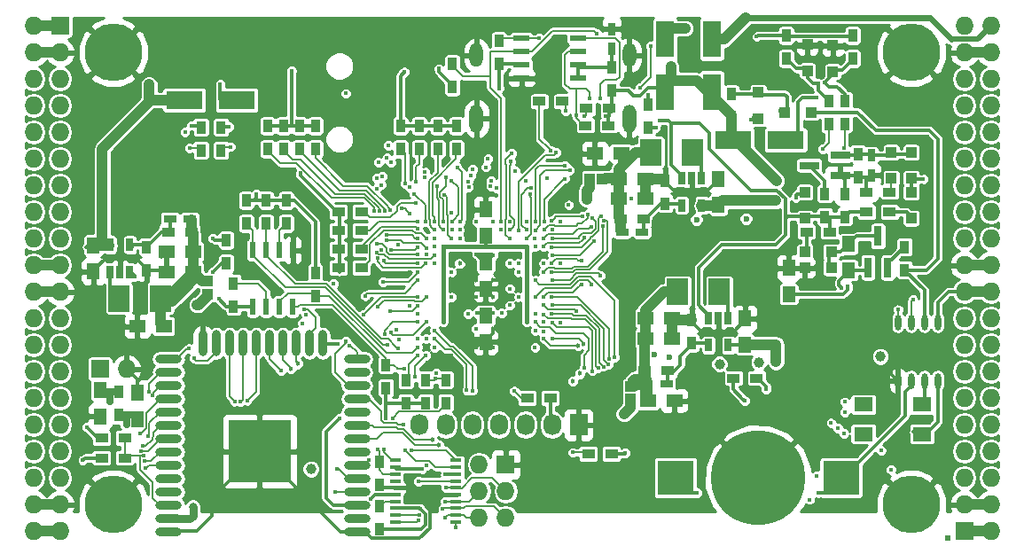
<source format=gbl>
G04 #@! TF.FileFunction,Copper,L4,Bot,Signal*
%FSLAX46Y46*%
G04 Gerber Fmt 4.6, Leading zero omitted, Abs format (unit mm)*
G04 Created by KiCad (PCBNEW 4.0.7+dfsg1-1) date Sun Nov 12 10:56:11 2017*
%MOMM*%
%LPD*%
G01*
G04 APERTURE LIST*
%ADD10C,0.100000*%
%ADD11R,0.500000X0.500000*%
%ADD12R,0.900000X1.200000*%
%ADD13R,1.000000X1.000000*%
%ADD14O,2.500000X0.900000*%
%ADD15O,0.900000X2.500000*%
%ADD16R,6.000000X6.000000*%
%ADD17R,1.800000X3.500000*%
%ADD18R,2.000000X2.500000*%
%ADD19R,0.700000X1.200000*%
%ADD20R,1.250000X1.500000*%
%ADD21R,1.500000X1.250000*%
%ADD22O,0.609600X1.473200*%
%ADD23R,0.800000X1.900000*%
%ADD24R,1.900000X0.800000*%
%ADD25R,1.200000X0.750000*%
%ADD26R,0.750000X1.200000*%
%ADD27R,1.200000X0.900000*%
%ADD28R,0.600000X1.550000*%
%ADD29R,1.550000X0.600000*%
%ADD30R,1.727200X1.727200*%
%ADD31O,1.727200X1.727200*%
%ADD32C,5.500000*%
%ADD33R,1.000000X0.400000*%
%ADD34R,1.727200X2.032000*%
%ADD35O,1.727200X2.032000*%
%ADD36O,1.300000X2.700000*%
%ADD37O,1.300000X2.300000*%
%ADD38R,1.800000X1.400000*%
%ADD39R,3.500000X1.800000*%
%ADD40R,3.500000X3.300000*%
%ADD41C,9.000000*%
%ADD42C,0.600000*%
%ADD43C,0.400000*%
%ADD44C,1.000000*%
%ADD45C,0.454000*%
%ADD46C,0.800000*%
%ADD47C,0.700000*%
%ADD48C,1.000000*%
%ADD49C,0.300000*%
%ADD50C,0.190000*%
%ADD51C,0.600000*%
%ADD52C,0.500000*%
%ADD53C,0.800000*%
%ADD54C,0.700000*%
%ADD55C,0.400000*%
%ADD56C,1.500000*%
%ADD57C,1.200000*%
%ADD58C,0.127000*%
%ADD59C,0.254000*%
G04 APERTURE END LIST*
D10*
D11*
X182675150Y-111637626D03*
D12*
X103498000Y-99858000D03*
X103498000Y-97658000D03*
D13*
X152393000Y-97142000D03*
X152393000Y-98342000D03*
D14*
X126260434Y-111030338D03*
X126260434Y-109760338D03*
X126260434Y-108490338D03*
X126260434Y-107220338D03*
X126260434Y-105950338D03*
X126260434Y-104680338D03*
X126260434Y-103410338D03*
X126260434Y-102140338D03*
X126260434Y-100870338D03*
X126260434Y-99600338D03*
X126260434Y-98330338D03*
X126260434Y-97060338D03*
X126260434Y-95790338D03*
X126260434Y-94520338D03*
D15*
X122975434Y-93030338D03*
X121705434Y-93030338D03*
X120435434Y-93030338D03*
X119165434Y-93030338D03*
X117895434Y-93030338D03*
X116625434Y-93030338D03*
X115355434Y-93030338D03*
X114085434Y-93030338D03*
X112815434Y-93030338D03*
X111545434Y-93030338D03*
D14*
X108260434Y-94520338D03*
X108260434Y-95790338D03*
X108260434Y-97060338D03*
X108260434Y-98330338D03*
X108260434Y-99600338D03*
X108260434Y-100870338D03*
X108260434Y-102140338D03*
X108260434Y-103410338D03*
X108260434Y-104680338D03*
X108260434Y-105950338D03*
X108260434Y-107220338D03*
X108260434Y-108490338D03*
X108260434Y-109760338D03*
X108260434Y-111030338D03*
D16*
X116960434Y-103330338D03*
D17*
X155695000Y-69000000D03*
X155695000Y-64000000D03*
D12*
X154044000Y-72426000D03*
X154044000Y-70226000D03*
D18*
X160870000Y-88090000D03*
X156870000Y-88090000D03*
D19*
X159825000Y-90600000D03*
X160775000Y-90600000D03*
X161725000Y-90600000D03*
X161725000Y-93200000D03*
X159825000Y-93200000D03*
D18*
X158330000Y-74755000D03*
X154330000Y-74755000D03*
D19*
X157285000Y-77235000D03*
X158235000Y-77235000D03*
X159185000Y-77235000D03*
X159185000Y-79835000D03*
X157285000Y-79835000D03*
D18*
X103530000Y-88725000D03*
X107530000Y-88725000D03*
D19*
X104575000Y-86215000D03*
X103625000Y-86215000D03*
X102675000Y-86215000D03*
X102675000Y-83615000D03*
X104575000Y-83615000D03*
D20*
X101085000Y-83665000D03*
X101085000Y-86165000D03*
D21*
X153810000Y-90630000D03*
X156310000Y-90630000D03*
X153810000Y-92535000D03*
X156310000Y-92535000D03*
D20*
X163315000Y-93150000D03*
X163315000Y-90650000D03*
D21*
X151270000Y-79200000D03*
X153770000Y-79200000D03*
X151270000Y-77295000D03*
X153770000Y-77295000D03*
D20*
X160775000Y-79815000D03*
X160775000Y-77315000D03*
D21*
X110590000Y-84280000D03*
X108090000Y-84280000D03*
X110590000Y-86185000D03*
X108090000Y-86185000D03*
D22*
X181730000Y-96599000D03*
X180460000Y-96599000D03*
X179190000Y-96599000D03*
X177920000Y-96599000D03*
X177920000Y-91011000D03*
X179190000Y-91011000D03*
X180460000Y-91011000D03*
X181730000Y-91011000D03*
D20*
X173221000Y-86038000D03*
X173221000Y-83538000D03*
D23*
X176965000Y-85780000D03*
X175065000Y-85780000D03*
X176015000Y-82780000D03*
D24*
X172435000Y-75075000D03*
X172435000Y-76975000D03*
X169435000Y-76025000D03*
D25*
X153910000Y-96910000D03*
X155810000Y-96910000D03*
X151570000Y-82375000D03*
X153470000Y-82375000D03*
X110290000Y-81105000D03*
X108390000Y-81105000D03*
D26*
X175380000Y-75075000D03*
X175380000Y-76975000D03*
D27*
X169200000Y-82375000D03*
X171400000Y-82375000D03*
D12*
X172840000Y-80935000D03*
X172840000Y-78735000D03*
D27*
X177115000Y-80470000D03*
X174915000Y-80470000D03*
D12*
X174110000Y-74925000D03*
X174110000Y-77125000D03*
X178555000Y-83815000D03*
X178555000Y-86015000D03*
X113785000Y-83180000D03*
X113785000Y-85380000D03*
X170935000Y-80935000D03*
X170935000Y-78735000D03*
X128390000Y-108580000D03*
X128390000Y-110780000D03*
D27*
X150572000Y-103584000D03*
X148372000Y-103584000D03*
X177115000Y-78565000D03*
X174915000Y-78565000D03*
X153760000Y-95640000D03*
X155960000Y-95640000D03*
X110440000Y-82375000D03*
X108240000Y-82375000D03*
X151420000Y-81105000D03*
X153620000Y-81105000D03*
D12*
X158235000Y-90800000D03*
X158235000Y-93000000D03*
X106165000Y-86015000D03*
X106165000Y-83815000D03*
X155695000Y-77465000D03*
X155695000Y-79665000D03*
D27*
X126696000Y-85804000D03*
X124496000Y-85804000D03*
X126696000Y-84026000D03*
X124496000Y-84026000D03*
X126696000Y-82248000D03*
X124496000Y-82248000D03*
X126696000Y-80470000D03*
X124496000Y-80470000D03*
D12*
X130422000Y-74458000D03*
X130422000Y-72258000D03*
X132200000Y-74458000D03*
X132200000Y-72258000D03*
X133978000Y-74458000D03*
X133978000Y-72258000D03*
X135756000Y-74458000D03*
X135756000Y-72258000D03*
D28*
X116325000Y-84120000D03*
X117595000Y-84120000D03*
X118865000Y-84120000D03*
X120135000Y-84120000D03*
X120135000Y-89520000D03*
X118865000Y-89520000D03*
X117595000Y-89520000D03*
X116325000Y-89520000D03*
D26*
X150589600Y-64910000D03*
X150589600Y-63010000D03*
D29*
X141980000Y-67705000D03*
X141980000Y-66435000D03*
X141980000Y-65165000D03*
X141980000Y-63895000D03*
X147380000Y-63895000D03*
X147380000Y-65165000D03*
X147380000Y-66435000D03*
X147380000Y-67705000D03*
D30*
X97910000Y-62690000D03*
D31*
X95370000Y-62690000D03*
X97910000Y-65230000D03*
X95370000Y-65230000D03*
X97910000Y-67770000D03*
X95370000Y-67770000D03*
X97910000Y-70310000D03*
X95370000Y-70310000D03*
X97910000Y-72850000D03*
X95370000Y-72850000D03*
X97910000Y-75390000D03*
X95370000Y-75390000D03*
X97910000Y-77930000D03*
X95370000Y-77930000D03*
X97910000Y-80470000D03*
X95370000Y-80470000D03*
X97910000Y-83010000D03*
X95370000Y-83010000D03*
X97910000Y-85550000D03*
X95370000Y-85550000D03*
X97910000Y-88090000D03*
X95370000Y-88090000D03*
X97910000Y-90630000D03*
X95370000Y-90630000D03*
X97910000Y-93170000D03*
X95370000Y-93170000D03*
X97910000Y-95710000D03*
X95370000Y-95710000D03*
X97910000Y-98250000D03*
X95370000Y-98250000D03*
X97910000Y-100790000D03*
X95370000Y-100790000D03*
X97910000Y-103330000D03*
X95370000Y-103330000D03*
X97910000Y-105870000D03*
X95370000Y-105870000D03*
X97910000Y-108410000D03*
X95370000Y-108410000D03*
X97910000Y-110950000D03*
X95370000Y-110950000D03*
D30*
X184270000Y-110950000D03*
D31*
X186810000Y-110950000D03*
X184270000Y-108410000D03*
X186810000Y-108410000D03*
X184270000Y-105870000D03*
X186810000Y-105870000D03*
X184270000Y-103330000D03*
X186810000Y-103330000D03*
X184270000Y-100790000D03*
X186810000Y-100790000D03*
X184270000Y-98250000D03*
X186810000Y-98250000D03*
X184270000Y-95710000D03*
X186810000Y-95710000D03*
X184270000Y-93170000D03*
X186810000Y-93170000D03*
X184270000Y-90630000D03*
X186810000Y-90630000D03*
X184270000Y-88090000D03*
X186810000Y-88090000D03*
X184270000Y-85550000D03*
X186810000Y-85550000D03*
X184270000Y-83010000D03*
X186810000Y-83010000D03*
X184270000Y-80470000D03*
X186810000Y-80470000D03*
X184270000Y-77930000D03*
X186810000Y-77930000D03*
X184270000Y-75390000D03*
X186810000Y-75390000D03*
X184270000Y-72850000D03*
X186810000Y-72850000D03*
X184270000Y-70310000D03*
X186810000Y-70310000D03*
X184270000Y-67770000D03*
X186810000Y-67770000D03*
X184270000Y-65230000D03*
X186810000Y-65230000D03*
X184270000Y-62690000D03*
X186810000Y-62690000D03*
D32*
X102990000Y-108410000D03*
X179190000Y-108410000D03*
X179190000Y-65230000D03*
X102990000Y-65230000D03*
D12*
X162045000Y-71410000D03*
X162045000Y-69210000D03*
X139820000Y-66330000D03*
X139820000Y-64130000D03*
X135375000Y-68532000D03*
X135375000Y-66332000D03*
X150615000Y-68870000D03*
X150615000Y-66670000D03*
D27*
X150275000Y-72215000D03*
X148075000Y-72215000D03*
X150380000Y-70600000D03*
X148180000Y-70600000D03*
D33*
X135735000Y-104215000D03*
X135735000Y-104865000D03*
X135735000Y-105515000D03*
X135735000Y-106165000D03*
X135735000Y-106815000D03*
X135735000Y-107465000D03*
X135735000Y-108115000D03*
X135735000Y-108765000D03*
X135735000Y-109415000D03*
X135735000Y-110065000D03*
X129935000Y-110065000D03*
X129935000Y-109415000D03*
X129935000Y-108765000D03*
X129935000Y-108115000D03*
X129935000Y-107465000D03*
X129935000Y-106815000D03*
X129935000Y-106165000D03*
X129935000Y-105515000D03*
X129935000Y-104865000D03*
X129935000Y-104215000D03*
D12*
X119500000Y-79370000D03*
X119500000Y-81570000D03*
X114480000Y-89500000D03*
X114480000Y-87300000D03*
X129025000Y-97275000D03*
X129025000Y-95075000D03*
X117595000Y-79370000D03*
X117595000Y-81570000D03*
X122280000Y-86300000D03*
X122280000Y-88500000D03*
X115690000Y-79370000D03*
X115690000Y-81570000D03*
D27*
X144730000Y-98250000D03*
X142530000Y-98250000D03*
D12*
X132835000Y-98715000D03*
X132835000Y-96515000D03*
X130930000Y-98715000D03*
X130930000Y-96515000D03*
D27*
X101890000Y-103965000D03*
X104090000Y-103965000D03*
D30*
X101720000Y-95456000D03*
D31*
X104260000Y-95456000D03*
D27*
X104090000Y-102060000D03*
X101890000Y-102060000D03*
D20*
X167506000Y-88324000D03*
X167506000Y-85824000D03*
D27*
X164415000Y-96345000D03*
X162215000Y-96345000D03*
D12*
X167252000Y-65822000D03*
X167252000Y-63622000D03*
D30*
X140455000Y-104600000D03*
D31*
X137915000Y-104600000D03*
X140455000Y-107140000D03*
X137915000Y-107140000D03*
X140455000Y-109680000D03*
X137915000Y-109680000D03*
D20*
X138550000Y-90396000D03*
X138550000Y-92896000D03*
X138550000Y-82736000D03*
X138550000Y-80236000D03*
X138550000Y-85316000D03*
X138550000Y-87816000D03*
X101720000Y-97508000D03*
X101720000Y-100008000D03*
D12*
X113277000Y-74585000D03*
X113277000Y-72385000D03*
X111372000Y-74585000D03*
X111372000Y-72385000D03*
X172840000Y-72045000D03*
X172840000Y-69845000D03*
X171316000Y-72045000D03*
X171316000Y-69845000D03*
D34*
X147440000Y-100790000D03*
D35*
X144900000Y-100790000D03*
X142360000Y-100790000D03*
X139820000Y-100790000D03*
X137280000Y-100790000D03*
X134740000Y-100790000D03*
X132200000Y-100790000D03*
D36*
X152280000Y-71550000D03*
X137680000Y-71550000D03*
D37*
X137680000Y-65500000D03*
X152280000Y-65500000D03*
D38*
X180212000Y-98882000D03*
X174612000Y-98882000D03*
X174612000Y-101682000D03*
X180212000Y-101682000D03*
D20*
X105276000Y-100262000D03*
X105276000Y-97762000D03*
D39*
X109761000Y-69802000D03*
X114761000Y-69802000D03*
X167212000Y-73612000D03*
X162212000Y-73612000D03*
D17*
X160140000Y-64000000D03*
X160140000Y-69000000D03*
D21*
X154064000Y-98504000D03*
X156564000Y-98504000D03*
X107796000Y-91392000D03*
X105296000Y-91392000D03*
X151484000Y-74882000D03*
X148984000Y-74882000D03*
D12*
X173602000Y-65822000D03*
X173602000Y-63622000D03*
X134740000Y-96515000D03*
X134740000Y-98715000D03*
D40*
X172485000Y-105870000D03*
X156685000Y-105870000D03*
D41*
X164585000Y-105870000D03*
D13*
X169284000Y-66988000D03*
X169284000Y-64488000D03*
X171697000Y-67081000D03*
X171697000Y-64581000D03*
X169050000Y-84280000D03*
X171550000Y-84280000D03*
X179190000Y-81085000D03*
X179190000Y-78585000D03*
X169030000Y-81085000D03*
X169030000Y-78585000D03*
X171550000Y-85804000D03*
X169050000Y-85804000D03*
X179190000Y-77275000D03*
X179190000Y-74775000D03*
X177285000Y-74775000D03*
X177285000Y-77275000D03*
X167145000Y-70945000D03*
X169645000Y-70945000D03*
X164585000Y-69060000D03*
X164585000Y-71560000D03*
X112007000Y-87109000D03*
X112007000Y-88309000D03*
X149691000Y-77295000D03*
X148491000Y-77295000D03*
D12*
X128390000Y-106546000D03*
X128390000Y-104346000D03*
X117722000Y-74458000D03*
X117722000Y-72258000D03*
X119246000Y-74458000D03*
X119246000Y-72258000D03*
X120770000Y-74458000D03*
X120770000Y-72258000D03*
X122294000Y-74458000D03*
X122294000Y-72258000D03*
D27*
X145880000Y-69900000D03*
X143680000Y-69900000D03*
D42*
X123437000Y-108972000D03*
D43*
X132871770Y-84533979D03*
X132862998Y-82124544D03*
X131278306Y-86213101D03*
X135281276Y-80583119D03*
X131279502Y-89407325D03*
X170309539Y-85441529D03*
X145698456Y-91073766D03*
D42*
X156262773Y-81349374D03*
X154657528Y-81463649D03*
D44*
X158233687Y-94760979D03*
D43*
X145672808Y-85396062D03*
X144103186Y-84622010D03*
X133216000Y-107465000D03*
X137680000Y-88600000D03*
X142480000Y-95000000D03*
X141680000Y-92600000D03*
X140836000Y-84534000D03*
X135284627Y-94985297D03*
X135288625Y-94225619D03*
X134455822Y-94267172D03*
X136095958Y-93369652D03*
D45*
X139264636Y-91615205D03*
D44*
X116880503Y-64802940D03*
X106974809Y-64953974D03*
X175210328Y-64948943D03*
X165417246Y-64954666D03*
D43*
X175495631Y-71457432D03*
X145680000Y-94177990D03*
X177285000Y-95710000D03*
D44*
X177229911Y-82281349D03*
D42*
X164741832Y-81130572D03*
X161067993Y-81216119D03*
D44*
X162992748Y-94820185D03*
D43*
X140880000Y-81400000D03*
X136085174Y-89394826D03*
X145680000Y-81400000D03*
X140874194Y-91433353D03*
X142480000Y-94200000D03*
X140880000Y-93400000D03*
X139280000Y-93400000D03*
X137680000Y-93400000D03*
X136880000Y-92600000D03*
X135280000Y-92600000D03*
X132880000Y-91800000D03*
X132880000Y-93400000D03*
D45*
X141042859Y-86994997D03*
X139280000Y-87000000D03*
X136110990Y-86995403D03*
X137680000Y-87000000D03*
X136080000Y-84600000D03*
X139280000Y-88600000D03*
D43*
X127586603Y-107875044D03*
D44*
X166343357Y-77477990D03*
D43*
X172564535Y-87722010D03*
D44*
X121861867Y-105030174D03*
D43*
X150030853Y-71331848D03*
D44*
X156235582Y-66548363D03*
X166248957Y-79408030D03*
X101932065Y-82585048D03*
X106417803Y-68312483D03*
X166280000Y-94800000D03*
X157600000Y-62944000D03*
X176254940Y-94288458D03*
D43*
X180340784Y-77316932D03*
X109828000Y-72830000D03*
D42*
X154683145Y-94115840D03*
D43*
X148271935Y-77777990D03*
D46*
X110593913Y-108636458D03*
D44*
X160884708Y-94994498D03*
D42*
X156077107Y-94326957D03*
D43*
X173137949Y-87594275D03*
D44*
X148202454Y-79278787D03*
D47*
X102710050Y-98594954D03*
D43*
X154794000Y-72426000D03*
X129005202Y-100174798D03*
X137659051Y-91638034D03*
X139820000Y-68665673D03*
X172834633Y-99599920D03*
X172879922Y-98618650D03*
X176305593Y-103279812D03*
X165349214Y-97422919D03*
X164433885Y-63737451D03*
X134079160Y-66786153D03*
X116654336Y-78777990D03*
D42*
X163422030Y-81120665D03*
X158680000Y-81210838D03*
D43*
X112515000Y-83010000D03*
X100080000Y-104200000D03*
X113080000Y-88800000D03*
D44*
X164653770Y-94825547D03*
D43*
X135273306Y-88618602D03*
X139272517Y-84611349D03*
X137680556Y-84534085D03*
X141680000Y-86200000D03*
X135280000Y-86200000D03*
X132880000Y-92600000D03*
X132080000Y-92600000D03*
X141680000Y-88600000D03*
X141680000Y-85400000D03*
X137689001Y-90122990D03*
D44*
X151758000Y-99774000D03*
D43*
X136885174Y-90194826D03*
X140094890Y-90122990D03*
X139280000Y-90122990D03*
X140880000Y-89400000D03*
X140880000Y-87800000D03*
X140880000Y-85400000D03*
D45*
X136080000Y-85400000D03*
D43*
X121401947Y-90251871D03*
X129988160Y-91721995D03*
X130302262Y-92700329D03*
X121041200Y-91125073D03*
D44*
X110991000Y-89360000D03*
D43*
X142480000Y-91000000D03*
X142480000Y-83800000D03*
X134480000Y-83800000D03*
X134480000Y-91000000D03*
X125193541Y-69156848D03*
X105037711Y-86632990D03*
X155149360Y-71764535D03*
X170182962Y-69571012D03*
X170362901Y-107286196D03*
X158716651Y-107325176D03*
X137295592Y-97538017D03*
X134750646Y-106810513D03*
X133680000Y-91800000D03*
D45*
X134074414Y-102752225D03*
D43*
X136740903Y-97514503D03*
X134675868Y-108131585D03*
D45*
X133449289Y-102232615D03*
D43*
X133680000Y-92600000D03*
X127385678Y-104203668D03*
X133685482Y-93402296D03*
X132936956Y-104698915D03*
X134463998Y-108841973D03*
X130692380Y-100790000D03*
X131808905Y-96227367D03*
X134636872Y-109719950D03*
X132846234Y-94197073D03*
X120834553Y-76779094D03*
X130761990Y-67119621D03*
X147186000Y-71200000D03*
X148477832Y-69619684D03*
X147983153Y-71347080D03*
X149475951Y-69619684D03*
X153297112Y-68608292D03*
X177926984Y-89812061D03*
X154329326Y-64643767D03*
X152497066Y-79193467D03*
X146481406Y-79819384D03*
X143650666Y-63862520D03*
X179351513Y-88868327D03*
X149134122Y-63424051D03*
X140035989Y-81400000D03*
X115759823Y-98502036D03*
X132083026Y-86260405D03*
X128776655Y-87135140D03*
X119008515Y-95662939D03*
D45*
X119978162Y-95412951D03*
X120634035Y-94977604D03*
D43*
X113212238Y-68244401D03*
X146180000Y-70800000D03*
X131453853Y-103208291D03*
X149771692Y-81825658D03*
X144080000Y-86200000D03*
X149520824Y-86534121D03*
X144894316Y-86977564D03*
X144873936Y-83860397D03*
X149549750Y-80868432D03*
D45*
X147355672Y-93219294D03*
D43*
X144113248Y-92588762D03*
X144875155Y-86218896D03*
X149846468Y-81303978D03*
X144916886Y-83016385D03*
X148719886Y-81056015D03*
D45*
X147915304Y-93063131D03*
D43*
X144882352Y-92577990D03*
X148747982Y-95669626D03*
X144891634Y-91073766D03*
X149795895Y-95251084D03*
X144867244Y-90229755D03*
X150278898Y-95040253D03*
X144892596Y-89385743D03*
X150345974Y-94517527D03*
X144877648Y-88622010D03*
X150889207Y-94332565D03*
X143280000Y-87000000D03*
X130807074Y-95454141D03*
X130171404Y-93544341D03*
X132080000Y-93400000D03*
X129196652Y-93209125D03*
X133852393Y-95875797D03*
X141280000Y-97600000D03*
X133762848Y-96395146D03*
X132080000Y-94200000D03*
X128610772Y-84072485D03*
X105895603Y-103765816D03*
X130839486Y-103208291D03*
X132075624Y-89410644D03*
X129449238Y-89926948D03*
X128806823Y-103185900D03*
X128251440Y-89564206D03*
X132162861Y-106185868D03*
X132880000Y-88600000D03*
X124329568Y-104994951D03*
X127040053Y-88481065D03*
X132080000Y-87000000D03*
X125499542Y-93250681D03*
X124202418Y-107207639D03*
X110313517Y-74380698D03*
X132146108Y-109940263D03*
X114166000Y-74247000D03*
X132189000Y-109415000D03*
X135315381Y-81391918D03*
X135280062Y-77463305D03*
X134471370Y-81406751D03*
X134758050Y-77130140D03*
X132761172Y-77202673D03*
X132737245Y-76676207D03*
X128644933Y-77050030D03*
X128152012Y-77241956D03*
X128125571Y-78233647D03*
X110718734Y-94451783D03*
X128590544Y-77894041D03*
X110249038Y-93533767D03*
X106368514Y-97613395D03*
X131253134Y-78134216D03*
X132783339Y-81400004D03*
X106741168Y-98035405D03*
X131709326Y-78745875D03*
X132079024Y-82984045D03*
X129109095Y-82655074D03*
X105572759Y-101661319D03*
X132880889Y-83897835D03*
X129054383Y-83179239D03*
X106281049Y-101893466D03*
X129487667Y-84079929D03*
X132083682Y-83828056D03*
X105813763Y-102819336D03*
X132062099Y-84533979D03*
X128165458Y-83528763D03*
X105627254Y-103312241D03*
X128183315Y-84380742D03*
X105992720Y-104283802D03*
X133671942Y-84595200D03*
X132834641Y-85377990D03*
X128203260Y-84907376D03*
X106088753Y-104974041D03*
D45*
X146862501Y-96617499D03*
X147534467Y-95913260D03*
D43*
X147927932Y-95329243D03*
X143280000Y-91000000D03*
X149284391Y-95377990D03*
X144077013Y-90266968D03*
X147207648Y-89973043D03*
X144076240Y-89395301D03*
X143281824Y-90201951D03*
X144102010Y-85397219D03*
X147687522Y-85093328D03*
X144868096Y-85371354D03*
X148610669Y-81900026D03*
X144102010Y-83000000D03*
X144888125Y-82172374D03*
X147695541Y-87377990D03*
X144082832Y-88584510D03*
X148688598Y-87378077D03*
X143278026Y-88595030D03*
X144125486Y-82186468D03*
X148298275Y-80739810D03*
X144876540Y-81328363D03*
X147802234Y-80917812D03*
X139280000Y-81400000D03*
X139578623Y-78205862D03*
X139034115Y-78040948D03*
X139046749Y-77514088D03*
X138580000Y-76200000D03*
X138779198Y-75400762D03*
X137680000Y-81400000D03*
X137308732Y-76415018D03*
X137106948Y-76979922D03*
X136859538Y-77550820D03*
X136922059Y-78097889D03*
X136096392Y-81395070D03*
X135830698Y-76200613D03*
X148878722Y-83261032D03*
X144915665Y-84598743D03*
X148001372Y-82958777D03*
X144103186Y-83777990D03*
X142841210Y-78784254D03*
X142473549Y-82998913D03*
X142864275Y-78217369D03*
X142437464Y-82181475D03*
X146089079Y-77300571D03*
X144144931Y-81387081D03*
X144394875Y-77219934D03*
X146577729Y-76500816D03*
X143281475Y-82206074D03*
X146130802Y-76060132D03*
X143300920Y-81377293D03*
X145255695Y-74817220D03*
X141662690Y-82207782D03*
X142456909Y-81405800D03*
X140030954Y-82200000D03*
X141342967Y-76554996D03*
X141046643Y-74873804D03*
X140864029Y-83041403D03*
X140874966Y-82177164D03*
X140980062Y-75681941D03*
X115149319Y-98625494D03*
X132872609Y-82968555D03*
X132080007Y-82103333D03*
X132080000Y-81400000D03*
X131847310Y-79589886D03*
X130856828Y-77786820D03*
X131923295Y-77584853D03*
X133648389Y-82190597D03*
X133627359Y-81414685D03*
X129477855Y-92000822D03*
X132880000Y-91000000D03*
X128879646Y-92111037D03*
X132077648Y-90977990D03*
X131275302Y-80595752D03*
X130489904Y-80167235D03*
X128823114Y-85153560D03*
X132072985Y-85377990D03*
X134476508Y-82180155D03*
X133942383Y-77980766D03*
X163908850Y-71651861D03*
X135656559Y-110610712D03*
X132448438Y-104994496D03*
X146844288Y-103452739D03*
X134707351Y-105508447D03*
X132280000Y-108800000D03*
D47*
X104260000Y-100790000D03*
D43*
X114604320Y-98573680D03*
X112515000Y-86185000D03*
X169506589Y-107953726D03*
X163277422Y-98501717D03*
X170157734Y-105666345D03*
X170735900Y-74464979D03*
X143257990Y-83000000D03*
X168166438Y-79108038D03*
X151896383Y-103510715D03*
X114039000Y-72342000D03*
X110483000Y-72215000D03*
X143269694Y-93414905D03*
X177274002Y-105079115D03*
X172761273Y-101651681D03*
X143280000Y-91800000D03*
X172193360Y-101105663D03*
X144064831Y-91877646D03*
X171540304Y-100645743D03*
X144080000Y-91000000D03*
X154052298Y-69302298D03*
X128349062Y-75753924D03*
X134613000Y-78819000D03*
X135280000Y-83022010D03*
X135320520Y-82196441D03*
X129493343Y-75737814D03*
X136080000Y-82200000D03*
X129125079Y-75315804D03*
X136080000Y-83000000D03*
X129252218Y-74142461D03*
X142377451Y-77497451D03*
X172746637Y-74347988D03*
X143280000Y-83800000D03*
X170300000Y-68151000D03*
X170950000Y-68125562D03*
X125167387Y-92841517D03*
X121206217Y-89762554D03*
X132082956Y-90210779D03*
X182675150Y-111637626D03*
X124027706Y-87347706D03*
X124027707Y-87347707D03*
X166678914Y-70803555D03*
X129660000Y-100155000D03*
X124580000Y-100155000D03*
X132084049Y-88558274D03*
X126880008Y-90276109D03*
X128280000Y-103200000D03*
X100450000Y-101044000D03*
X120008000Y-67008000D03*
X127889625Y-80407426D03*
X133680000Y-85400000D03*
X130204628Y-83599483D03*
X128416582Y-80399850D03*
X133680000Y-83800000D03*
X128943593Y-80399729D03*
X133680000Y-83000000D03*
X129457990Y-80285112D03*
X144780000Y-74590382D03*
X124453000Y-93043000D03*
D48*
X184270000Y-108410000D02*
X186810000Y-108410000D01*
X184270000Y-85550000D02*
X186810000Y-85550000D01*
X184270000Y-65230000D02*
X186810000Y-65230000D01*
X95370000Y-65230000D02*
X97910000Y-65230000D01*
X95370000Y-88090000D02*
X97910000Y-88090000D01*
X95370000Y-108410000D02*
X97910000Y-108410000D01*
D49*
X108260434Y-111030338D02*
X109060434Y-111030338D01*
X109060434Y-111030338D02*
X109140772Y-110950000D01*
X110957617Y-110950000D02*
X112380000Y-109527617D01*
X109140772Y-110950000D02*
X110957617Y-110950000D01*
X112380000Y-109527617D02*
X112380000Y-107854384D01*
X112380000Y-107854384D02*
X116904046Y-103330338D01*
X116904046Y-103330338D02*
X116960434Y-103330338D01*
X167506000Y-85824000D02*
X169927068Y-85824000D01*
X169927068Y-85824000D02*
X170109540Y-85641528D01*
X170109540Y-85641528D02*
X170309539Y-85441529D01*
X104260000Y-95456000D02*
X105276000Y-96472000D01*
X105276000Y-96472000D02*
X105276000Y-97762000D01*
X132254999Y-111657001D02*
X133216000Y-110696000D01*
X133216000Y-110696000D02*
X133216000Y-107465000D01*
X126260434Y-111030338D02*
X127060434Y-111030338D01*
X127060434Y-111030338D02*
X127687097Y-111657001D01*
X127687097Y-111657001D02*
X132254999Y-111657001D01*
X133216000Y-107465000D02*
X132214478Y-107465000D01*
X135735000Y-107465000D02*
X133216000Y-107465000D01*
X132214478Y-107465000D02*
X131572496Y-106823018D01*
X131572496Y-106823018D02*
X129919874Y-106823018D01*
X126260434Y-111030338D02*
X124660659Y-111030338D01*
X124660659Y-111030338D02*
X116960659Y-103330338D01*
X116960659Y-103330338D02*
X116960434Y-103330338D01*
X129935000Y-106815000D02*
X128659000Y-106815000D01*
X128659000Y-106815000D02*
X128390000Y-106546000D01*
X128390000Y-106546000D02*
X128558000Y-106546000D01*
X136126306Y-93400000D02*
X136095958Y-93369652D01*
X136880000Y-92600000D02*
X136110348Y-93369652D01*
X136049652Y-93369652D02*
X136095958Y-93369652D01*
X137680000Y-93400000D02*
X136126306Y-93400000D01*
X135280000Y-92600000D02*
X136049652Y-93369652D01*
X136110348Y-93369652D02*
X136095958Y-93369652D01*
X139264636Y-92054364D02*
X139264636Y-91936231D01*
X139264636Y-91936231D02*
X139264636Y-91615205D01*
X138550000Y-92769000D02*
X139264636Y-92054364D01*
X136880000Y-92600000D02*
X137680000Y-93400000D01*
X136880000Y-92600000D02*
X138381000Y-92600000D01*
X138381000Y-92600000D02*
X138550000Y-92769000D01*
X135280000Y-92600000D02*
X136880000Y-92600000D01*
X138550000Y-92769000D02*
X138649000Y-92769000D01*
X138649000Y-92769000D02*
X139280000Y-93400000D01*
X138550000Y-92769000D02*
X138311000Y-92769000D01*
X138311000Y-92769000D02*
X137680000Y-93400000D01*
X175042385Y-64781000D02*
X175210328Y-64948943D01*
X171697000Y-64781000D02*
X175042385Y-64781000D01*
X165683912Y-64688000D02*
X165417246Y-64954666D01*
X169284000Y-64688000D02*
X165683912Y-64688000D01*
X169284000Y-64688000D02*
X171604000Y-64688000D01*
X171604000Y-64688000D02*
X171697000Y-64781000D01*
X177285000Y-95710000D02*
X177285000Y-95964000D01*
X177285000Y-95964000D02*
X177920000Y-96599000D01*
X102210000Y-84915000D02*
X103625000Y-84915000D01*
X103625000Y-84915000D02*
X105215000Y-84915000D01*
X103625000Y-86215000D02*
X103625000Y-84915000D01*
X105215000Y-84915000D02*
X106165000Y-85865000D01*
X106165000Y-85865000D02*
X106165000Y-86015000D01*
X101085000Y-86165000D02*
X101085000Y-86040000D01*
X101085000Y-86040000D02*
X102210000Y-84915000D01*
X106165000Y-86015000D02*
X107920000Y-86015000D01*
X107920000Y-86015000D02*
X108090000Y-86185000D01*
D48*
X153770000Y-77295000D02*
X155525000Y-77295000D01*
D49*
X155525000Y-77295000D02*
X155695000Y-77465000D01*
D48*
X153770000Y-79200000D02*
X153770000Y-77295000D01*
D49*
X174110000Y-77125000D02*
X174745000Y-77125000D01*
X174745000Y-77125000D02*
X175230000Y-77125000D01*
X174915000Y-78565000D02*
X174915000Y-77295000D01*
X174915000Y-77295000D02*
X174745000Y-77125000D01*
X172840000Y-78735000D02*
X172840000Y-77380000D01*
X172840000Y-77380000D02*
X172435000Y-76975000D01*
X175230000Y-77125000D02*
X175380000Y-76975000D01*
X172435000Y-76975000D02*
X173960000Y-76975000D01*
X173960000Y-76975000D02*
X174110000Y-77125000D01*
X137680000Y-86200000D02*
X137680000Y-86600000D01*
X136080000Y-84600000D02*
X137680000Y-86200000D01*
X159850000Y-78365000D02*
X158235000Y-78365000D01*
X158235000Y-78365000D02*
X156445000Y-78365000D01*
X158235000Y-77235000D02*
X158235000Y-78365000D01*
X160775000Y-77315000D02*
X160775000Y-77440000D01*
X160775000Y-77440000D02*
X159850000Y-78365000D01*
X156445000Y-78365000D02*
X155695000Y-77615000D01*
X155695000Y-77615000D02*
X155695000Y-77465000D01*
D48*
X156310000Y-90630000D02*
X156310000Y-92535000D01*
X158235000Y-90800000D02*
X156480000Y-90800000D01*
D49*
X156480000Y-90800000D02*
X156310000Y-90630000D01*
X163315000Y-90650000D02*
X163315000Y-90834602D01*
X163315000Y-90834602D02*
X162249602Y-91900000D01*
X162249602Y-91900000D02*
X160775000Y-91900000D01*
X101085000Y-86165000D02*
X101085000Y-85929893D01*
X106165000Y-85944374D02*
X106165000Y-86015000D01*
X159185000Y-91900000D02*
X160775000Y-91900000D01*
X160775000Y-90600000D02*
X160775000Y-91900000D01*
X158235000Y-90800000D02*
X158235000Y-90950000D01*
X158235000Y-90950000D02*
X159185000Y-91900000D01*
X108090000Y-84280000D02*
X108090000Y-86185000D01*
X107625000Y-84745000D02*
X108090000Y-84280000D01*
X108070000Y-84260000D02*
X108090000Y-84280000D01*
X141037856Y-87000000D02*
X141042859Y-86994997D01*
X139280000Y-87000000D02*
X141037856Y-87000000D01*
X136432016Y-86995403D02*
X136110990Y-86995403D01*
X137284597Y-86995403D02*
X136432016Y-86995403D01*
X137680000Y-86600000D02*
X137284597Y-86995403D01*
X137680000Y-86600000D02*
X137680000Y-87000000D01*
D50*
X138029000Y-66332000D02*
X138115000Y-66246000D01*
D49*
X127786602Y-107675045D02*
X127586603Y-107875044D01*
X129935000Y-107465000D02*
X127996647Y-107465000D01*
X127996647Y-107465000D02*
X127786602Y-107675045D01*
X150615000Y-68870000D02*
X152180000Y-68870000D01*
X153331001Y-69348999D02*
X152658999Y-69348999D01*
X152658999Y-69348999D02*
X152180000Y-68870000D01*
X154087002Y-68592998D02*
X155287998Y-68592998D01*
X153331001Y-69348999D02*
X154087002Y-68592998D01*
X155287998Y-68592998D02*
X155695000Y-69000000D01*
D48*
X162045000Y-71410000D02*
X162045000Y-73179633D01*
X162045000Y-73179633D02*
X165843358Y-76977991D01*
X165843358Y-76977991D02*
X166343357Y-77477990D01*
D49*
X101085000Y-83665000D02*
X101684316Y-83665000D01*
X101684316Y-83665000D02*
X101913492Y-83435824D01*
D48*
X101913492Y-83435824D02*
X101913492Y-82603621D01*
D49*
X101913492Y-82603621D02*
X101932065Y-82585048D01*
X172296000Y-87453475D02*
X172364536Y-87522011D01*
X172364536Y-87522011D02*
X172564535Y-87722010D01*
X172296000Y-87088000D02*
X172296000Y-87453475D01*
X173221000Y-86038000D02*
X173221000Y-86163000D01*
X173221000Y-86163000D02*
X172296000Y-87088000D01*
X150275000Y-71465000D02*
X150380000Y-71360000D01*
X150380000Y-71360000D02*
X150380000Y-70600000D01*
X150615000Y-70935000D02*
X150615000Y-69995990D01*
X150615000Y-69995990D02*
X150615000Y-68870000D01*
X150313695Y-71331848D02*
X150030853Y-71331848D01*
X150141848Y-71331848D02*
X150030853Y-71331848D01*
X150275000Y-71465000D02*
X150141848Y-71331848D01*
X150275000Y-72215000D02*
X150275000Y-71465000D01*
X160140000Y-69000000D02*
X160140000Y-69850000D01*
X160140000Y-69850000D02*
X161700000Y-71410000D01*
D48*
X156235582Y-67716832D02*
X156235582Y-66548363D01*
X158681338Y-67896338D02*
X156415088Y-67896338D01*
X156415088Y-67896338D02*
X156235582Y-67716832D01*
D49*
X156235582Y-66578582D02*
X156235582Y-66548363D01*
D48*
X160790000Y-79800000D02*
X161181970Y-79408030D01*
X161181970Y-79408030D02*
X165541851Y-79408030D01*
X165541851Y-79408030D02*
X166248957Y-79408030D01*
X101932065Y-81877942D02*
X101932065Y-82585048D01*
X101932065Y-74415935D02*
X101932065Y-81877942D01*
X106407114Y-69940886D02*
X101932065Y-74415935D01*
X106417803Y-69019589D02*
X106417803Y-68312483D01*
X106417803Y-69930197D02*
X106417803Y-69019589D01*
X106407114Y-69940886D02*
X106417803Y-69930197D01*
X166280000Y-93150000D02*
X166280000Y-94800000D01*
D49*
X110610000Y-69548000D02*
X110610000Y-69802000D01*
D48*
X109975000Y-69802000D02*
X106546000Y-69802000D01*
X106546000Y-69802000D02*
X106419000Y-69929000D01*
X106419000Y-69929000D02*
X106407114Y-69940886D01*
D49*
X106419000Y-69675000D02*
X106419000Y-69929000D01*
X100572432Y-83665000D02*
X100424079Y-83813353D01*
X101085000Y-83665000D02*
X100572432Y-83665000D01*
X160790000Y-79800000D02*
X160775000Y-79815000D01*
D48*
X163315000Y-93150000D02*
X166280000Y-93150000D01*
D49*
X160775000Y-79940000D02*
X160775000Y-79815000D01*
X164925000Y-93150000D02*
X164240000Y-93150000D01*
X164240000Y-93150000D02*
X163315000Y-93150000D01*
X101085000Y-83665000D02*
X101085000Y-83790000D01*
D48*
X159185000Y-79835000D02*
X160755000Y-79835000D01*
D49*
X160755000Y-79835000D02*
X160775000Y-79815000D01*
X161725000Y-93200000D02*
X163265000Y-93200000D01*
X163265000Y-93200000D02*
X163315000Y-93150000D01*
X173221000Y-86038000D02*
X174807000Y-86038000D01*
X174807000Y-86038000D02*
X175065000Y-85780000D01*
D48*
X101085000Y-83665000D02*
X102625000Y-83665000D01*
D49*
X102625000Y-83665000D02*
X102675000Y-83615000D01*
X161700000Y-71410000D02*
X162045000Y-71410000D01*
D48*
X162045000Y-71410000D02*
X162045000Y-71260000D01*
X162045000Y-71260000D02*
X158681338Y-67896338D01*
D49*
X162045000Y-71753000D02*
X162045000Y-71410000D01*
X155695000Y-64000000D02*
X155695000Y-63368337D01*
X155695000Y-63368337D02*
X156119337Y-62944000D01*
D48*
X156119337Y-62944000D02*
X157600000Y-62944000D01*
X160140000Y-64000000D02*
X161340000Y-64000000D01*
X161340000Y-64000000D02*
X163399217Y-61940783D01*
D51*
X163399217Y-61940783D02*
X180980783Y-61940783D01*
D52*
X185540000Y-63960000D02*
X186810000Y-62690000D01*
D51*
X180980783Y-61940783D02*
X183000000Y-63960000D01*
D52*
X183000000Y-63960000D02*
X185540000Y-63960000D01*
D49*
X179190000Y-77075000D02*
X179431932Y-77316932D01*
X179431932Y-77316932D02*
X180057942Y-77316932D01*
X180057942Y-77316932D02*
X180340784Y-77316932D01*
D48*
X184270000Y-110950000D02*
X186810000Y-110950000D01*
X184270000Y-88090000D02*
X186810000Y-88090000D01*
X95370000Y-62690000D02*
X97910000Y-62690000D01*
X95370000Y-85550000D02*
X97910000Y-85550000D01*
X95370000Y-110950000D02*
X97910000Y-110950000D01*
D49*
X179190000Y-78585000D02*
X179190000Y-77275000D01*
X148471934Y-77577991D02*
X148271935Y-77777990D01*
X148491000Y-77295000D02*
X148491000Y-77558925D01*
X148491000Y-77558925D02*
X148471934Y-77577991D01*
X148202000Y-78022023D02*
X148271935Y-77952088D01*
X148271935Y-77952088D02*
X148271935Y-77777990D01*
X129025000Y-97275000D02*
X129025000Y-98800000D01*
X129025000Y-98800000D02*
X129025000Y-100155000D01*
X130930000Y-98715000D02*
X129110000Y-98715000D01*
X129110000Y-98715000D02*
X129025000Y-98800000D01*
D53*
X110593913Y-109202143D02*
X110593913Y-108636458D01*
X110593913Y-109476859D02*
X110593913Y-109202143D01*
X110310434Y-109760338D02*
X110593913Y-109476859D01*
X108260434Y-109760338D02*
X110310434Y-109760338D01*
D49*
X167506000Y-88324000D02*
X172691066Y-88324000D01*
X172691066Y-88324000D02*
X173137949Y-87877117D01*
X173137949Y-87877117D02*
X173137949Y-87594275D01*
D48*
X148202454Y-78413536D02*
X148202454Y-78571681D01*
X148202000Y-78413082D02*
X148202454Y-78413536D01*
X148202454Y-78571681D02*
X148202454Y-79278787D01*
D54*
X102710050Y-97683950D02*
X102710050Y-98099980D01*
X102736000Y-97658000D02*
X102710050Y-97683950D01*
X102710050Y-98099980D02*
X102710050Y-98594954D01*
X102736000Y-97658000D02*
X101870000Y-97658000D01*
X103498000Y-97658000D02*
X102736000Y-97658000D01*
D49*
X101870000Y-97658000D02*
X101720000Y-97508000D01*
X148202000Y-78413082D02*
X148491000Y-78124082D01*
D48*
X148491000Y-78124082D02*
X148491000Y-77295000D01*
X148202000Y-78413082D02*
X148439744Y-78175338D01*
D49*
X154806000Y-72438000D02*
X154794000Y-72426000D01*
X154044000Y-72426000D02*
X154794000Y-72426000D01*
X129025000Y-100155000D02*
X129005202Y-100174798D01*
X129025000Y-97275000D02*
X129025000Y-98175000D01*
X132835000Y-98715000D02*
X130930000Y-98715000D01*
X173602000Y-63706000D02*
X167336000Y-63706000D01*
X167336000Y-63706000D02*
X167252000Y-63622000D01*
X167252000Y-63622000D02*
X164549336Y-63622000D01*
X164549336Y-63622000D02*
X164433885Y-63737451D01*
X138550000Y-85042000D02*
X138188471Y-85042000D01*
X138188471Y-85042000D02*
X137680556Y-84534085D01*
X138550000Y-85042000D02*
X138841866Y-85042000D01*
X138841866Y-85042000D02*
X139272517Y-84611349D01*
X137680556Y-84534085D02*
X139195253Y-84534085D01*
X139195253Y-84534085D02*
X139272517Y-84611349D01*
X139820000Y-66330000D02*
X139820000Y-68665673D01*
X165349214Y-97129214D02*
X165349214Y-97422919D01*
X164565000Y-96345000D02*
X165349214Y-97129214D01*
X164415000Y-96345000D02*
X164565000Y-96345000D01*
X134079160Y-67068995D02*
X134079160Y-66786153D01*
X134079160Y-67086160D02*
X134079160Y-67068995D01*
X135375000Y-68382000D02*
X134079160Y-67086160D01*
X135375000Y-68532000D02*
X135375000Y-68382000D01*
X116654336Y-79155664D02*
X116654336Y-79060832D01*
X115690000Y-79370000D02*
X116440000Y-79370000D01*
X116440000Y-79370000D02*
X116654336Y-79155664D01*
X116654336Y-79060832D02*
X116654336Y-78777990D01*
X181730000Y-89106000D02*
X182746000Y-88090000D01*
X182746000Y-88090000D02*
X184270000Y-88090000D01*
X181730000Y-91011000D02*
X181730000Y-89106000D01*
X144730000Y-98250000D02*
X144730000Y-99266000D01*
X144730000Y-99266000D02*
X144730000Y-99400000D01*
X144730000Y-99400000D02*
X144730000Y-100620000D01*
X113785000Y-83180000D02*
X112685000Y-83180000D01*
X112685000Y-83180000D02*
X112515000Y-83010000D01*
X122280000Y-86300000D02*
X122280000Y-81400000D01*
X122280000Y-81400000D02*
X120250000Y-79370000D01*
X120250000Y-79370000D02*
X119500000Y-79370000D01*
X100315000Y-103965000D02*
X100080000Y-104200000D01*
X101890000Y-103965000D02*
X100315000Y-103965000D01*
X117595000Y-79370000D02*
X119500000Y-79370000D01*
X115690000Y-79370000D02*
X117595000Y-79370000D01*
X114480000Y-89500000D02*
X113780000Y-89500000D01*
X113780000Y-89500000D02*
X113080000Y-88800000D01*
X114480000Y-89500000D02*
X116305000Y-89500000D01*
X116305000Y-89500000D02*
X116325000Y-89520000D01*
X144900000Y-98250000D02*
X144730000Y-98250000D01*
X144730000Y-100620000D02*
X144900000Y-100790000D01*
X139820000Y-66330000D02*
X141875000Y-66330000D01*
X141875000Y-66330000D02*
X141980000Y-66435000D01*
X139280000Y-90122990D02*
X138823010Y-90122990D01*
X138823010Y-90122990D02*
X138550000Y-90396000D01*
X139280000Y-90122990D02*
X137689001Y-90122990D01*
D48*
X152393000Y-98392000D02*
X152393000Y-99139000D01*
X152393000Y-99139000D02*
X151758000Y-99774000D01*
D49*
X156010000Y-95710000D02*
X156524914Y-95710000D01*
X156524914Y-95710000D02*
X157145126Y-95089788D01*
X157145126Y-95089788D02*
X157145126Y-94239874D01*
X157145126Y-94239874D02*
X158235000Y-93150000D01*
X158235000Y-93150000D02*
X158235000Y-93000000D01*
X155960000Y-95640000D02*
X155960000Y-96760000D01*
X155960000Y-96760000D02*
X155810000Y-96910000D01*
X158235000Y-93000000D02*
X159625000Y-93000000D01*
X159625000Y-93000000D02*
X159825000Y-93200000D01*
D48*
X112007000Y-88471000D02*
X111118000Y-89360000D01*
X111118000Y-89360000D02*
X110991000Y-89360000D01*
D49*
X112007000Y-88359000D02*
X112007000Y-88471000D01*
D55*
X137480000Y-83800000D02*
X138550000Y-83800000D01*
X138550000Y-83800000D02*
X142480000Y-83800000D01*
D49*
X138550000Y-83298000D02*
X138550000Y-83800000D01*
D55*
X134480000Y-83800000D02*
X137480000Y-83800000D01*
X142480000Y-83800000D02*
X142480000Y-91000000D01*
X134480000Y-91000000D02*
X134480000Y-83800000D01*
D49*
X167183550Y-81105000D02*
X167183550Y-82681450D01*
X166265000Y-83600000D02*
X161080000Y-83600000D01*
X167183550Y-82681450D02*
X166265000Y-83600000D01*
X161080000Y-83600000D02*
X158880000Y-85800000D01*
X158880000Y-85800000D02*
X158880000Y-89400000D01*
X158880000Y-89400000D02*
X159825000Y-90345000D01*
X159825000Y-90345000D02*
X159825000Y-90600000D01*
X156280000Y-72000000D02*
X159003987Y-72000000D01*
X159003987Y-72000000D02*
X159926293Y-72922306D01*
X159926293Y-72922306D02*
X159926293Y-74478638D01*
X159926293Y-74478638D02*
X163850815Y-78403160D01*
X167183550Y-79228973D02*
X167183550Y-81105000D01*
X163850815Y-78403160D02*
X166357737Y-78403160D01*
X166357737Y-78403160D02*
X167183550Y-79228973D01*
X104619721Y-86215000D02*
X104837712Y-86432991D01*
X104575000Y-86215000D02*
X104619721Y-86215000D01*
X104837712Y-86432991D02*
X105037711Y-86632990D01*
X156280000Y-72000000D02*
X156044535Y-71764535D01*
X156044535Y-71764535D02*
X155432202Y-71764535D01*
X155432202Y-71764535D02*
X155149360Y-71764535D01*
X169030000Y-80885000D02*
X167403550Y-80885000D01*
X167403550Y-80885000D02*
X167183550Y-81105000D01*
X156280000Y-75980000D02*
X156280000Y-72000000D01*
X157285000Y-77235000D02*
X157285000Y-76985000D01*
X157285000Y-76985000D02*
X156280000Y-75980000D01*
X168980000Y-80885000D02*
X169030000Y-80885000D01*
X169030000Y-80885000D02*
X170885000Y-80885000D01*
X170885000Y-80885000D02*
X170935000Y-80935000D01*
X170935000Y-80935000D02*
X171570000Y-80935000D01*
X171570000Y-80935000D02*
X172840000Y-80935000D01*
X171400000Y-82375000D02*
X171400000Y-81105000D01*
X171400000Y-81105000D02*
X171570000Y-80935000D01*
X174915000Y-80470000D02*
X173305000Y-80470000D01*
X173305000Y-80470000D02*
X172840000Y-80935000D01*
X155210000Y-79665000D02*
X155695000Y-79665000D01*
X153620000Y-81105000D02*
X153770000Y-81105000D01*
X153770000Y-81105000D02*
X155210000Y-79665000D01*
X153620000Y-81105000D02*
X153620000Y-82225000D01*
X153620000Y-82225000D02*
X153470000Y-82375000D01*
X155695000Y-79665000D02*
X157115000Y-79665000D01*
X157115000Y-79665000D02*
X157285000Y-79835000D01*
X155525000Y-79835000D02*
X155695000Y-79665000D01*
X108240000Y-82375000D02*
X107605000Y-82375000D01*
X107605000Y-82375000D02*
X106165000Y-83815000D01*
X104575000Y-83615000D02*
X105965000Y-83615000D01*
X105965000Y-83615000D02*
X106165000Y-83815000D01*
X104775000Y-83815000D02*
X104575000Y-83615000D01*
X108070000Y-82545000D02*
X108240000Y-82375000D01*
X108390000Y-81105000D02*
X108390000Y-82225000D01*
X108390000Y-82225000D02*
X108240000Y-82375000D01*
X168141000Y-73485000D02*
X168402683Y-73223317D01*
X168402683Y-73223317D02*
X168402683Y-69932420D01*
X168402683Y-69932420D02*
X168764091Y-69571012D01*
X168764091Y-69571012D02*
X169900120Y-69571012D01*
X169900120Y-69571012D02*
X170182962Y-69571012D01*
X170645743Y-107286196D02*
X170362901Y-107286196D01*
X171252736Y-107286196D02*
X170645743Y-107286196D01*
X178585200Y-99953732D02*
X171252736Y-107286196D01*
X178585200Y-97635600D02*
X178585200Y-99953732D01*
X179190000Y-97030800D02*
X178585200Y-97635600D01*
X179190000Y-96599000D02*
X179190000Y-97030800D01*
X158433809Y-107325176D02*
X158716651Y-107325176D01*
X158140176Y-107325176D02*
X158433809Y-107325176D01*
X156685000Y-105870000D02*
X158140176Y-107325176D01*
D50*
X137295592Y-97255175D02*
X137295592Y-97538017D01*
X135181878Y-93301878D02*
X135425772Y-93301878D01*
X135425772Y-93301878D02*
X137295592Y-95171698D01*
X133680000Y-91800000D02*
X135181878Y-93301878D01*
X137295592Y-95171698D02*
X137295592Y-97255175D01*
X133753388Y-102752225D02*
X134074414Y-102752225D01*
X131793914Y-102752225D02*
X133753388Y-102752225D01*
X130570701Y-101529012D02*
X131793914Y-102752225D01*
X126260434Y-102140338D02*
X128151195Y-102140338D01*
X128151195Y-102140338D02*
X128762521Y-101529012D01*
X128762521Y-101529012D02*
X130570701Y-101529012D01*
X137254415Y-105873269D02*
X139188269Y-105873269D01*
X139188269Y-105873269D02*
X140455000Y-107140000D01*
X135735000Y-106856777D02*
X135718950Y-106872827D01*
X135718950Y-106872827D02*
X135656636Y-106810513D01*
X135656636Y-106810513D02*
X135033488Y-106810513D01*
X135033488Y-106810513D02*
X134750646Y-106810513D01*
X137254415Y-105873269D02*
X136254857Y-106872827D01*
X135735000Y-106815000D02*
X135735000Y-106856777D01*
X136254857Y-106872827D02*
X135718950Y-106872827D01*
X134698889Y-93618889D02*
X135294462Y-93618889D01*
X136740903Y-95065330D02*
X136740903Y-97231661D01*
X133680000Y-92600000D02*
X134698889Y-93618889D01*
X135294462Y-93618889D02*
X136740903Y-95065330D01*
X136740903Y-97231661D02*
X136740903Y-97514503D01*
X127700434Y-100870338D02*
X126260434Y-100870338D01*
X129997343Y-101048651D02*
X127878747Y-101048651D01*
X130160693Y-101212001D02*
X129997343Y-101048651D01*
X130702010Y-101212001D02*
X130160693Y-101212001D01*
X131722624Y-102232615D02*
X130702010Y-101212001D01*
X133449289Y-102232615D02*
X131722624Y-102232615D01*
X127878747Y-101048651D02*
X127700434Y-100870338D01*
X135735000Y-108115000D02*
X136940000Y-108115000D01*
X136940000Y-108115000D02*
X137915000Y-107140000D01*
X135644172Y-108131585D02*
X134958710Y-108131585D01*
X134958710Y-108131585D02*
X134675868Y-108131585D01*
X135669098Y-108106659D02*
X135644172Y-108131585D01*
X135726659Y-108106659D02*
X135669098Y-108106659D01*
X135735000Y-108115000D02*
X135726659Y-108106659D01*
X126909008Y-104680338D02*
X127185679Y-104403667D01*
X126260434Y-104680338D02*
X126909008Y-104680338D01*
X127185679Y-104403667D02*
X127385678Y-104203668D01*
X135735000Y-108765000D02*
X136425000Y-108765000D01*
X136595601Y-108594399D02*
X139369399Y-108594399D01*
X139369399Y-108594399D02*
X139591401Y-108816401D01*
X136425000Y-108765000D02*
X136595601Y-108594399D01*
X139591401Y-108816401D02*
X140455000Y-109680000D01*
X134540971Y-108765000D02*
X134463998Y-108841973D01*
X135735000Y-108765000D02*
X134540971Y-108765000D01*
X126260434Y-98330338D02*
X127374630Y-98330338D01*
X128583200Y-99538908D02*
X128583200Y-100377360D01*
X127374630Y-98330338D02*
X128583200Y-99538908D01*
X128583200Y-100377360D02*
X128802640Y-100596800D01*
X128802640Y-100596800D02*
X129993813Y-100596800D01*
X129993813Y-100596800D02*
X130187013Y-100790000D01*
X130187013Y-100790000D02*
X130692380Y-100790000D01*
X131808905Y-95944525D02*
X131808905Y-96227367D01*
X131808905Y-95234402D02*
X131808905Y-95944525D01*
X132846234Y-94197073D02*
X131808905Y-95234402D01*
X136690000Y-109680000D02*
X137915000Y-109680000D01*
X135735000Y-109415000D02*
X136425000Y-109415000D01*
X136425000Y-109415000D02*
X136690000Y-109680000D01*
X134636872Y-109719950D02*
X134941822Y-109415000D01*
X134941822Y-109415000D02*
X135735000Y-109415000D01*
D49*
X180460000Y-87920000D02*
X178555000Y-86015000D01*
X180460000Y-91011000D02*
X180460000Y-87920000D01*
X169445000Y-70945000D02*
X174084740Y-70945000D01*
X174084740Y-70945000D02*
X175826942Y-72687202D01*
X175826942Y-72687202D02*
X180932202Y-72687202D01*
X180932202Y-72687202D02*
X181730000Y-73485000D01*
X181730000Y-73485000D02*
X181730000Y-84915000D01*
X181730000Y-84915000D02*
X180630000Y-86015000D01*
X180630000Y-86015000D02*
X178555000Y-86015000D01*
X176015000Y-82780000D02*
X173979000Y-82780000D01*
X173979000Y-82780000D02*
X173221000Y-83538000D01*
X171350000Y-84280000D02*
X172479000Y-84280000D01*
X172479000Y-84280000D02*
X173221000Y-83538000D01*
X171350000Y-84280000D02*
X171350000Y-85804000D01*
X177285000Y-74975000D02*
X179190000Y-74975000D01*
X175380000Y-75075000D02*
X177185000Y-75075000D01*
X177185000Y-75075000D02*
X177285000Y-74975000D01*
X174110000Y-74925000D02*
X175230000Y-74925000D01*
X175230000Y-74925000D02*
X175380000Y-75075000D01*
X172435000Y-75075000D02*
X173960000Y-75075000D01*
X173960000Y-75075000D02*
X174110000Y-74925000D01*
X169200000Y-82375000D02*
X169200000Y-84230000D01*
X169200000Y-84230000D02*
X169250000Y-84280000D01*
X177115000Y-80470000D02*
X178775000Y-80470000D01*
X178775000Y-80470000D02*
X179190000Y-80885000D01*
X176965000Y-85780000D02*
X176965000Y-85405000D01*
X176965000Y-85405000D02*
X178555000Y-83815000D01*
X181730000Y-100536000D02*
X180784000Y-101482000D01*
X180784000Y-101482000D02*
X179412000Y-101482000D01*
X181730000Y-96599000D02*
X181730000Y-100536000D01*
X180460000Y-96599000D02*
X180460000Y-99057757D01*
X180460000Y-99057757D02*
X180446075Y-99071682D01*
X170935000Y-78735000D02*
X170935000Y-77525000D01*
X170935000Y-77525000D02*
X169435000Y-76025000D01*
D50*
X177285000Y-77075000D02*
X177285000Y-78395000D01*
X177285000Y-78395000D02*
X177115000Y-78565000D01*
D49*
X124496000Y-80470000D02*
X124346000Y-80470000D01*
X120834553Y-76958553D02*
X120834553Y-76779094D01*
X124346000Y-80470000D02*
X120834553Y-76958553D01*
X124582000Y-80470000D02*
X124432000Y-80470000D01*
X124582000Y-84279000D02*
X124582000Y-86185000D01*
X124582000Y-82375000D02*
X124582000Y-84279000D01*
X124582000Y-80470000D02*
X124582000Y-82375000D01*
X132200000Y-72258000D02*
X130422000Y-72258000D01*
X133978000Y-72258000D02*
X132200000Y-72258000D01*
X135756000Y-72258000D02*
X133978000Y-72258000D01*
X135748350Y-72191002D02*
X135722352Y-72217000D01*
X130402940Y-67478671D02*
X130761990Y-67119621D01*
X130402940Y-72217000D02*
X130402940Y-67478671D01*
D50*
X148477832Y-69002168D02*
X148167449Y-68691785D01*
X148167449Y-68691785D02*
X148071785Y-68691785D01*
X148477832Y-69619684D02*
X148477832Y-69002168D01*
X147186000Y-68691785D02*
X148071785Y-68691785D01*
X147380000Y-65165000D02*
X146460390Y-65165000D01*
X146586447Y-68691785D02*
X147186000Y-68691785D01*
X146460390Y-65165000D02*
X146133498Y-65491892D01*
X146133498Y-65491892D02*
X146133498Y-68238836D01*
X146133498Y-68238836D02*
X146586447Y-68691785D01*
X147186000Y-71476000D02*
X147186000Y-71200000D01*
X147186000Y-71200000D02*
X147186000Y-68691785D01*
X148075000Y-72215000D02*
X147925000Y-72215000D01*
X147925000Y-72215000D02*
X147186000Y-71476000D01*
X148075000Y-72215000D02*
X148075000Y-71961000D01*
X147380000Y-63895000D02*
X150955962Y-63895000D01*
X150955962Y-63895000D02*
X151352044Y-64291082D01*
X151352044Y-67579418D02*
X151043301Y-67888161D01*
X151352044Y-64291082D02*
X151352044Y-67579418D01*
X151043301Y-67888161D02*
X149894932Y-67888161D01*
X149894932Y-67888161D02*
X149475951Y-68307142D01*
X149475951Y-68307142D02*
X149475951Y-69336842D01*
X149475951Y-69336842D02*
X149475951Y-69619684D01*
X148072920Y-71347080D02*
X147983153Y-71347080D01*
X148180000Y-71240000D02*
X148072920Y-71347080D01*
X148180000Y-70600000D02*
X148180000Y-71240000D01*
X154329326Y-64643767D02*
X154329326Y-67576078D01*
X153497111Y-68408293D02*
X153297112Y-68608292D01*
X154329326Y-67576078D02*
X153497111Y-68408293D01*
X177920000Y-89819045D02*
X177926984Y-89812061D01*
X177920000Y-91011000D02*
X177920000Y-89819045D01*
X141980000Y-63895000D02*
X143618186Y-63895000D01*
X143618186Y-63895000D02*
X143650666Y-63862520D01*
X141980000Y-63895000D02*
X140055000Y-63895000D01*
X140055000Y-63895000D02*
X139820000Y-64130000D01*
X179190000Y-91011000D02*
X179190000Y-89029840D01*
X179190000Y-89029840D02*
X179351513Y-88868327D01*
X142945000Y-65165000D02*
X144935202Y-63174798D01*
X148934123Y-63224052D02*
X149134122Y-63424051D01*
X144935202Y-63174798D02*
X148884869Y-63174798D01*
X148884869Y-63174798D02*
X148934123Y-63224052D01*
X141980000Y-65165000D02*
X142945000Y-65165000D01*
X138980000Y-68578574D02*
X138980000Y-67516000D01*
X140035989Y-81400000D02*
X140035989Y-69634563D01*
X140035989Y-69634563D02*
X138980000Y-68578574D01*
X136409000Y-67516000D02*
X138980000Y-67516000D01*
X138980000Y-67516000D02*
X138980000Y-65165000D01*
X135375000Y-66332000D02*
X135375000Y-66482000D01*
X135375000Y-66482000D02*
X136409000Y-67516000D01*
X138980000Y-65165000D02*
X141980000Y-65165000D01*
D49*
X150589600Y-64910000D02*
X150589600Y-66644600D01*
X150589600Y-66644600D02*
X150615000Y-66670000D01*
X147380000Y-67705000D02*
X147380000Y-66435000D01*
X150615000Y-66670000D02*
X147615000Y-66670000D01*
X147615000Y-66670000D02*
X147380000Y-66435000D01*
D50*
X116625434Y-93030338D02*
X116625434Y-97636425D01*
X115959822Y-98302037D02*
X115759823Y-98502036D01*
X116625434Y-97636425D02*
X115959822Y-98302037D01*
X128776655Y-87135140D02*
X131208291Y-87135140D01*
X131883027Y-86460404D02*
X132083026Y-86260405D01*
X131208291Y-87135140D02*
X131883027Y-86460404D01*
X117895434Y-93030338D02*
X117895434Y-94549858D01*
X118808516Y-95462940D02*
X119008515Y-95662939D01*
X117895434Y-94549858D02*
X118808516Y-95462940D01*
X119751163Y-95185952D02*
X119978162Y-95412951D01*
X119165434Y-93030338D02*
X119165434Y-94600223D01*
X119165434Y-94600223D02*
X119751163Y-95185952D01*
X120435434Y-93030338D02*
X120435434Y-94779003D01*
X120435434Y-94779003D02*
X120634035Y-94977604D01*
D49*
X113212238Y-69737238D02*
X113212238Y-68527243D01*
X113277000Y-69802000D02*
X113212238Y-69737238D01*
X113212238Y-68527243D02*
X113212238Y-68244401D01*
D50*
X146180000Y-70800000D02*
X146180000Y-70200000D01*
X146180000Y-70200000D02*
X145880000Y-69900000D01*
X129935000Y-108115000D02*
X128895397Y-108115000D01*
X128895397Y-108115000D02*
X128373228Y-108637169D01*
X135760266Y-104239298D02*
X134729259Y-103208291D01*
X134729259Y-103208291D02*
X131736695Y-103208291D01*
X131736695Y-103208291D02*
X131453853Y-103208291D01*
X149771692Y-84259987D02*
X149771692Y-82108500D01*
X145138186Y-85796887D02*
X145206679Y-85865380D01*
X144080000Y-86200000D02*
X144483113Y-85796887D01*
X145206679Y-85865380D02*
X146790302Y-85865380D01*
X149771692Y-82108500D02*
X149771692Y-81825658D01*
X148343733Y-85687946D02*
X149771692Y-84259987D01*
X144483113Y-85796887D02*
X145138186Y-85796887D01*
X146967735Y-85687946D02*
X148343733Y-85687946D01*
X146790302Y-85865380D02*
X146967735Y-85687946D01*
X149308669Y-86321966D02*
X149320825Y-86334122D01*
X146574761Y-86977564D02*
X147230359Y-86321966D01*
X149320825Y-86334122D02*
X149520824Y-86534121D01*
X147230359Y-86321966D02*
X149308669Y-86321966D01*
X144894316Y-86977564D02*
X146574761Y-86977564D01*
X149349682Y-82233898D02*
X148741779Y-82841801D01*
X148456721Y-83061241D02*
X148456721Y-83126859D01*
X145156778Y-83860397D02*
X144873936Y-83860397D01*
X148456721Y-83126859D02*
X147723183Y-83860397D01*
X148676161Y-82841801D02*
X148456721Y-83061241D01*
X148741779Y-82841801D02*
X148676161Y-82841801D01*
X149349682Y-81068500D02*
X149349682Y-82233898D01*
X149549750Y-80868432D02*
X149349682Y-81068500D01*
X147723183Y-83860397D02*
X145156778Y-83860397D01*
X144113248Y-92588762D02*
X144743780Y-93219294D01*
X147034646Y-93219294D02*
X147355672Y-93219294D01*
X144743780Y-93219294D02*
X147034646Y-93219294D01*
X150193694Y-84286307D02*
X148475045Y-86004956D01*
X149846468Y-81303978D02*
X150129310Y-81303978D01*
X150129310Y-81303978D02*
X150193694Y-81368362D01*
X150193694Y-81368362D02*
X150193694Y-84286307D01*
X146885107Y-86218896D02*
X145157997Y-86218896D01*
X148475045Y-86004956D02*
X147099047Y-86004956D01*
X147099047Y-86004956D02*
X146885107Y-86218896D01*
X145157997Y-86218896D02*
X144875155Y-86218896D01*
X147466871Y-82991358D02*
X147441844Y-83016385D01*
X145199728Y-83016385D02*
X144916886Y-83016385D01*
X147441844Y-83016385D02*
X145199728Y-83016385D01*
X148919885Y-81256014D02*
X148719886Y-81056015D01*
X147466871Y-82868714D02*
X147810795Y-82524790D01*
X149032671Y-82102588D02*
X149032671Y-81368800D01*
X148610469Y-82524790D02*
X149032671Y-82102588D01*
X149032671Y-81368800D02*
X148919885Y-81256014D01*
X147466871Y-82991358D02*
X147466871Y-82868714D01*
X147810795Y-82524790D02*
X148610469Y-82524790D01*
X147481096Y-83005583D02*
X147466871Y-82991358D01*
X147688305Y-92836132D02*
X147915304Y-93063131D01*
X147430163Y-92577990D02*
X147688305Y-92836132D01*
X144882352Y-92577990D02*
X147430163Y-92577990D01*
X148723536Y-91850270D02*
X148723536Y-95362338D01*
X148369033Y-91495767D02*
X148723536Y-91850270D01*
X148747982Y-95386784D02*
X148747982Y-95669626D01*
X145313635Y-91495767D02*
X148369033Y-91495767D01*
X144891634Y-91073766D02*
X145313635Y-91495767D01*
X148723536Y-95362338D02*
X148747982Y-95386784D01*
X149368234Y-94823423D02*
X149595896Y-95051085D01*
X149368234Y-91598328D02*
X149368234Y-94823423D01*
X148164951Y-90395045D02*
X149368234Y-91598328D01*
X146754942Y-90229755D02*
X146920232Y-90395045D01*
X149595896Y-95051085D02*
X149795895Y-95251084D01*
X144867244Y-90229755D02*
X146754942Y-90229755D01*
X146920232Y-90395045D02*
X148164951Y-90395045D01*
X144892596Y-89385743D02*
X147603970Y-89385743D01*
X149828669Y-91610442D02*
X149828669Y-94609733D01*
X150259189Y-95040253D02*
X150278898Y-95040253D01*
X147603970Y-89385743D02*
X149828669Y-91610442D01*
X149828669Y-94609733D02*
X150259189Y-95040253D01*
X144877648Y-88622010D02*
X147288558Y-88622010D01*
X150345974Y-94234685D02*
X150345974Y-94517527D01*
X150345974Y-91679426D02*
X150345974Y-94234685D01*
X147288558Y-88622010D02*
X150345974Y-91679426D01*
X150889207Y-94049723D02*
X150889207Y-94332565D01*
X148574062Y-86638977D02*
X150889207Y-88954122D01*
X147361669Y-86638977D02*
X148574062Y-86638977D01*
X146600646Y-87400000D02*
X147361669Y-86638977D01*
X143680000Y-87400000D02*
X146600646Y-87400000D01*
X150889207Y-88954122D02*
X150889207Y-94049723D01*
X143280000Y-87000000D02*
X143680000Y-87400000D01*
X118865000Y-84120000D02*
X118865000Y-82205000D01*
X118865000Y-82205000D02*
X119500000Y-81570000D01*
X116780000Y-87300000D02*
X117595000Y-88115000D01*
X117595000Y-88115000D02*
X117595000Y-89520000D01*
X114480000Y-87300000D02*
X116780000Y-87300000D01*
X120625000Y-89520000D02*
X120804456Y-89340544D01*
X120135000Y-89520000D02*
X120625000Y-89520000D01*
X120804456Y-89340544D02*
X123946751Y-89340544D01*
X123946751Y-89340544D02*
X129025000Y-94418793D01*
X129025000Y-94418793D02*
X129025000Y-95075000D01*
X130185090Y-95454141D02*
X130088513Y-95454141D01*
X129025000Y-95075000D02*
X129805949Y-95075000D01*
X129805949Y-95075000D02*
X130185090Y-95454141D01*
X130807074Y-95454141D02*
X130185090Y-95454141D01*
X128596678Y-92617343D02*
X129244406Y-92617343D01*
X123340323Y-87360988D02*
X128596678Y-92617343D01*
X117595000Y-84595000D02*
X120360988Y-87360988D01*
X120360988Y-87360988D02*
X123340323Y-87360988D01*
X117595000Y-84120000D02*
X117595000Y-84595000D01*
X129971405Y-93344342D02*
X130171404Y-93544341D01*
X129244406Y-92617343D02*
X129971405Y-93344342D01*
X117595000Y-84120000D02*
X117595000Y-81570000D01*
X122920000Y-88500000D02*
X122280000Y-88500000D01*
X123582693Y-88500000D02*
X122920000Y-88500000D01*
X131513657Y-93966343D02*
X129049036Y-93966343D01*
X129049036Y-93966343D02*
X123582693Y-88500000D01*
X132080000Y-93400000D02*
X131513657Y-93966343D01*
X122280000Y-88500000D02*
X122031234Y-88251234D01*
X122031234Y-88251234D02*
X119658766Y-88251234D01*
X119658766Y-88251234D02*
X118865000Y-89045000D01*
X118865000Y-89045000D02*
X118865000Y-89520000D01*
X128913810Y-93209125D02*
X129196652Y-93209125D01*
X123209013Y-87677999D02*
X128740139Y-93209125D01*
X119407999Y-87677999D02*
X123209013Y-87677999D01*
X128740139Y-93209125D02*
X128913810Y-93209125D01*
X116325000Y-84120000D02*
X116325000Y-84595000D01*
X116325000Y-84595000D02*
X119407999Y-87677999D01*
X116325000Y-84120000D02*
X116325000Y-82205000D01*
X116325000Y-82205000D02*
X115690000Y-81570000D01*
X142530000Y-98250000D02*
X141930000Y-98250000D01*
X141930000Y-98250000D02*
X141280000Y-97600000D01*
X134045690Y-96395146D02*
X133762848Y-96395146D01*
X132835000Y-96515000D02*
X133642994Y-96515000D01*
X134902547Y-96248879D02*
X134756280Y-96395146D01*
X133642994Y-96515000D02*
X133762848Y-96395146D01*
X134756280Y-96395146D02*
X134045690Y-96395146D01*
X132080000Y-94200000D02*
X131242159Y-95037841D01*
X131242159Y-95037841D02*
X131242159Y-96202841D01*
X131242159Y-96202841D02*
X130930000Y-96515000D01*
X105895603Y-103765816D02*
X105530000Y-103765816D01*
X105530000Y-103765816D02*
X104289184Y-103765816D01*
X106701556Y-106279556D02*
X105530000Y-105108000D01*
X105530000Y-105108000D02*
X105530000Y-103765816D01*
X106748950Y-106279556D02*
X106701556Y-106279556D01*
X104289184Y-103765816D02*
X104090000Y-103965000D01*
X104090000Y-103965000D02*
X104090000Y-102432010D01*
X104090000Y-103965000D02*
X104434394Y-103965000D01*
X106748950Y-107778854D02*
X107460434Y-108490338D01*
X106748950Y-106279556D02*
X106748950Y-107778854D01*
X107460434Y-108490338D02*
X108260434Y-108490338D01*
X109060434Y-108490338D02*
X108260434Y-108490338D01*
X103945000Y-103965000D02*
X104090000Y-103965000D01*
D49*
X103940000Y-102060000D02*
X104090000Y-102060000D01*
X104260000Y-101890000D02*
X104090000Y-102060000D01*
D50*
X133727603Y-104865000D02*
X133139517Y-104276914D01*
X131908109Y-104276914D02*
X131039485Y-103408290D01*
X135735000Y-104865000D02*
X133727603Y-104865000D01*
X133139517Y-104276914D02*
X131908109Y-104276914D01*
X131039485Y-103408290D02*
X130839486Y-103208291D01*
X131875625Y-89610643D02*
X132075624Y-89410644D01*
X131559320Y-89926948D02*
X131875625Y-89610643D01*
X129449238Y-89926948D02*
X131559320Y-89926948D01*
X128806823Y-103386823D02*
X128806823Y-103185900D01*
X129635000Y-104215000D02*
X128806823Y-103386823D01*
X129935000Y-104215000D02*
X129635000Y-104215000D01*
X128451439Y-89364207D02*
X128251440Y-89564206D01*
X132880000Y-88600000D02*
X132499716Y-88980284D01*
X128839401Y-88976245D02*
X128451439Y-89364207D01*
X131837325Y-88980284D02*
X131833286Y-88976245D01*
X131833286Y-88976245D02*
X128839401Y-88976245D01*
X132499716Y-88980284D02*
X131837325Y-88980284D01*
X135792529Y-106185868D02*
X132445703Y-106185868D01*
X135798078Y-106180319D02*
X135792529Y-106185868D01*
X132445703Y-106185868D02*
X132162861Y-106185868D01*
X125460434Y-105950338D02*
X124505047Y-104994951D01*
X126260434Y-105950338D02*
X125460434Y-105950338D01*
X124505047Y-104994951D02*
X124329568Y-104994951D01*
X130843382Y-88236618D02*
X127284500Y-88236618D01*
X132080000Y-87000000D02*
X130843382Y-88236618D01*
X127284500Y-88236618D02*
X127240052Y-88281066D01*
X127240052Y-88281066D02*
X127040053Y-88481065D01*
X125630777Y-93250681D02*
X125499542Y-93250681D01*
X126260434Y-94520338D02*
X126260434Y-93880338D01*
X126260434Y-93880338D02*
X125630777Y-93250681D01*
X126260434Y-107220338D02*
X124215117Y-107220338D01*
X124215117Y-107220338D02*
X124202418Y-107207639D01*
X129989706Y-110093313D02*
X131993058Y-110093313D01*
X131993058Y-110093313D02*
X132146108Y-109940263D01*
X110313517Y-74380698D02*
X111167698Y-74380698D01*
X111167698Y-74380698D02*
X111372000Y-74585000D01*
X129920049Y-109454792D02*
X129959841Y-109415000D01*
X129959841Y-109415000D02*
X132189000Y-109415000D01*
X114166000Y-74247000D02*
X113615000Y-74247000D01*
X113615000Y-74247000D02*
X113277000Y-74585000D01*
X135942999Y-80764300D02*
X135515380Y-81191919D01*
X135515380Y-81191919D02*
X135315381Y-81391918D01*
X135942999Y-78126242D02*
X135942999Y-80764300D01*
X135280062Y-77463305D02*
X135942999Y-78126242D01*
X134758050Y-77130140D02*
X134758050Y-78049388D01*
X134471370Y-79301932D02*
X134471370Y-81123909D01*
X134471370Y-81123909D02*
X134471370Y-81406751D01*
X134190999Y-79021561D02*
X134471370Y-79301932D01*
X134758050Y-78049388D02*
X134190999Y-78616439D01*
X134190999Y-78616439D02*
X134190999Y-79021561D01*
X112815434Y-93030338D02*
X112815434Y-93830338D01*
X112815434Y-93830338D02*
X111993990Y-94651782D01*
X110918733Y-94651782D02*
X110718734Y-94451783D01*
X111993990Y-94651782D02*
X110918733Y-94651782D01*
X110047005Y-93533767D02*
X110249038Y-93533767D01*
X108260434Y-94520338D02*
X109060434Y-94520338D01*
X109060434Y-94520338D02*
X110047005Y-93533767D01*
X106368514Y-96882258D02*
X106368514Y-97330553D01*
X108260434Y-95790338D02*
X107460434Y-95790338D01*
X107460434Y-95790338D02*
X106368514Y-96882258D01*
X106368514Y-97330553D02*
X106368514Y-97613395D01*
X132783339Y-81117162D02*
X132783339Y-81400004D01*
X132783339Y-79819888D02*
X132783339Y-81117162D01*
X131709326Y-78745875D02*
X132783339Y-79819888D01*
X108260434Y-97060338D02*
X107460434Y-97060338D01*
X106820434Y-97700338D02*
X106820434Y-97956139D01*
X107460434Y-97060338D02*
X106820434Y-97700338D01*
X106820434Y-97956139D02*
X106741168Y-98035405D01*
X131835159Y-82984045D02*
X132079024Y-82984045D01*
X129109095Y-82655074D02*
X131506188Y-82655074D01*
X131506188Y-82655074D02*
X131835159Y-82984045D01*
X105772758Y-101461320D02*
X105572759Y-101661319D01*
X106123001Y-101111077D02*
X105772758Y-101461320D01*
X107460434Y-98330338D02*
X106123001Y-99667771D01*
X106123001Y-99667771D02*
X106123001Y-101111077D01*
X108260434Y-98330338D02*
X107460434Y-98330338D01*
X132680890Y-83697836D02*
X132880889Y-83897835D01*
X132389101Y-83406047D02*
X132680890Y-83697836D01*
X129054383Y-83179239D02*
X129337225Y-83179239D01*
X130658491Y-83406047D02*
X132389101Y-83406047D01*
X130416284Y-83163840D02*
X130658491Y-83406047D01*
X129352624Y-83163840D02*
X130416284Y-83163840D01*
X129337225Y-83179239D02*
X129352624Y-83163840D01*
X107460434Y-99600338D02*
X106440012Y-100620760D01*
X106440012Y-101734503D02*
X106281049Y-101893466D01*
X106440012Y-100620760D02*
X106440012Y-101734503D01*
X108260434Y-99600338D02*
X107460434Y-99600338D01*
X132083682Y-83828056D02*
X131831809Y-84079929D01*
X129770509Y-84079929D02*
X129487667Y-84079929D01*
X131831809Y-84079929D02*
X129770509Y-84079929D01*
X106096605Y-102819336D02*
X105813763Y-102819336D01*
X106698136Y-102041958D02*
X106698136Y-102217805D01*
X106820434Y-101510338D02*
X106820434Y-101919660D01*
X107460434Y-100870338D02*
X106820434Y-101510338D01*
X108260434Y-100870338D02*
X107460434Y-100870338D01*
X106698136Y-102217805D02*
X106096605Y-102819336D01*
X106820434Y-101919660D02*
X106698136Y-102041958D01*
X129344904Y-84533979D02*
X131779257Y-84533979D01*
X131779257Y-84533979D02*
X132062099Y-84533979D01*
X129063140Y-84252215D02*
X129344904Y-84533979D01*
X128683783Y-83528763D02*
X129063140Y-83908120D01*
X128165458Y-83528763D02*
X128683783Y-83528763D01*
X129063140Y-83908120D02*
X129063140Y-84252215D01*
X106288531Y-103312241D02*
X105910096Y-103312241D01*
X105910096Y-103312241D02*
X105627254Y-103312241D01*
X108260434Y-102140338D02*
X107460434Y-102140338D01*
X107460434Y-102140338D02*
X106288531Y-103312241D01*
X129318593Y-84955989D02*
X128869440Y-84506836D01*
X128476877Y-84506836D02*
X128461123Y-84491082D01*
X128461123Y-84491082D02*
X128293655Y-84491082D01*
X128293655Y-84491082D02*
X128183315Y-84380742D01*
X133671942Y-84595200D02*
X133311153Y-84955989D01*
X128869440Y-84506836D02*
X128476877Y-84506836D01*
X133311153Y-84955989D02*
X129318593Y-84955989D01*
X106275562Y-104283802D02*
X105992720Y-104283802D01*
X108260434Y-103410338D02*
X107460434Y-103410338D01*
X107460434Y-103410338D02*
X106586970Y-104283802D01*
X106586970Y-104283802D02*
X106275562Y-104283802D01*
X128203260Y-85190218D02*
X128783975Y-85770933D01*
X132374236Y-85838395D02*
X132634642Y-85577989D01*
X132634642Y-85577989D02*
X132834641Y-85377990D01*
X131808146Y-85838395D02*
X132374236Y-85838395D01*
X128203260Y-84907376D02*
X128203260Y-85190218D01*
X131740684Y-85770933D02*
X131808146Y-85838395D01*
X128783975Y-85770933D02*
X131740684Y-85770933D01*
X106288752Y-104774042D02*
X106088753Y-104974041D01*
X108260434Y-104680338D02*
X106382456Y-104680338D01*
X106382456Y-104680338D02*
X106288752Y-104774042D01*
X143280000Y-91000000D02*
X143730111Y-91450111D01*
X143730111Y-91450111D02*
X144643417Y-91450111D01*
X144643417Y-91450111D02*
X145296258Y-92102952D01*
X145296258Y-92102952D02*
X147909477Y-92102952D01*
X147909477Y-92102952D02*
X148406525Y-92600000D01*
X148406525Y-92600000D02*
X148406525Y-93715698D01*
X148406525Y-93715698D02*
X147927932Y-94194291D01*
X147927932Y-94194291D02*
X147927932Y-95329243D01*
X149040547Y-91718961D02*
X149040547Y-95134146D01*
X149040547Y-95134146D02*
X149084392Y-95177991D01*
X144461801Y-90651756D02*
X146728622Y-90651756D01*
X144077013Y-90266968D02*
X144461801Y-90651756D01*
X146728622Y-90651756D02*
X146788922Y-90712056D01*
X146788922Y-90712056D02*
X148033642Y-90712056D01*
X148033642Y-90712056D02*
X149040547Y-91718961D01*
X149084392Y-95177991D02*
X149284391Y-95377990D01*
X147042350Y-89807745D02*
X147207648Y-89973043D01*
X144488684Y-89807745D02*
X147042350Y-89807745D01*
X144076240Y-89395301D02*
X144488684Y-89807745D01*
X147285413Y-84974061D02*
X147404680Y-85093328D01*
X145265389Y-84974061D02*
X147285413Y-84974061D01*
X147404680Y-85093328D02*
X147687522Y-85093328D01*
X144868096Y-85371354D02*
X145265389Y-84974061D01*
X147338920Y-82100025D02*
X148410670Y-82100025D01*
X148410670Y-82100025D02*
X148610669Y-81900026D01*
X146844561Y-82594384D02*
X147338920Y-82100025D01*
X144102010Y-83000000D02*
X144507626Y-82594384D01*
X144507626Y-82594384D02*
X146844561Y-82594384D01*
X147495542Y-87577989D02*
X147695541Y-87377990D01*
X146895541Y-88177990D02*
X147495542Y-87577989D01*
X144082832Y-88584510D02*
X144489352Y-88177990D01*
X144489352Y-88177990D02*
X146895541Y-88177990D01*
X147492979Y-86955988D02*
X148266509Y-86955988D01*
X148488599Y-87178078D02*
X148688598Y-87378077D01*
X148266509Y-86955988D02*
X148488599Y-87178078D01*
X146692979Y-87755988D02*
X147492979Y-86955988D01*
X144117068Y-87755988D02*
X146692979Y-87755988D01*
X143278026Y-88595030D02*
X144117068Y-87755988D01*
X144561581Y-81750373D02*
X144325485Y-81986469D01*
X148298275Y-81022652D02*
X147735184Y-81585743D01*
X144325485Y-81986469D02*
X144125486Y-82186468D01*
X145162314Y-81822001D02*
X145090686Y-81750373D01*
X147404881Y-81585743D02*
X147168624Y-81822001D01*
X145090686Y-81750373D02*
X144561581Y-81750373D01*
X148298275Y-80739810D02*
X148298275Y-81022652D01*
X147735184Y-81585743D02*
X147404881Y-81585743D01*
X147168624Y-81822001D02*
X145162314Y-81822001D01*
X145076539Y-81128364D02*
X144876540Y-81328363D01*
X145287091Y-80917812D02*
X145076539Y-81128364D01*
X147802234Y-80917812D02*
X145287091Y-80917812D01*
X136296391Y-81195071D02*
X136096392Y-81395070D01*
X136296391Y-76666306D02*
X136296391Y-81195071D01*
X135830698Y-76200613D02*
X136296391Y-76666306D01*
X148878722Y-83269867D02*
X148878722Y-83261032D01*
X148884787Y-83275932D02*
X148878722Y-83269867D01*
X147561976Y-84598743D02*
X148884787Y-83275932D01*
X144915665Y-84598743D02*
X147561976Y-84598743D01*
X147801373Y-83158776D02*
X148001372Y-82958777D01*
X145097605Y-83438395D02*
X145120161Y-83460951D01*
X144442781Y-83438395D02*
X145097605Y-83438395D01*
X145120161Y-83460951D02*
X147499198Y-83460951D01*
X144103186Y-83777990D02*
X144442781Y-83438395D01*
X147499198Y-83460951D02*
X147801373Y-83158776D01*
X142878910Y-79104796D02*
X142841210Y-79067096D01*
X142878910Y-81603681D02*
X142878910Y-79104796D01*
X142859466Y-81623125D02*
X142878910Y-81603681D01*
X142859466Y-82612996D02*
X142859466Y-81623125D01*
X142473549Y-82998913D02*
X142859466Y-82612996D01*
X142841210Y-79067096D02*
X142841210Y-78784254D01*
X142581433Y-78217369D02*
X142864275Y-78217369D01*
X142437464Y-82181475D02*
X141980034Y-81724045D01*
X141980034Y-78818768D02*
X142581433Y-78217369D01*
X141980034Y-81724045D02*
X141980034Y-78818768D01*
X144144931Y-79244719D02*
X145889080Y-77500570D01*
X144144931Y-81387081D02*
X144144931Y-79244719D01*
X145889080Y-77500570D02*
X146089079Y-77300571D01*
X144222105Y-76500816D02*
X146294887Y-76500816D01*
X146294887Y-76500816D02*
X146577729Y-76500816D01*
X143722921Y-77000000D02*
X144222105Y-76500816D01*
X143722921Y-81764628D02*
X143722921Y-77000000D01*
X143281475Y-82206074D02*
X143722921Y-81764628D01*
X146130802Y-76060132D02*
X143641714Y-76060132D01*
X143641714Y-76060132D02*
X143300920Y-76400926D01*
X143300920Y-76400926D02*
X143300920Y-81377293D01*
X145055696Y-75017219D02*
X145255695Y-74817220D01*
X144233121Y-75017219D02*
X145055696Y-75017219D01*
X141662690Y-77587650D02*
X144233121Y-75017219D01*
X141662690Y-82207782D02*
X141662690Y-77587650D01*
X140457999Y-81602561D02*
X140457999Y-81197439D01*
X140457999Y-81197439D02*
X140502001Y-81153437D01*
X140502001Y-81153437D02*
X140502001Y-75946277D01*
X140440226Y-75480221D02*
X140846644Y-75073803D01*
X140846644Y-75073803D02*
X141046643Y-74873804D01*
X140440226Y-75884502D02*
X140440226Y-75480221D01*
X140502001Y-75946277D02*
X140440226Y-75884502D01*
X140452964Y-82630338D02*
X140452964Y-81607596D01*
X140864029Y-83041403D02*
X140452964Y-82630338D01*
X140452964Y-81607596D02*
X140457999Y-81602561D01*
X141074965Y-81977165D02*
X140874966Y-82177164D01*
X141302001Y-81750129D02*
X141074965Y-81977165D01*
X140893701Y-76051144D02*
X140893701Y-80789139D01*
X140980062Y-75964783D02*
X140893701Y-76051144D01*
X140980062Y-75681941D02*
X140980062Y-75964783D01*
X141302001Y-81197439D02*
X141302001Y-81750129D01*
X140893701Y-80789139D02*
X141302001Y-81197439D01*
X115149319Y-98587476D02*
X115149319Y-98625494D01*
X115355434Y-98381361D02*
X115149319Y-98587476D01*
X115355434Y-93030338D02*
X115355434Y-98381361D01*
X131577816Y-82225714D02*
X131877442Y-82525340D01*
X131877442Y-82525340D02*
X132429394Y-82525340D01*
X132429394Y-82525340D02*
X132672610Y-82768556D01*
X132672610Y-82768556D02*
X132872609Y-82968555D01*
X127518001Y-85131999D02*
X127518001Y-83500999D01*
X127518001Y-83500999D02*
X128793286Y-82225714D01*
X128793286Y-82225714D02*
X131577816Y-82225714D01*
X126846000Y-85804000D02*
X127518001Y-85131999D01*
X126696000Y-85804000D02*
X126846000Y-85804000D01*
X131880008Y-81903334D02*
X132080007Y-82103333D01*
X128540345Y-81903334D02*
X131880008Y-81903334D01*
X126696000Y-83747679D02*
X128540345Y-81903334D01*
X126696000Y-84026000D02*
X126696000Y-83747679D01*
X127454001Y-82248000D02*
X126696000Y-82248000D01*
X128302001Y-81400000D02*
X127454001Y-82248000D01*
X132080000Y-81400000D02*
X128302001Y-81400000D01*
X130067902Y-80369797D02*
X130067902Y-79964673D01*
X131564468Y-79589886D02*
X131847310Y-79589886D01*
X130442689Y-79589886D02*
X131564468Y-79589886D01*
X130067902Y-79964673D02*
X130442689Y-79589886D01*
X127480000Y-81000000D02*
X129437699Y-81000000D01*
X126950000Y-80470000D02*
X127480000Y-81000000D01*
X126696000Y-80470000D02*
X126950000Y-80470000D01*
X129437699Y-81000000D02*
X130067902Y-80369797D01*
X130856828Y-74903041D02*
X130856828Y-77503978D01*
X130406165Y-74452378D02*
X130856828Y-74903041D01*
X130856828Y-77503978D02*
X130856828Y-77786820D01*
X132187803Y-74438238D02*
X132187803Y-75854197D01*
X132187803Y-75854197D02*
X131923295Y-76118705D01*
X131923295Y-76118705D02*
X131923295Y-77302011D01*
X131923295Y-77302011D02*
X131923295Y-77584853D01*
X133976510Y-74417028D02*
X133976510Y-76727635D01*
X133448390Y-81990598D02*
X133648389Y-82190597D01*
X133205341Y-81747549D02*
X133448390Y-81990598D01*
X133205341Y-81197442D02*
X133205341Y-81747549D01*
X133164422Y-81156521D02*
X133205341Y-81197442D01*
X133164422Y-77539723D02*
X133164422Y-81156521D01*
X133976510Y-76727635D02*
X133164422Y-77539723D01*
X133481433Y-77671033D02*
X133481433Y-80827832D01*
X133627359Y-81131843D02*
X133627359Y-81414685D01*
X133481433Y-80827832D02*
X133627359Y-80973758D01*
X135729868Y-75422598D02*
X133481433Y-77671033D01*
X135729868Y-74459448D02*
X135729868Y-75422598D01*
X135708658Y-74438238D02*
X135729868Y-74459448D01*
X133627359Y-80973758D02*
X133627359Y-81131843D01*
X129677854Y-92200821D02*
X129477855Y-92000822D01*
X131658136Y-92221864D02*
X129698897Y-92221864D01*
X132880000Y-91000000D02*
X131658136Y-92221864D01*
X129698897Y-92221864D02*
X129677854Y-92200821D01*
X132077648Y-90977990D02*
X129684172Y-90977990D01*
X129684172Y-90977990D02*
X128879646Y-91782516D01*
X128879646Y-91828195D02*
X128879646Y-92111037D01*
X128879646Y-91782516D02*
X128879646Y-91828195D01*
X130489904Y-80167235D02*
X130846785Y-80167235D01*
X131075303Y-80395753D02*
X131275302Y-80595752D01*
X130846785Y-80167235D02*
X131075303Y-80395753D01*
X129023113Y-85353559D02*
X128823114Y-85153560D01*
X132072985Y-85377990D02*
X129047544Y-85377990D01*
X129047544Y-85377990D02*
X129023113Y-85353559D01*
X134049360Y-81753007D02*
X134276509Y-81980156D01*
X134276509Y-81980156D02*
X134476508Y-82180155D01*
X134049360Y-79328243D02*
X134049360Y-81753007D01*
X133873988Y-78332003D02*
X133873988Y-79152871D01*
X133873988Y-79152871D02*
X134049360Y-79328243D01*
X133942383Y-78263608D02*
X133873988Y-78332003D01*
X133942383Y-77980766D02*
X133942383Y-78263608D01*
X164170000Y-71360000D02*
X163908850Y-71621150D01*
X163908850Y-71621150D02*
X163908850Y-71651861D01*
X164585000Y-71360000D02*
X164170000Y-71360000D01*
X135656559Y-110327870D02*
X135656559Y-110610712D01*
X135815000Y-110065000D02*
X135656559Y-110223441D01*
X135656559Y-110223441D02*
X135656559Y-110327870D01*
D49*
X132165596Y-104994496D02*
X132448438Y-104994496D01*
X130058273Y-104994496D02*
X132165596Y-104994496D01*
X129931513Y-104867736D02*
X130058273Y-104994496D01*
D50*
X146844288Y-103452739D02*
X148240739Y-103452739D01*
X148240739Y-103452739D02*
X148372000Y-103584000D01*
D49*
X132788989Y-109308989D02*
X132479999Y-108999999D01*
X132479999Y-108999999D02*
X132280000Y-108800000D01*
X132788989Y-110361011D02*
X132788989Y-109308989D01*
X132370000Y-110780000D02*
X132788989Y-110361011D01*
X128390000Y-110780000D02*
X132370000Y-110780000D01*
X134990193Y-105508447D02*
X134707351Y-105508447D01*
X135769012Y-105508447D02*
X134990193Y-105508447D01*
X135798078Y-105537513D02*
X135769012Y-105508447D01*
X129908439Y-108769832D02*
X132249832Y-108769832D01*
X132249832Y-108769832D02*
X132280000Y-108800000D01*
D54*
X104260000Y-100790000D02*
X104300570Y-100749430D01*
X104300570Y-100749430D02*
X104300570Y-99898570D01*
X104300570Y-99898570D02*
X104260000Y-99858000D01*
X103498000Y-99858000D02*
X104260000Y-99858000D01*
X104260000Y-99858000D02*
X104872000Y-99858000D01*
D49*
X104872000Y-99858000D02*
X105276000Y-100262000D01*
D50*
X114085434Y-98054794D02*
X114604320Y-98573680D01*
X114085434Y-93030338D02*
X114085434Y-98054794D01*
D49*
X113785000Y-85380000D02*
X113320000Y-85380000D01*
X113320000Y-85380000D02*
X112515000Y-86185000D01*
X163077423Y-98301718D02*
X163277422Y-98501717D01*
X162215000Y-96345000D02*
X162215000Y-97439295D01*
X162215000Y-97439295D02*
X163077423Y-98301718D01*
D50*
X170935899Y-74264980D02*
X170735900Y-74464979D01*
X171316000Y-72045000D02*
X171316000Y-73884879D01*
X171316000Y-73884879D02*
X170935899Y-74264980D01*
D49*
X169030000Y-78785000D02*
X168280000Y-78785000D01*
X168166438Y-78898562D02*
X168166438Y-79108038D01*
X168280000Y-78785000D02*
X168166438Y-78898562D01*
X150572000Y-103584000D02*
X151823098Y-103584000D01*
X151823098Y-103584000D02*
X151896383Y-103510715D01*
X114039000Y-72342000D02*
X113320000Y-72342000D01*
X113320000Y-72342000D02*
X113277000Y-72385000D01*
X111202000Y-72215000D02*
X111372000Y-72385000D01*
X110483000Y-72215000D02*
X111202000Y-72215000D01*
X154044000Y-69310596D02*
X154052298Y-69302298D01*
X154044000Y-70226000D02*
X154044000Y-69310596D01*
D50*
X134898510Y-81614451D02*
X134893371Y-81609312D01*
X134812999Y-79018999D02*
X134613000Y-78819000D01*
X134893371Y-81609312D02*
X134893371Y-80805934D01*
X135280000Y-83022010D02*
X134898510Y-82640520D01*
X134898510Y-82640520D02*
X134898510Y-81614451D01*
X134812999Y-80725562D02*
X134812999Y-79018999D01*
X134893371Y-80805934D02*
X134812999Y-80725562D01*
X172840000Y-74254625D02*
X172746637Y-74347988D01*
X172840000Y-72045000D02*
X172840000Y-74254625D01*
D49*
X169284000Y-66788000D02*
X168218000Y-66788000D01*
X168218000Y-66788000D02*
X167252000Y-65822000D01*
X167379000Y-65822000D02*
X167379000Y-65972000D01*
X169792000Y-68151000D02*
X169284000Y-67643000D01*
X169284000Y-67643000D02*
X169284000Y-66788000D01*
X170300000Y-68151000D02*
X169792000Y-68151000D01*
X170300000Y-68151000D02*
X170300000Y-68829000D01*
X170300000Y-68829000D02*
X171316000Y-69845000D01*
X171697000Y-66881000D02*
X172627000Y-66881000D01*
X172627000Y-66881000D02*
X173602000Y-65906000D01*
X171697000Y-66881000D02*
X171697000Y-67378562D01*
X171697000Y-67378562D02*
X170950000Y-68125562D01*
X170950000Y-68125562D02*
X171321817Y-68497379D01*
X172840000Y-69221505D02*
X172840000Y-69845000D01*
X171321817Y-68497379D02*
X172115874Y-68497379D01*
X172115874Y-68497379D02*
X172840000Y-69221505D01*
D50*
X126260434Y-97060338D02*
X125460434Y-97060338D01*
X125460434Y-97060338D02*
X124157999Y-95757903D01*
X124157999Y-95757903D02*
X124157999Y-93984983D01*
X124157999Y-93984983D02*
X125167387Y-92975595D01*
X125167387Y-92975595D02*
X125167387Y-92841517D01*
X122345434Y-90519358D02*
X121588630Y-89762554D01*
X121705434Y-92230338D02*
X122345434Y-91590338D01*
X121705434Y-93030338D02*
X121705434Y-92230338D01*
X122345434Y-91590338D02*
X122345434Y-90519358D01*
X121489059Y-89762554D02*
X121206217Y-89762554D01*
X121588630Y-89762554D02*
X121489059Y-89762554D01*
D49*
X162045000Y-69210000D02*
X164535000Y-69210000D01*
X166961756Y-70803555D02*
X166678914Y-70803555D01*
X167345000Y-70945000D02*
X167203555Y-70803555D01*
X167203555Y-70803555D02*
X166961756Y-70803555D01*
X167345000Y-70945000D02*
X167345000Y-69480000D01*
X167345000Y-69480000D02*
X167125000Y-69260000D01*
X164585000Y-69260000D02*
X167125000Y-69260000D01*
X164535000Y-69210000D02*
X164585000Y-69260000D01*
D50*
X134073010Y-99551990D02*
X134073010Y-99531990D01*
X134073010Y-99531990D02*
X134740000Y-98865000D01*
X134740000Y-98865000D02*
X134740000Y-98715000D01*
X129660000Y-100155000D02*
X130263010Y-99551990D01*
X130263010Y-99551990D02*
X134073010Y-99551990D01*
D49*
X123310000Y-101425000D02*
X124580000Y-100155000D01*
X123310000Y-107775000D02*
X123310000Y-101425000D01*
X124025338Y-108490338D02*
X123310000Y-107775000D01*
X126260434Y-108490338D02*
X124025338Y-108490338D01*
D56*
X153733519Y-96686345D02*
X152894918Y-96686345D01*
X152894918Y-96686345D02*
X152774476Y-96806787D01*
D57*
X153910000Y-96910000D02*
X153910000Y-98350000D01*
D49*
X153910000Y-98350000D02*
X154064000Y-98504000D01*
X153733519Y-97228519D02*
X153733519Y-96686345D01*
D48*
X153701005Y-95301005D02*
X153810000Y-95410000D01*
X153701005Y-92643995D02*
X153701005Y-95301005D01*
X153810000Y-92535000D02*
X153701005Y-92643995D01*
D49*
X153810000Y-95410000D02*
X154110000Y-95710000D01*
X154110000Y-95710000D02*
X154110000Y-96385000D01*
D48*
X156870000Y-88090000D02*
X155570000Y-88090000D01*
X155570000Y-88090000D02*
X153810000Y-89850000D01*
X153810000Y-89850000D02*
X153810000Y-90630000D01*
X153810000Y-92535000D02*
X153810000Y-90630000D01*
D49*
X153695000Y-90515000D02*
X153810000Y-90630000D01*
D48*
X149993577Y-77289735D02*
X151038211Y-77289735D01*
X151038211Y-77289735D02*
X151095040Y-77232906D01*
D49*
X154044000Y-74469000D02*
X154330000Y-74755000D01*
X151330000Y-75000000D02*
X151330000Y-77235000D01*
X151330000Y-77235000D02*
X151270000Y-77295000D01*
D48*
X151270000Y-77295000D02*
X151264735Y-77289735D01*
X151270000Y-77295000D02*
X151270000Y-76370000D01*
D49*
X152885000Y-74755000D02*
X153030000Y-74755000D01*
D48*
X151270000Y-76370000D02*
X152885000Y-74755000D01*
X153030000Y-74755000D02*
X154330000Y-74755000D01*
X151420000Y-81105000D02*
X151420000Y-82225000D01*
D49*
X151420000Y-82225000D02*
X151570000Y-82375000D01*
D48*
X151270000Y-79200000D02*
X151270000Y-80955000D01*
D49*
X151270000Y-80955000D02*
X151420000Y-81105000D01*
D48*
X151270000Y-77295000D02*
X151270000Y-79200000D01*
D49*
X151790000Y-76775000D02*
X151270000Y-77295000D01*
D48*
X112007000Y-87059000D02*
X111464000Y-87059000D01*
X111464000Y-87059000D02*
X110590000Y-86185000D01*
D56*
X110633895Y-86585984D02*
X108494879Y-88725000D01*
X108494879Y-88725000D02*
X107530000Y-88725000D01*
D48*
X107530000Y-88725000D02*
X107530000Y-91126000D01*
D49*
X107530000Y-91126000D02*
X107796000Y-91392000D01*
D48*
X110440000Y-82375000D02*
X110440000Y-81255000D01*
D49*
X110440000Y-81255000D02*
X110290000Y-81105000D01*
D48*
X110590000Y-84280000D02*
X110590000Y-82525000D01*
D49*
X110590000Y-82525000D02*
X110440000Y-82375000D01*
D48*
X110590000Y-86185000D02*
X110590000Y-84280000D01*
D49*
X110070000Y-86705000D02*
X110590000Y-86185000D01*
X160870000Y-88090000D02*
X161725000Y-88945000D01*
X161725000Y-88945000D02*
X161725000Y-90600000D01*
X159185000Y-77235000D02*
X159185000Y-75610000D01*
X159185000Y-75610000D02*
X158330000Y-74755000D01*
X102675000Y-86215000D02*
X102675000Y-87870000D01*
X102675000Y-87870000D02*
X103530000Y-88725000D01*
D50*
X131801207Y-88558274D02*
X132084049Y-88558274D01*
X126880008Y-90276109D02*
X128597843Y-88558274D01*
X128597843Y-88558274D02*
X131801207Y-88558274D01*
X129935000Y-105515000D02*
X128769000Y-105515000D01*
X128769000Y-105515000D02*
X128390000Y-105136000D01*
X128390000Y-105136000D02*
X128390000Y-104346000D01*
X128390000Y-104346000D02*
X128390000Y-103310000D01*
X128390000Y-103310000D02*
X128280000Y-103200000D01*
D49*
X101890000Y-102060000D02*
X101466000Y-102060000D01*
X101466000Y-102060000D02*
X100450000Y-101044000D01*
X120008000Y-72258000D02*
X120770000Y-72258000D01*
X119246000Y-72258000D02*
X120008000Y-72258000D01*
X120008000Y-72258000D02*
X120008000Y-67008000D01*
X120770000Y-72258000D02*
X122294000Y-72258000D01*
X117722000Y-72258000D02*
X119246000Y-72258000D01*
D50*
X127889625Y-80407426D02*
X127889625Y-80070142D01*
X127889625Y-80070142D02*
X126936494Y-79117011D01*
X126936494Y-79117011D02*
X123798008Y-79117011D01*
X123798008Y-79117011D02*
X120493601Y-75812604D01*
X120493601Y-75812604D02*
X118926604Y-75812604D01*
X118926604Y-75812604D02*
X117722000Y-74608000D01*
D58*
X117722000Y-74608000D02*
X117722000Y-74458000D01*
D50*
X128416582Y-80399850D02*
X128416582Y-80140344D01*
X128416582Y-80140344D02*
X127009706Y-78733468D01*
X127009706Y-78733468D02*
X124138083Y-78733468D01*
X120106784Y-75468784D02*
X119246000Y-74608000D01*
X120873399Y-75468784D02*
X120106784Y-75468784D01*
X124138083Y-78733468D02*
X120873399Y-75468784D01*
D58*
X119246000Y-74608000D02*
X119246000Y-74458000D01*
D50*
X128943593Y-80399729D02*
X128943593Y-80182246D01*
X128943593Y-80182246D02*
X127161347Y-78400000D01*
X127161347Y-78400000D02*
X124562000Y-78400000D01*
X124562000Y-78400000D02*
X120770000Y-74608000D01*
D58*
X120770000Y-74608000D02*
X120770000Y-74458000D01*
D50*
X129457990Y-80285112D02*
X129257991Y-80085113D01*
X129257991Y-80085113D02*
X129257991Y-79998017D01*
X129257991Y-79998017D02*
X127259974Y-78000000D01*
X127259974Y-78000000D02*
X124966122Y-78000000D01*
X124966122Y-78000000D02*
X122294000Y-75327878D01*
X122294000Y-75327878D02*
X122294000Y-74458000D01*
X144580001Y-74390383D02*
X144780000Y-74590382D01*
X143680000Y-69900000D02*
X143680000Y-73490382D01*
X143680000Y-73490382D02*
X144580001Y-74390383D01*
D49*
X124453000Y-93043000D02*
X122988096Y-93043000D01*
X122988096Y-93043000D02*
X122975434Y-93030338D01*
D59*
G36*
X175451466Y-73062673D02*
X175451468Y-73062676D01*
X175587844Y-73153799D01*
X175623737Y-73177782D01*
X175826942Y-73218203D01*
X175826947Y-73218202D01*
X180712254Y-73218202D01*
X181199000Y-73704948D01*
X181199000Y-84695052D01*
X180410052Y-85484000D01*
X179393464Y-85484000D01*
X179393464Y-85415000D01*
X179366897Y-85273810D01*
X179283454Y-85144135D01*
X179156134Y-85057141D01*
X179005000Y-85026536D01*
X178105000Y-85026536D01*
X178091957Y-85028990D01*
X178317483Y-84803464D01*
X179005000Y-84803464D01*
X179146190Y-84776897D01*
X179275865Y-84693454D01*
X179362859Y-84566134D01*
X179393464Y-84415000D01*
X179393464Y-83215000D01*
X179366897Y-83073810D01*
X179283454Y-82944135D01*
X179156134Y-82857141D01*
X179005000Y-82826536D01*
X178105000Y-82826536D01*
X177963810Y-82853103D01*
X177834135Y-82936546D01*
X177747141Y-83063866D01*
X177716536Y-83215000D01*
X177716536Y-83902517D01*
X177177516Y-84441536D01*
X176565000Y-84441536D01*
X176423810Y-84468103D01*
X176294135Y-84551546D01*
X176207141Y-84678866D01*
X176176536Y-84830000D01*
X176176536Y-86730000D01*
X176203103Y-86871190D01*
X176286546Y-87000865D01*
X176413866Y-87087859D01*
X176565000Y-87118464D01*
X177365000Y-87118464D01*
X177506190Y-87091897D01*
X177635865Y-87008454D01*
X177722859Y-86881134D01*
X177746950Y-86762168D01*
X177826546Y-86885865D01*
X177953866Y-86972859D01*
X178105000Y-87003464D01*
X178792516Y-87003464D01*
X179929000Y-88139948D01*
X179929000Y-88744522D01*
X179844348Y-88539647D01*
X179681053Y-88376067D01*
X179467588Y-88287429D01*
X179236452Y-88287227D01*
X179022833Y-88375492D01*
X178859253Y-88538787D01*
X178770615Y-88752252D01*
X178770558Y-88817263D01*
X178750233Y-88847682D01*
X178732550Y-88936583D01*
X178714000Y-89029840D01*
X178714000Y-90066401D01*
X178705066Y-90072371D01*
X178556403Y-90294861D01*
X178555000Y-90301914D01*
X178553597Y-90294861D01*
X178431489Y-90112113D01*
X178507882Y-89928136D01*
X178508084Y-89697000D01*
X178419819Y-89483381D01*
X178256524Y-89319801D01*
X178043059Y-89231163D01*
X177811923Y-89230961D01*
X177598304Y-89319226D01*
X177434724Y-89482521D01*
X177346086Y-89695986D01*
X177345884Y-89927122D01*
X177417044Y-90099343D01*
X177286403Y-90294861D01*
X177234200Y-90557305D01*
X177234200Y-91464695D01*
X177286403Y-91727139D01*
X177435066Y-91949629D01*
X177657556Y-92098292D01*
X177920000Y-92150495D01*
X178182444Y-92098292D01*
X178404934Y-91949629D01*
X178553597Y-91727139D01*
X178555000Y-91720086D01*
X178556403Y-91727139D01*
X178705066Y-91949629D01*
X178927556Y-92098292D01*
X179190000Y-92150495D01*
X179452444Y-92098292D01*
X179674934Y-91949629D01*
X179823597Y-91727139D01*
X179825000Y-91720086D01*
X179826403Y-91727139D01*
X179975066Y-91949629D01*
X180197556Y-92098292D01*
X180460000Y-92150495D01*
X180722444Y-92098292D01*
X180944934Y-91949629D01*
X181093597Y-91727139D01*
X181095000Y-91720086D01*
X181096403Y-91727139D01*
X181245066Y-91949629D01*
X181467556Y-92098292D01*
X181730000Y-92150495D01*
X181992444Y-92098292D01*
X182214934Y-91949629D01*
X182363597Y-91727139D01*
X182415800Y-91464695D01*
X182415800Y-90605617D01*
X183025400Y-90605617D01*
X183025400Y-90654383D01*
X183120140Y-91130671D01*
X183389935Y-91534448D01*
X183793712Y-91804243D01*
X184270000Y-91898983D01*
X184746288Y-91804243D01*
X185150065Y-91534448D01*
X185419860Y-91130671D01*
X185514600Y-90654383D01*
X185514600Y-90605617D01*
X185419860Y-90129329D01*
X185150065Y-89725552D01*
X184746288Y-89455757D01*
X184270000Y-89361017D01*
X183793712Y-89455757D01*
X183389935Y-89725552D01*
X183120140Y-90129329D01*
X183025400Y-90605617D01*
X182415800Y-90605617D01*
X182415800Y-90557305D01*
X182363597Y-90294861D01*
X182261000Y-90141314D01*
X182261000Y-89325948D01*
X182965948Y-88621000D01*
X183140405Y-88621000D01*
X183389935Y-88994448D01*
X183793712Y-89264243D01*
X184270000Y-89358983D01*
X184746288Y-89264243D01*
X185150065Y-88994448D01*
X185165732Y-88971000D01*
X185914268Y-88971000D01*
X185929935Y-88994448D01*
X186333712Y-89264243D01*
X186810000Y-89358983D01*
X187286288Y-89264243D01*
X187549000Y-89088705D01*
X187549000Y-89631295D01*
X187286288Y-89455757D01*
X186810000Y-89361017D01*
X186333712Y-89455757D01*
X185929935Y-89725552D01*
X185660140Y-90129329D01*
X185565400Y-90605617D01*
X185565400Y-90654383D01*
X185660140Y-91130671D01*
X185929935Y-91534448D01*
X186333712Y-91804243D01*
X186810000Y-91898983D01*
X187286288Y-91804243D01*
X187549000Y-91628705D01*
X187549000Y-92171295D01*
X187286288Y-91995757D01*
X186810000Y-91901017D01*
X186333712Y-91995757D01*
X185929935Y-92265552D01*
X185660140Y-92669329D01*
X185565400Y-93145617D01*
X185565400Y-93194383D01*
X185660140Y-93670671D01*
X185929935Y-94074448D01*
X186333712Y-94344243D01*
X186810000Y-94438983D01*
X187286288Y-94344243D01*
X187549000Y-94168705D01*
X187549000Y-94711295D01*
X187286288Y-94535757D01*
X186810000Y-94441017D01*
X186333712Y-94535757D01*
X185929935Y-94805552D01*
X185660140Y-95209329D01*
X185565400Y-95685617D01*
X185565400Y-95734383D01*
X185660140Y-96210671D01*
X185929935Y-96614448D01*
X186333712Y-96884243D01*
X186810000Y-96978983D01*
X187286288Y-96884243D01*
X187549000Y-96708705D01*
X187549000Y-97251295D01*
X187286288Y-97075757D01*
X186810000Y-96981017D01*
X186333712Y-97075757D01*
X185929935Y-97345552D01*
X185660140Y-97749329D01*
X185565400Y-98225617D01*
X185565400Y-98274383D01*
X185660140Y-98750671D01*
X185929935Y-99154448D01*
X186333712Y-99424243D01*
X186810000Y-99518983D01*
X187286288Y-99424243D01*
X187549000Y-99248705D01*
X187549000Y-99791295D01*
X187286288Y-99615757D01*
X186810000Y-99521017D01*
X186333712Y-99615757D01*
X185929935Y-99885552D01*
X185660140Y-100289329D01*
X185565400Y-100765617D01*
X185565400Y-100814383D01*
X185660140Y-101290671D01*
X185929935Y-101694448D01*
X186333712Y-101964243D01*
X186810000Y-102058983D01*
X187286288Y-101964243D01*
X187549000Y-101788705D01*
X187549000Y-102331295D01*
X187286288Y-102155757D01*
X186810000Y-102061017D01*
X186333712Y-102155757D01*
X185929935Y-102425552D01*
X185660140Y-102829329D01*
X185565400Y-103305617D01*
X185565400Y-103354383D01*
X185660140Y-103830671D01*
X185929935Y-104234448D01*
X186333712Y-104504243D01*
X186810000Y-104598983D01*
X187286288Y-104504243D01*
X187549000Y-104328705D01*
X187549000Y-104871295D01*
X187286288Y-104695757D01*
X186810000Y-104601017D01*
X186333712Y-104695757D01*
X185929935Y-104965552D01*
X185660140Y-105369329D01*
X185565400Y-105845617D01*
X185565400Y-105894383D01*
X185660140Y-106370671D01*
X185929935Y-106774448D01*
X186296172Y-107019159D01*
X186035053Y-107127312D01*
X185603179Y-107521510D01*
X185540000Y-107656313D01*
X185476821Y-107521510D01*
X185044947Y-107127312D01*
X184783828Y-107019159D01*
X185150065Y-106774448D01*
X185419860Y-106370671D01*
X185514600Y-105894383D01*
X185514600Y-105845617D01*
X185419860Y-105369329D01*
X185150065Y-104965552D01*
X184746288Y-104695757D01*
X184270000Y-104601017D01*
X183793712Y-104695757D01*
X183389935Y-104965552D01*
X183120140Y-105369329D01*
X183025400Y-105845617D01*
X183025400Y-105894383D01*
X183120140Y-106370671D01*
X183389935Y-106774448D01*
X183756172Y-107019159D01*
X183495053Y-107127312D01*
X183063179Y-107521510D01*
X182815032Y-108050973D01*
X182935531Y-108283000D01*
X184143000Y-108283000D01*
X184143000Y-108263000D01*
X184397000Y-108263000D01*
X184397000Y-108283000D01*
X186683000Y-108283000D01*
X186683000Y-108263000D01*
X186937000Y-108263000D01*
X186937000Y-108283000D01*
X186957000Y-108283000D01*
X186957000Y-108537000D01*
X186937000Y-108537000D01*
X186937000Y-108557000D01*
X186683000Y-108557000D01*
X186683000Y-108537000D01*
X184397000Y-108537000D01*
X184397000Y-108557000D01*
X184143000Y-108557000D01*
X184143000Y-108537000D01*
X182935531Y-108537000D01*
X182815032Y-108769027D01*
X182944374Y-109045000D01*
X182573446Y-109045000D01*
X182576648Y-107745024D01*
X182064380Y-106499629D01*
X182054932Y-106485487D01*
X181606266Y-106173339D01*
X179369605Y-108410000D01*
X179383748Y-108424143D01*
X179204143Y-108603748D01*
X179190000Y-108589605D01*
X179175858Y-108603748D01*
X178996253Y-108424143D01*
X179010395Y-108410000D01*
X176773734Y-106173339D01*
X176325068Y-106485487D01*
X175806669Y-107728343D01*
X175803426Y-109045000D01*
X168652484Y-109045000D01*
X168894092Y-108843758D01*
X169099463Y-108368265D01*
X169177049Y-108445986D01*
X169390514Y-108534624D01*
X169621650Y-108534826D01*
X169835269Y-108446561D01*
X169998849Y-108283266D01*
X170087487Y-108069801D01*
X170087689Y-107838665D01*
X170068911Y-107793217D01*
X170246826Y-107867094D01*
X170477962Y-107867296D01*
X170534323Y-107844008D01*
X170583866Y-107877859D01*
X170735000Y-107908464D01*
X174235000Y-107908464D01*
X174376190Y-107881897D01*
X174505865Y-107798454D01*
X174592859Y-107671134D01*
X174623464Y-107520000D01*
X174623464Y-105194176D01*
X176692902Y-105194176D01*
X176781167Y-105407795D01*
X176944462Y-105571375D01*
X177157927Y-105660013D01*
X177185500Y-105660037D01*
X176953339Y-105993734D01*
X179190000Y-108230395D01*
X181426661Y-105993734D01*
X181114513Y-105545068D01*
X179871657Y-105026669D01*
X178525024Y-105023352D01*
X177802919Y-105320375D01*
X177854900Y-105195190D01*
X177855102Y-104964054D01*
X177766837Y-104750435D01*
X177603542Y-104586855D01*
X177390077Y-104498217D01*
X177158941Y-104498015D01*
X176945322Y-104586280D01*
X176781742Y-104749575D01*
X176693104Y-104963040D01*
X176692902Y-105194176D01*
X174623464Y-105194176D01*
X174623464Y-104666416D01*
X175774348Y-103515532D01*
X175812758Y-103608492D01*
X175976053Y-103772072D01*
X176189518Y-103860710D01*
X176420654Y-103860912D01*
X176634273Y-103772647D01*
X176797853Y-103609352D01*
X176886491Y-103395887D01*
X176886569Y-103305617D01*
X183025400Y-103305617D01*
X183025400Y-103354383D01*
X183120140Y-103830671D01*
X183389935Y-104234448D01*
X183793712Y-104504243D01*
X184270000Y-104598983D01*
X184746288Y-104504243D01*
X185150065Y-104234448D01*
X185419860Y-103830671D01*
X185514600Y-103354383D01*
X185514600Y-103305617D01*
X185419860Y-102829329D01*
X185150065Y-102425552D01*
X184746288Y-102155757D01*
X184270000Y-102061017D01*
X183793712Y-102155757D01*
X183389935Y-102425552D01*
X183120140Y-102829329D01*
X183025400Y-103305617D01*
X176886569Y-103305617D01*
X176886693Y-103164751D01*
X176798428Y-102951132D01*
X176635133Y-102787552D01*
X176541293Y-102748587D01*
X178960674Y-100329206D01*
X179075780Y-100156937D01*
X179116200Y-99953732D01*
X179116200Y-99909340D01*
X179160866Y-99939859D01*
X179312000Y-99970464D01*
X181112000Y-99970464D01*
X181199000Y-99954094D01*
X181199000Y-100316052D01*
X180921516Y-100593536D01*
X179312000Y-100593536D01*
X179170810Y-100620103D01*
X179041135Y-100703546D01*
X178954141Y-100830866D01*
X178923536Y-100982000D01*
X178923536Y-101275628D01*
X178921420Y-101278795D01*
X178881000Y-101482000D01*
X178921420Y-101685205D01*
X178923536Y-101688372D01*
X178923536Y-102382000D01*
X178950103Y-102523190D01*
X179033546Y-102652865D01*
X179160866Y-102739859D01*
X179312000Y-102770464D01*
X181112000Y-102770464D01*
X181253190Y-102743897D01*
X181382865Y-102660454D01*
X181469859Y-102533134D01*
X181500464Y-102382000D01*
X181500464Y-101516484D01*
X182105474Y-100911474D01*
X182202932Y-100765617D01*
X183025400Y-100765617D01*
X183025400Y-100814383D01*
X183120140Y-101290671D01*
X183389935Y-101694448D01*
X183793712Y-101964243D01*
X184270000Y-102058983D01*
X184746288Y-101964243D01*
X185150065Y-101694448D01*
X185419860Y-101290671D01*
X185514600Y-100814383D01*
X185514600Y-100765617D01*
X185419860Y-100289329D01*
X185150065Y-99885552D01*
X184746288Y-99615757D01*
X184270000Y-99521017D01*
X183793712Y-99615757D01*
X183389935Y-99885552D01*
X183120140Y-100289329D01*
X183025400Y-100765617D01*
X182202932Y-100765617D01*
X182220580Y-100739205D01*
X182261000Y-100536000D01*
X182261000Y-98225617D01*
X183025400Y-98225617D01*
X183025400Y-98274383D01*
X183120140Y-98750671D01*
X183389935Y-99154448D01*
X183793712Y-99424243D01*
X184270000Y-99518983D01*
X184746288Y-99424243D01*
X185150065Y-99154448D01*
X185419860Y-98750671D01*
X185514600Y-98274383D01*
X185514600Y-98225617D01*
X185419860Y-97749329D01*
X185150065Y-97345552D01*
X184746288Y-97075757D01*
X184270000Y-96981017D01*
X183793712Y-97075757D01*
X183389935Y-97345552D01*
X183120140Y-97749329D01*
X183025400Y-98225617D01*
X182261000Y-98225617D01*
X182261000Y-97468686D01*
X182363597Y-97315139D01*
X182415800Y-97052695D01*
X182415800Y-96145305D01*
X182363597Y-95882861D01*
X182231803Y-95685617D01*
X183025400Y-95685617D01*
X183025400Y-95734383D01*
X183120140Y-96210671D01*
X183389935Y-96614448D01*
X183793712Y-96884243D01*
X184270000Y-96978983D01*
X184746288Y-96884243D01*
X185150065Y-96614448D01*
X185419860Y-96210671D01*
X185514600Y-95734383D01*
X185514600Y-95685617D01*
X185419860Y-95209329D01*
X185150065Y-94805552D01*
X184746288Y-94535757D01*
X184270000Y-94441017D01*
X183793712Y-94535757D01*
X183389935Y-94805552D01*
X183120140Y-95209329D01*
X183025400Y-95685617D01*
X182231803Y-95685617D01*
X182214934Y-95660371D01*
X181992444Y-95511708D01*
X181730000Y-95459505D01*
X181467556Y-95511708D01*
X181245066Y-95660371D01*
X181096403Y-95882861D01*
X181095000Y-95889914D01*
X181093597Y-95882861D01*
X180944934Y-95660371D01*
X180722444Y-95511708D01*
X180460000Y-95459505D01*
X180197556Y-95511708D01*
X179975066Y-95660371D01*
X179826403Y-95882861D01*
X179825000Y-95889914D01*
X179823597Y-95882861D01*
X179674934Y-95660371D01*
X179452444Y-95511708D01*
X179190000Y-95459505D01*
X178927556Y-95511708D01*
X178710246Y-95656910D01*
X178494736Y-95412858D01*
X178191105Y-95267353D01*
X178047000Y-95396544D01*
X178047000Y-96472000D01*
X178067000Y-96472000D01*
X178067000Y-96726000D01*
X178047000Y-96726000D01*
X178047000Y-97801456D01*
X178054200Y-97807911D01*
X178054200Y-99733784D01*
X175900464Y-101887520D01*
X175900464Y-100982000D01*
X175873897Y-100840810D01*
X175790454Y-100711135D01*
X175663134Y-100624141D01*
X175512000Y-100593536D01*
X173712000Y-100593536D01*
X173570810Y-100620103D01*
X173441135Y-100703546D01*
X173354141Y-100830866D01*
X173323536Y-100982000D01*
X173323536Y-101491031D01*
X173254108Y-101323001D01*
X173090813Y-101159421D01*
X172877348Y-101070783D01*
X172774390Y-101070693D01*
X172774460Y-100990602D01*
X172686195Y-100776983D01*
X172522900Y-100613403D01*
X172309435Y-100524765D01*
X172118890Y-100524598D01*
X172033139Y-100317063D01*
X171869844Y-100153483D01*
X171656379Y-100064845D01*
X171425243Y-100064643D01*
X171211624Y-100152908D01*
X171048044Y-100316203D01*
X170959406Y-100529668D01*
X170959204Y-100760804D01*
X171047469Y-100974423D01*
X171210764Y-101138003D01*
X171424229Y-101226641D01*
X171614774Y-101226808D01*
X171700525Y-101434343D01*
X171863820Y-101597923D01*
X172077285Y-101686561D01*
X172180243Y-101686651D01*
X172180173Y-101766742D01*
X172268438Y-101980361D01*
X172431733Y-102143941D01*
X172645198Y-102232579D01*
X172876334Y-102232781D01*
X173089953Y-102144516D01*
X173253533Y-101981221D01*
X173323536Y-101812634D01*
X173323536Y-102382000D01*
X173350103Y-102523190D01*
X173433546Y-102652865D01*
X173560866Y-102739859D01*
X173712000Y-102770464D01*
X175017520Y-102770464D01*
X173956448Y-103831536D01*
X170735000Y-103831536D01*
X170593810Y-103858103D01*
X170464135Y-103941546D01*
X170377141Y-104068866D01*
X170346536Y-104220000D01*
X170346536Y-105115646D01*
X170273809Y-105085447D01*
X170042673Y-105085245D01*
X169829054Y-105173510D01*
X169729543Y-105272848D01*
X169734753Y-104925777D01*
X168981413Y-103026927D01*
X168894092Y-102896242D01*
X168263555Y-102371050D01*
X164764605Y-105870000D01*
X164778748Y-105884143D01*
X164599143Y-106063748D01*
X164585000Y-106049605D01*
X164570858Y-106063748D01*
X164391253Y-105884143D01*
X164405395Y-105870000D01*
X160906445Y-102371050D01*
X160275908Y-102896242D01*
X159465910Y-104771623D01*
X159435247Y-106814223D01*
X160188587Y-108713073D01*
X160275908Y-108843758D01*
X160517516Y-109045000D01*
X141515104Y-109045000D01*
X141335065Y-108775552D01*
X140931288Y-108505757D01*
X140455000Y-108411017D01*
X139978712Y-108505757D01*
X139963852Y-108515686D01*
X139705982Y-108257816D01*
X139551557Y-108154632D01*
X139369399Y-108118399D01*
X138684389Y-108118399D01*
X138795065Y-108044448D01*
X139064860Y-107640671D01*
X139159600Y-107164383D01*
X139159600Y-107115617D01*
X139064860Y-106639329D01*
X138871048Y-106349269D01*
X138991103Y-106349269D01*
X139301162Y-106659328D01*
X139210400Y-107115617D01*
X139210400Y-107164383D01*
X139305140Y-107640671D01*
X139574935Y-108044448D01*
X139978712Y-108314243D01*
X140455000Y-108408983D01*
X140931288Y-108314243D01*
X141335065Y-108044448D01*
X141604860Y-107640671D01*
X141699600Y-107164383D01*
X141699600Y-107115617D01*
X141604860Y-106639329D01*
X141335065Y-106235552D01*
X141130102Y-106098600D01*
X141444910Y-106098600D01*
X141678299Y-106001927D01*
X141856927Y-105823298D01*
X141953600Y-105589909D01*
X141953600Y-104885750D01*
X141794850Y-104727000D01*
X140582000Y-104727000D01*
X140582000Y-104747000D01*
X140328000Y-104747000D01*
X140328000Y-104727000D01*
X140308000Y-104727000D01*
X140308000Y-104473000D01*
X140328000Y-104473000D01*
X140328000Y-103260150D01*
X140582000Y-103260150D01*
X140582000Y-104473000D01*
X141794850Y-104473000D01*
X141953600Y-104314250D01*
X141953600Y-103610091D01*
X141936083Y-103567800D01*
X146263188Y-103567800D01*
X146351453Y-103781419D01*
X146514748Y-103944999D01*
X146728213Y-104033637D01*
X146959349Y-104033839D01*
X147172968Y-103945574D01*
X147189832Y-103928739D01*
X147383536Y-103928739D01*
X147383536Y-104034000D01*
X147410103Y-104175190D01*
X147493546Y-104304865D01*
X147620866Y-104391859D01*
X147772000Y-104422464D01*
X148972000Y-104422464D01*
X149113190Y-104395897D01*
X149242865Y-104312454D01*
X149329859Y-104185134D01*
X149360464Y-104034000D01*
X149360464Y-103134000D01*
X149583536Y-103134000D01*
X149583536Y-104034000D01*
X149610103Y-104175190D01*
X149693546Y-104304865D01*
X149820866Y-104391859D01*
X149972000Y-104422464D01*
X151172000Y-104422464D01*
X151313190Y-104395897D01*
X151442865Y-104312454D01*
X151506036Y-104220000D01*
X154546536Y-104220000D01*
X154546536Y-107520000D01*
X154573103Y-107661190D01*
X154656546Y-107790865D01*
X154783866Y-107877859D01*
X154935000Y-107908464D01*
X158435000Y-107908464D01*
X158552903Y-107886279D01*
X158600576Y-107906074D01*
X158831712Y-107906276D01*
X159045331Y-107818011D01*
X159208911Y-107654716D01*
X159297549Y-107441251D01*
X159297751Y-107210115D01*
X159209486Y-106996496D01*
X159046191Y-106832916D01*
X158832726Y-106744278D01*
X158823464Y-106744270D01*
X158823464Y-104220000D01*
X158796897Y-104078810D01*
X158713454Y-103949135D01*
X158586134Y-103862141D01*
X158435000Y-103831536D01*
X154935000Y-103831536D01*
X154793810Y-103858103D01*
X154664135Y-103941546D01*
X154577141Y-104068866D01*
X154546536Y-104220000D01*
X151506036Y-104220000D01*
X151529859Y-104185134D01*
X151544061Y-104115000D01*
X151823098Y-104115000D01*
X151939971Y-104091753D01*
X152011444Y-104091815D01*
X152225063Y-104003550D01*
X152388643Y-103840255D01*
X152477281Y-103626790D01*
X152477483Y-103395654D01*
X152389218Y-103182035D01*
X152225923Y-103018455D01*
X152012458Y-102929817D01*
X151781322Y-102929615D01*
X151567703Y-103017880D01*
X151543214Y-103042326D01*
X151533897Y-102992810D01*
X151450454Y-102863135D01*
X151323134Y-102776141D01*
X151172000Y-102745536D01*
X149972000Y-102745536D01*
X149830810Y-102772103D01*
X149701135Y-102855546D01*
X149614141Y-102982866D01*
X149583536Y-103134000D01*
X149360464Y-103134000D01*
X149333897Y-102992810D01*
X149250454Y-102863135D01*
X149123134Y-102776141D01*
X148972000Y-102745536D01*
X147772000Y-102745536D01*
X147630810Y-102772103D01*
X147501135Y-102855546D01*
X147418327Y-102976739D01*
X147190060Y-102976739D01*
X147173828Y-102960479D01*
X146960363Y-102871841D01*
X146729227Y-102871639D01*
X146515608Y-102959904D01*
X146352028Y-103123199D01*
X146263390Y-103336664D01*
X146263188Y-103567800D01*
X141936083Y-103567800D01*
X141856927Y-103376702D01*
X141678299Y-103198073D01*
X141444910Y-103101400D01*
X140740750Y-103101400D01*
X140582000Y-103260150D01*
X140328000Y-103260150D01*
X140169250Y-103101400D01*
X139465090Y-103101400D01*
X139231701Y-103198073D01*
X139053073Y-103376702D01*
X138956400Y-103610091D01*
X138956400Y-103937007D01*
X138795065Y-103695552D01*
X138391288Y-103425757D01*
X137915000Y-103331017D01*
X137438712Y-103425757D01*
X137034935Y-103695552D01*
X136765140Y-104099329D01*
X136670400Y-104575617D01*
X136670400Y-104624383D01*
X136765140Y-105100671D01*
X137013682Y-105472641D01*
X136917832Y-105536686D01*
X136917830Y-105536689D01*
X136602252Y-105852267D01*
X136599080Y-105835412D01*
X136623464Y-105715000D01*
X136623464Y-105315000D01*
X136599080Y-105185412D01*
X136623464Y-105065000D01*
X136623464Y-104665000D01*
X136599080Y-104535412D01*
X136623464Y-104415000D01*
X136623464Y-104015000D01*
X136596897Y-103873810D01*
X136513454Y-103744135D01*
X136386134Y-103657141D01*
X136235000Y-103626536D01*
X135820670Y-103626536D01*
X135065842Y-102871708D01*
X134911417Y-102768524D01*
X134729259Y-102732291D01*
X134682431Y-102732291D01*
X134682519Y-102631817D01*
X134590152Y-102408271D01*
X134419268Y-102237089D01*
X134195883Y-102144331D01*
X134057366Y-102144210D01*
X134057394Y-102112207D01*
X133982945Y-101932027D01*
X134263712Y-102119629D01*
X134740000Y-102214369D01*
X135216288Y-102119629D01*
X135620065Y-101849834D01*
X135889860Y-101446057D01*
X135984600Y-100969769D01*
X135984600Y-100610231D01*
X136035400Y-100610231D01*
X136035400Y-100969769D01*
X136130140Y-101446057D01*
X136399935Y-101849834D01*
X136803712Y-102119629D01*
X137280000Y-102214369D01*
X137756288Y-102119629D01*
X138160065Y-101849834D01*
X138429860Y-101446057D01*
X138524600Y-100969769D01*
X138524600Y-100610231D01*
X138575400Y-100610231D01*
X138575400Y-100969769D01*
X138670140Y-101446057D01*
X138939935Y-101849834D01*
X139343712Y-102119629D01*
X139820000Y-102214369D01*
X140296288Y-102119629D01*
X140700065Y-101849834D01*
X140969860Y-101446057D01*
X141064600Y-100969769D01*
X141064600Y-100610231D01*
X141115400Y-100610231D01*
X141115400Y-100969769D01*
X141210140Y-101446057D01*
X141479935Y-101849834D01*
X141883712Y-102119629D01*
X142360000Y-102214369D01*
X142836288Y-102119629D01*
X143240065Y-101849834D01*
X143509860Y-101446057D01*
X143604600Y-100969769D01*
X143604600Y-100610231D01*
X143655400Y-100610231D01*
X143655400Y-100969769D01*
X143750140Y-101446057D01*
X144019935Y-101849834D01*
X144423712Y-102119629D01*
X144900000Y-102214369D01*
X145376288Y-102119629D01*
X145780065Y-101849834D01*
X145941400Y-101608379D01*
X145941400Y-101932310D01*
X146038073Y-102165699D01*
X146216702Y-102344327D01*
X146450091Y-102441000D01*
X147154250Y-102441000D01*
X147313000Y-102282250D01*
X147313000Y-100917000D01*
X147567000Y-100917000D01*
X147567000Y-102282250D01*
X147725750Y-102441000D01*
X148429909Y-102441000D01*
X148663298Y-102344327D01*
X148816180Y-102191445D01*
X161086050Y-102191445D01*
X164585000Y-105690395D01*
X168083950Y-102191445D01*
X167558758Y-101560908D01*
X165683377Y-100750910D01*
X163640777Y-100720247D01*
X161741927Y-101473587D01*
X161611242Y-101560908D01*
X161086050Y-102191445D01*
X148816180Y-102191445D01*
X148841927Y-102165699D01*
X148938600Y-101932310D01*
X148938600Y-101075750D01*
X148779850Y-100917000D01*
X147567000Y-100917000D01*
X147313000Y-100917000D01*
X147293000Y-100917000D01*
X147293000Y-100663000D01*
X147313000Y-100663000D01*
X147313000Y-99297750D01*
X147567000Y-99297750D01*
X147567000Y-100663000D01*
X148779850Y-100663000D01*
X148938600Y-100504250D01*
X148938600Y-99647690D01*
X148841927Y-99414301D01*
X148663298Y-99235673D01*
X148429909Y-99139000D01*
X147725750Y-99139000D01*
X147567000Y-99297750D01*
X147313000Y-99297750D01*
X147154250Y-99139000D01*
X146450091Y-99139000D01*
X146216702Y-99235673D01*
X146038073Y-99414301D01*
X145941400Y-99647690D01*
X145941400Y-99971621D01*
X145780065Y-99730166D01*
X145376288Y-99460371D01*
X145261000Y-99437439D01*
X145261000Y-99088464D01*
X145330000Y-99088464D01*
X145471190Y-99061897D01*
X145600865Y-98978454D01*
X145687859Y-98851134D01*
X145718464Y-98700000D01*
X145718464Y-97800000D01*
X145691897Y-97658810D01*
X145608454Y-97529135D01*
X145481134Y-97442141D01*
X145330000Y-97411536D01*
X144130000Y-97411536D01*
X143988810Y-97438103D01*
X143859135Y-97521546D01*
X143772141Y-97648866D01*
X143741536Y-97800000D01*
X143741536Y-98700000D01*
X143768103Y-98841190D01*
X143851546Y-98970865D01*
X143978866Y-99057859D01*
X144130000Y-99088464D01*
X144199000Y-99088464D01*
X144199000Y-99610519D01*
X144019935Y-99730166D01*
X143750140Y-100133943D01*
X143655400Y-100610231D01*
X143604600Y-100610231D01*
X143509860Y-100133943D01*
X143240065Y-99730166D01*
X142836288Y-99460371D01*
X142360000Y-99365631D01*
X141883712Y-99460371D01*
X141479935Y-99730166D01*
X141210140Y-100133943D01*
X141115400Y-100610231D01*
X141064600Y-100610231D01*
X140969860Y-100133943D01*
X140700065Y-99730166D01*
X140296288Y-99460371D01*
X139820000Y-99365631D01*
X139343712Y-99460371D01*
X138939935Y-99730166D01*
X138670140Y-100133943D01*
X138575400Y-100610231D01*
X138524600Y-100610231D01*
X138429860Y-100133943D01*
X138160065Y-99730166D01*
X137756288Y-99460371D01*
X137280000Y-99365631D01*
X136803712Y-99460371D01*
X136399935Y-99730166D01*
X136130140Y-100133943D01*
X136035400Y-100610231D01*
X135984600Y-100610231D01*
X135889860Y-100133943D01*
X135620065Y-99730166D01*
X135437735Y-99608337D01*
X135460865Y-99593454D01*
X135547859Y-99466134D01*
X135578464Y-99315000D01*
X135578464Y-98115000D01*
X135551897Y-97973810D01*
X135468454Y-97844135D01*
X135341134Y-97757141D01*
X135190000Y-97726536D01*
X134290000Y-97726536D01*
X134148810Y-97753103D01*
X134019135Y-97836546D01*
X133932141Y-97963866D01*
X133901536Y-98115000D01*
X133901536Y-99030298D01*
X133855844Y-99075990D01*
X133673464Y-99075990D01*
X133673464Y-98115000D01*
X133646897Y-97973810D01*
X133563454Y-97844135D01*
X133436134Y-97757141D01*
X133285000Y-97726536D01*
X132385000Y-97726536D01*
X132243810Y-97753103D01*
X132114135Y-97836546D01*
X132027141Y-97963866D01*
X131996536Y-98115000D01*
X131996536Y-98184000D01*
X131768464Y-98184000D01*
X131768464Y-98115000D01*
X131741897Y-97973810D01*
X131658454Y-97844135D01*
X131531134Y-97757141D01*
X131380000Y-97726536D01*
X130480000Y-97726536D01*
X130338810Y-97753103D01*
X130209135Y-97836546D01*
X130122141Y-97963866D01*
X130091536Y-98115000D01*
X130091536Y-98184000D01*
X129698395Y-98184000D01*
X129745865Y-98153454D01*
X129832859Y-98026134D01*
X129863464Y-97875000D01*
X129863464Y-96675000D01*
X129836897Y-96533810D01*
X129753454Y-96404135D01*
X129626134Y-96317141D01*
X129475000Y-96286536D01*
X128575000Y-96286536D01*
X128433810Y-96313103D01*
X128304135Y-96396546D01*
X128217141Y-96523866D01*
X128186536Y-96675000D01*
X128186536Y-97875000D01*
X128213103Y-98016190D01*
X128296546Y-98145865D01*
X128423866Y-98232859D01*
X128494000Y-98247061D01*
X128494000Y-98776542D01*
X127892496Y-98175038D01*
X127860131Y-98012328D01*
X127679993Y-97742732D01*
X127609063Y-97695338D01*
X127679993Y-97647944D01*
X127860131Y-97378348D01*
X127923387Y-97060338D01*
X127860131Y-96742328D01*
X127679993Y-96472732D01*
X127609063Y-96425338D01*
X127679993Y-96377944D01*
X127860131Y-96108348D01*
X127923387Y-95790338D01*
X127860131Y-95472328D01*
X127679993Y-95202732D01*
X127609063Y-95155338D01*
X127679993Y-95107944D01*
X127860131Y-94838348D01*
X127923387Y-94520338D01*
X127860131Y-94202328D01*
X127679993Y-93932732D01*
X127410397Y-93752594D01*
X127092387Y-93689338D01*
X126694292Y-93689338D01*
X126597017Y-93543755D01*
X126597014Y-93543753D01*
X126004427Y-92951166D01*
X125992377Y-92922001D01*
X125829082Y-92758421D01*
X125747738Y-92724644D01*
X125660222Y-92512837D01*
X125496927Y-92349257D01*
X125283462Y-92260619D01*
X125052326Y-92260417D01*
X124838707Y-92348682D01*
X124679258Y-92507854D01*
X124569075Y-92462102D01*
X124337939Y-92461900D01*
X124216687Y-92512000D01*
X123806434Y-92512000D01*
X123806434Y-92198385D01*
X123743178Y-91880375D01*
X123563040Y-91610779D01*
X123293444Y-91430641D01*
X122975434Y-91367385D01*
X122821434Y-91398017D01*
X122821434Y-90519358D01*
X122785201Y-90337201D01*
X122682017Y-90182775D01*
X122682014Y-90182773D01*
X122315785Y-89816544D01*
X123749585Y-89816544D01*
X128233283Y-94300242D01*
X128217141Y-94323866D01*
X128186536Y-94475000D01*
X128186536Y-95675000D01*
X128213103Y-95816190D01*
X128296546Y-95945865D01*
X128423866Y-96032859D01*
X128575000Y-96063464D01*
X129475000Y-96063464D01*
X129616190Y-96036897D01*
X129745865Y-95953454D01*
X129824103Y-95838949D01*
X129906356Y-95893908D01*
X130088513Y-95930141D01*
X130091536Y-95930141D01*
X130091536Y-97115000D01*
X130118103Y-97256190D01*
X130201546Y-97385865D01*
X130328866Y-97472859D01*
X130480000Y-97503464D01*
X131380000Y-97503464D01*
X131521190Y-97476897D01*
X131650865Y-97393454D01*
X131737859Y-97266134D01*
X131768464Y-97115000D01*
X131768464Y-96808331D01*
X131923966Y-96808467D01*
X131996536Y-96778482D01*
X131996536Y-97115000D01*
X132023103Y-97256190D01*
X132106546Y-97385865D01*
X132233866Y-97472859D01*
X132385000Y-97503464D01*
X133285000Y-97503464D01*
X133426190Y-97476897D01*
X133555865Y-97393454D01*
X133642859Y-97266134D01*
X133673464Y-97115000D01*
X133673464Y-96984939D01*
X133717871Y-96976106D01*
X133877909Y-96976246D01*
X133901536Y-96966484D01*
X133901536Y-97115000D01*
X133928103Y-97256190D01*
X134011546Y-97385865D01*
X134138866Y-97472859D01*
X134290000Y-97503464D01*
X135190000Y-97503464D01*
X135331190Y-97476897D01*
X135460865Y-97393454D01*
X135547859Y-97266134D01*
X135578464Y-97115000D01*
X135578464Y-95915000D01*
X135551897Y-95773810D01*
X135468454Y-95644135D01*
X135341134Y-95557141D01*
X135190000Y-95526536D01*
X134324683Y-95526536D01*
X134181933Y-95383537D01*
X133968468Y-95294899D01*
X133737332Y-95294697D01*
X133523713Y-95382962D01*
X133363886Y-95542511D01*
X133285000Y-95526536D01*
X132385000Y-95526536D01*
X132284905Y-95545370D01*
X132284905Y-95431568D01*
X132938320Y-94778153D01*
X132961295Y-94778173D01*
X133174914Y-94689908D01*
X133338494Y-94526613D01*
X133427132Y-94313148D01*
X133427334Y-94082012D01*
X133345598Y-93884194D01*
X133355942Y-93894556D01*
X133569407Y-93983194D01*
X133800543Y-93983396D01*
X134014162Y-93895131D01*
X134158189Y-93751355D01*
X134362306Y-93955472D01*
X134516731Y-94058656D01*
X134698889Y-94094889D01*
X135097296Y-94094889D01*
X136264903Y-95262495D01*
X136264903Y-97168731D01*
X136248643Y-97184963D01*
X136160005Y-97398428D01*
X136159803Y-97629564D01*
X136248068Y-97843183D01*
X136411363Y-98006763D01*
X136624828Y-98095401D01*
X136855964Y-98095603D01*
X136990000Y-98040221D01*
X137179517Y-98118915D01*
X137410653Y-98119117D01*
X137624272Y-98030852D01*
X137787852Y-97867557D01*
X137851173Y-97715061D01*
X140698900Y-97715061D01*
X140787165Y-97928680D01*
X140950460Y-98092260D01*
X141163925Y-98180898D01*
X141187753Y-98180919D01*
X141541536Y-98534702D01*
X141541536Y-98700000D01*
X141568103Y-98841190D01*
X141651546Y-98970865D01*
X141778866Y-99057859D01*
X141930000Y-99088464D01*
X143130000Y-99088464D01*
X143271190Y-99061897D01*
X143400865Y-98978454D01*
X143487859Y-98851134D01*
X143518464Y-98700000D01*
X143518464Y-97800000D01*
X143491897Y-97658810D01*
X143408454Y-97529135D01*
X143281134Y-97442141D01*
X143130000Y-97411536D01*
X141930000Y-97411536D01*
X141837929Y-97428861D01*
X141772835Y-97271320D01*
X141609540Y-97107740D01*
X141396075Y-97019102D01*
X141164939Y-97018900D01*
X140951320Y-97107165D01*
X140787740Y-97270460D01*
X140699102Y-97483925D01*
X140698900Y-97715061D01*
X137851173Y-97715061D01*
X137876490Y-97654092D01*
X137876692Y-97422956D01*
X137788427Y-97209337D01*
X137771592Y-97192473D01*
X137771592Y-95171698D01*
X137756728Y-95096973D01*
X137735359Y-94989540D01*
X137632175Y-94835115D01*
X135978810Y-93181750D01*
X137290000Y-93181750D01*
X137290000Y-93772309D01*
X137386673Y-94005698D01*
X137565301Y-94184327D01*
X137798690Y-94281000D01*
X138264250Y-94281000D01*
X138423000Y-94122250D01*
X138423000Y-93023000D01*
X138677000Y-93023000D01*
X138677000Y-94122250D01*
X138835750Y-94281000D01*
X139301310Y-94281000D01*
X139534699Y-94184327D01*
X139713327Y-94005698D01*
X139810000Y-93772309D01*
X139810000Y-93529966D01*
X142688594Y-93529966D01*
X142776859Y-93743585D01*
X142940154Y-93907165D01*
X143153619Y-93995803D01*
X143384755Y-93996005D01*
X143598374Y-93907740D01*
X143761954Y-93744445D01*
X143850592Y-93530980D01*
X143850794Y-93299844D01*
X143762529Y-93086225D01*
X143599234Y-92922645D01*
X143385769Y-92834007D01*
X143154633Y-92833805D01*
X142941014Y-92922070D01*
X142777434Y-93085365D01*
X142688796Y-93298830D01*
X142688594Y-93529966D01*
X139810000Y-93529966D01*
X139810000Y-93181750D01*
X139651250Y-93023000D01*
X138677000Y-93023000D01*
X138423000Y-93023000D01*
X137448750Y-93023000D01*
X137290000Y-93181750D01*
X135978810Y-93181750D01*
X135762355Y-92965295D01*
X135607930Y-92862111D01*
X135425772Y-92825878D01*
X135379044Y-92825878D01*
X134261080Y-91707914D01*
X134261100Y-91684939D01*
X134187913Y-91507812D01*
X134257659Y-91536773D01*
X134257661Y-91536774D01*
X134257663Y-91536774D01*
X134363925Y-91580898D01*
X134479997Y-91580999D01*
X134480000Y-91581000D01*
X134480003Y-91580999D01*
X134595061Y-91581100D01*
X134808680Y-91492835D01*
X134972260Y-91329540D01*
X135060898Y-91116075D01*
X135060999Y-91000003D01*
X135061000Y-91000000D01*
X135061000Y-90999363D01*
X135061100Y-90884939D01*
X135061000Y-90884697D01*
X135061000Y-89159542D01*
X135157231Y-89199500D01*
X135388367Y-89199702D01*
X135601986Y-89111437D01*
X135765566Y-88948142D01*
X135854204Y-88734677D01*
X135854406Y-88503541D01*
X135766141Y-88289922D01*
X135602846Y-88126342D01*
X135543622Y-88101750D01*
X137290000Y-88101750D01*
X137290000Y-88692309D01*
X137386673Y-88925698D01*
X137565301Y-89104327D01*
X137798690Y-89201000D01*
X138264250Y-89201000D01*
X138423000Y-89042250D01*
X138423000Y-87943000D01*
X138677000Y-87943000D01*
X138677000Y-89042250D01*
X138835750Y-89201000D01*
X139301310Y-89201000D01*
X139534699Y-89104327D01*
X139713327Y-88925698D01*
X139810000Y-88692309D01*
X139810000Y-88101750D01*
X139651250Y-87943000D01*
X138677000Y-87943000D01*
X138423000Y-87943000D01*
X137448750Y-87943000D01*
X137290000Y-88101750D01*
X135543622Y-88101750D01*
X135389381Y-88037704D01*
X135158245Y-88037502D01*
X135061000Y-88077683D01*
X135061000Y-86738160D01*
X135163925Y-86780898D01*
X135395061Y-86781100D01*
X135608680Y-86692835D01*
X135772260Y-86529540D01*
X135860898Y-86316075D01*
X135861100Y-86084939D01*
X135802494Y-85943102D01*
X135958531Y-86007894D01*
X136200408Y-86008105D01*
X136423954Y-85915738D01*
X136595136Y-85744854D01*
X136687894Y-85521469D01*
X136688105Y-85279592D01*
X136595738Y-85056046D01*
X136424854Y-84884864D01*
X136201469Y-84792106D01*
X135959592Y-84791895D01*
X135736046Y-84884262D01*
X135564864Y-85055146D01*
X135472106Y-85278531D01*
X135471895Y-85520408D01*
X135536823Y-85677545D01*
X135396075Y-85619102D01*
X135164939Y-85618900D01*
X135061000Y-85661846D01*
X135061000Y-84381000D01*
X137115026Y-84381000D01*
X137099658Y-84418010D01*
X137099456Y-84649146D01*
X137187721Y-84862765D01*
X137351016Y-85026345D01*
X137472179Y-85076656D01*
X137536536Y-85141013D01*
X137536536Y-86066000D01*
X137563103Y-86207190D01*
X137646546Y-86336865D01*
X137773866Y-86423859D01*
X137809130Y-86431000D01*
X137798690Y-86431000D01*
X137565301Y-86527673D01*
X137386673Y-86706302D01*
X137290000Y-86939691D01*
X137290000Y-87530250D01*
X137448750Y-87689000D01*
X138423000Y-87689000D01*
X138423000Y-87669000D01*
X138677000Y-87669000D01*
X138677000Y-87689000D01*
X139651250Y-87689000D01*
X139810000Y-87530250D01*
X139810000Y-86939691D01*
X139713327Y-86706302D01*
X139534699Y-86527673D01*
X139301310Y-86431000D01*
X139299699Y-86431000D01*
X139316190Y-86427897D01*
X139445865Y-86344454D01*
X139532859Y-86217134D01*
X139563464Y-86066000D01*
X139563464Y-85119775D01*
X139601197Y-85104184D01*
X139764777Y-84940889D01*
X139853415Y-84727424D01*
X139853617Y-84496288D01*
X139805981Y-84381000D01*
X141899000Y-84381000D01*
X141899000Y-84861840D01*
X141796075Y-84819102D01*
X141564939Y-84818900D01*
X141351320Y-84907165D01*
X141280019Y-84978342D01*
X141209540Y-84907740D01*
X140996075Y-84819102D01*
X140764939Y-84818900D01*
X140551320Y-84907165D01*
X140387740Y-85070460D01*
X140299102Y-85283925D01*
X140298900Y-85515061D01*
X140387165Y-85728680D01*
X140550460Y-85892260D01*
X140763925Y-85980898D01*
X140995061Y-85981100D01*
X141172188Y-85907913D01*
X141099102Y-86083925D01*
X141098900Y-86315061D01*
X141187165Y-86528680D01*
X141350460Y-86692260D01*
X141563925Y-86780898D01*
X141795061Y-86781100D01*
X141899000Y-86738154D01*
X141899000Y-88061840D01*
X141796075Y-88019102D01*
X141564939Y-88018900D01*
X141387812Y-88092087D01*
X141460898Y-87916075D01*
X141461100Y-87684939D01*
X141372835Y-87471320D01*
X141209540Y-87307740D01*
X140996075Y-87219102D01*
X140764939Y-87218900D01*
X140551320Y-87307165D01*
X140387740Y-87470460D01*
X140299102Y-87683925D01*
X140298900Y-87915061D01*
X140387165Y-88128680D01*
X140550460Y-88292260D01*
X140763925Y-88380898D01*
X140995061Y-88381100D01*
X141172188Y-88307913D01*
X141099102Y-88483925D01*
X141098900Y-88715061D01*
X141172087Y-88892188D01*
X140996075Y-88819102D01*
X140764939Y-88818900D01*
X140551320Y-88907165D01*
X140387740Y-89070460D01*
X140299102Y-89283925D01*
X140298900Y-89515061D01*
X140330594Y-89591766D01*
X140210965Y-89542092D01*
X139979829Y-89541890D01*
X139766210Y-89630155D01*
X139687451Y-89708777D01*
X139609540Y-89630730D01*
X139556442Y-89608682D01*
X139536897Y-89504810D01*
X139453454Y-89375135D01*
X139326134Y-89288141D01*
X139175000Y-89257536D01*
X137925000Y-89257536D01*
X137783810Y-89284103D01*
X137654135Y-89367546D01*
X137567141Y-89494866D01*
X137556128Y-89549250D01*
X137360321Y-89630155D01*
X137251185Y-89739101D01*
X137214714Y-89702566D01*
X137001249Y-89613928D01*
X136770113Y-89613726D01*
X136556494Y-89701991D01*
X136392914Y-89865286D01*
X136304276Y-90078751D01*
X136304074Y-90309887D01*
X136392339Y-90523506D01*
X136555634Y-90687086D01*
X136769099Y-90775724D01*
X137000235Y-90775926D01*
X137213854Y-90687661D01*
X137322990Y-90578715D01*
X137359461Y-90615250D01*
X137536536Y-90688778D01*
X137536536Y-91060014D01*
X137330371Y-91145199D01*
X137166791Y-91308494D01*
X137078153Y-91521959D01*
X137077951Y-91753095D01*
X137166216Y-91966714D01*
X137290000Y-92090714D01*
X137290000Y-92610250D01*
X137448750Y-92769000D01*
X138423000Y-92769000D01*
X138423000Y-92749000D01*
X138677000Y-92749000D01*
X138677000Y-92769000D01*
X139651250Y-92769000D01*
X139810000Y-92610250D01*
X139810000Y-92019691D01*
X139713327Y-91786302D01*
X139534699Y-91607673D01*
X139301310Y-91511000D01*
X139299699Y-91511000D01*
X139316190Y-91507897D01*
X139445865Y-91424454D01*
X139532859Y-91297134D01*
X139563464Y-91146000D01*
X139563464Y-90634508D01*
X139608680Y-90615825D01*
X139687439Y-90537203D01*
X139765350Y-90615250D01*
X139978815Y-90703888D01*
X140209951Y-90704090D01*
X140423570Y-90615825D01*
X140587150Y-90452530D01*
X140675788Y-90239065D01*
X140675990Y-90007929D01*
X140644296Y-89931224D01*
X140763925Y-89980898D01*
X140995061Y-89981100D01*
X141208680Y-89892835D01*
X141372260Y-89729540D01*
X141460898Y-89516075D01*
X141461100Y-89284939D01*
X141387913Y-89107812D01*
X141563925Y-89180898D01*
X141795061Y-89181100D01*
X141899000Y-89138154D01*
X141899000Y-91000000D01*
X141899001Y-91000003D01*
X141898900Y-91115061D01*
X141987165Y-91328680D01*
X142150460Y-91492260D01*
X142257659Y-91536773D01*
X142257661Y-91536774D01*
X142257663Y-91536774D01*
X142363925Y-91580898D01*
X142479997Y-91580999D01*
X142480000Y-91581000D01*
X142480003Y-91580999D01*
X142595061Y-91581100D01*
X142772188Y-91507913D01*
X142699102Y-91683925D01*
X142698900Y-91915061D01*
X142787165Y-92128680D01*
X142950460Y-92292260D01*
X143163925Y-92380898D01*
X143395061Y-92381100D01*
X143606689Y-92293658D01*
X143532350Y-92472687D01*
X143532148Y-92703823D01*
X143620413Y-92917442D01*
X143783708Y-93081022D01*
X143997173Y-93169660D01*
X144021001Y-93169681D01*
X144407197Y-93555877D01*
X144561622Y-93659061D01*
X144743780Y-93695294D01*
X146971750Y-93695294D01*
X147010818Y-93734430D01*
X147234203Y-93827188D01*
X147476080Y-93827399D01*
X147699626Y-93735032D01*
X147772584Y-93662201D01*
X147782669Y-93666388D01*
X147591349Y-93857708D01*
X147488165Y-94012133D01*
X147456592Y-94170865D01*
X147451932Y-94194291D01*
X147451932Y-94983471D01*
X147435672Y-94999703D01*
X147347034Y-95213168D01*
X147346929Y-95332892D01*
X147190513Y-95397522D01*
X147019331Y-95568406D01*
X146926573Y-95791791D01*
X146926383Y-96009555D01*
X146742093Y-96009394D01*
X146518547Y-96101761D01*
X146347365Y-96272645D01*
X146254607Y-96496030D01*
X146254396Y-96737907D01*
X146346763Y-96961453D01*
X146517647Y-97132635D01*
X146741032Y-97225393D01*
X146982909Y-97225604D01*
X147206455Y-97133237D01*
X147377637Y-96962353D01*
X147470395Y-96738968D01*
X147470585Y-96521204D01*
X147654875Y-96521365D01*
X147878421Y-96428998D01*
X148049603Y-96258114D01*
X148142361Y-96034729D01*
X148142505Y-95869226D01*
X148193164Y-95848294D01*
X148255147Y-95998306D01*
X148418442Y-96161886D01*
X148631907Y-96250524D01*
X148863043Y-96250726D01*
X149076662Y-96162461D01*
X149240242Y-95999166D01*
X149256935Y-95958965D01*
X149399452Y-95959090D01*
X149613071Y-95870825D01*
X149660160Y-95823818D01*
X149679820Y-95831982D01*
X149910956Y-95832184D01*
X150124575Y-95743919D01*
X150247483Y-95621225D01*
X150393959Y-95621353D01*
X150607578Y-95533088D01*
X150771158Y-95369793D01*
X150859796Y-95156328D01*
X150859998Y-94925192D01*
X150855181Y-94913535D01*
X151004268Y-94913665D01*
X151217887Y-94825400D01*
X151381467Y-94662105D01*
X151470105Y-94448640D01*
X151470307Y-94217504D01*
X151382042Y-94003885D01*
X151365207Y-93987021D01*
X151365207Y-88954122D01*
X151328974Y-88771965D01*
X151225790Y-88617539D01*
X149697863Y-87089612D01*
X149849504Y-87026956D01*
X150013084Y-86863661D01*
X150101722Y-86650196D01*
X150101924Y-86419060D01*
X150013659Y-86205441D01*
X149850364Y-86041861D01*
X149636899Y-85953223D01*
X149597069Y-85953188D01*
X149490827Y-85882199D01*
X149308669Y-85845966D01*
X149307201Y-85845966D01*
X150530277Y-84622890D01*
X150633461Y-84468465D01*
X150669694Y-84286307D01*
X150669694Y-82986906D01*
X150691546Y-83020865D01*
X150818866Y-83107859D01*
X150970000Y-83138464D01*
X152170000Y-83138464D01*
X152311190Y-83111897D01*
X152440865Y-83028454D01*
X152520980Y-82911202D01*
X152591546Y-83020865D01*
X152718866Y-83107859D01*
X152870000Y-83138464D01*
X154070000Y-83138464D01*
X154211190Y-83111897D01*
X154340865Y-83028454D01*
X154427859Y-82901134D01*
X154458464Y-82750000D01*
X154458464Y-82000000D01*
X154434010Y-81870039D01*
X154490865Y-81833454D01*
X154577859Y-81706134D01*
X154608464Y-81555000D01*
X154608464Y-81017484D01*
X155039937Y-80586011D01*
X155093866Y-80622859D01*
X155245000Y-80653464D01*
X156145000Y-80653464D01*
X156286190Y-80626897D01*
X156415865Y-80543454D01*
X156502859Y-80416134D01*
X156533464Y-80265000D01*
X156533464Y-80196000D01*
X156546536Y-80196000D01*
X156546536Y-80435000D01*
X156573103Y-80576190D01*
X156656546Y-80705865D01*
X156783866Y-80792859D01*
X156935000Y-80823464D01*
X157635000Y-80823464D01*
X157776190Y-80796897D01*
X157905865Y-80713454D01*
X157992859Y-80586134D01*
X158023464Y-80435000D01*
X158023464Y-79235000D01*
X157996897Y-79093810D01*
X157913454Y-78964135D01*
X157786134Y-78877141D01*
X157635000Y-78846536D01*
X156935000Y-78846536D01*
X156793810Y-78873103D01*
X156664135Y-78956546D01*
X156577141Y-79083866D01*
X156566989Y-79134000D01*
X156533464Y-79134000D01*
X156533464Y-79065000D01*
X156506897Y-78923810D01*
X156423454Y-78794135D01*
X156296134Y-78707141D01*
X156260870Y-78700000D01*
X156271310Y-78700000D01*
X156504699Y-78603327D01*
X156683327Y-78424698D01*
X156780000Y-78191309D01*
X156780000Y-78190217D01*
X156783866Y-78192859D01*
X156935000Y-78223464D01*
X157375438Y-78223464D01*
X157525302Y-78373327D01*
X157758691Y-78470000D01*
X157949250Y-78470000D01*
X158108000Y-78311250D01*
X158108000Y-77362000D01*
X158088000Y-77362000D01*
X158088000Y-77108000D01*
X158108000Y-77108000D01*
X158108000Y-77088000D01*
X158362000Y-77088000D01*
X158362000Y-77108000D01*
X158382000Y-77108000D01*
X158382000Y-77362000D01*
X158362000Y-77362000D01*
X158362000Y-78311250D01*
X158520750Y-78470000D01*
X158711309Y-78470000D01*
X158944698Y-78373327D01*
X159094562Y-78223464D01*
X159528319Y-78223464D01*
X159611673Y-78424698D01*
X159790301Y-78603327D01*
X160023690Y-78700000D01*
X160025301Y-78700000D01*
X160008810Y-78703103D01*
X159879135Y-78786546D01*
X159792141Y-78913866D01*
X159785789Y-78945232D01*
X159686134Y-78877141D01*
X159535000Y-78846536D01*
X158835000Y-78846536D01*
X158693810Y-78873103D01*
X158564135Y-78956546D01*
X158477141Y-79083866D01*
X158446536Y-79235000D01*
X158446536Y-79384901D01*
X158371062Y-79497856D01*
X158304000Y-79835000D01*
X158371062Y-80172144D01*
X158446536Y-80285099D01*
X158446536Y-80435000D01*
X158470186Y-80560688D01*
X158294748Y-80633177D01*
X158103013Y-80824579D01*
X157999118Y-81074784D01*
X157998882Y-81345703D01*
X158102339Y-81596090D01*
X158293741Y-81787825D01*
X158543946Y-81891720D01*
X158814865Y-81891956D01*
X159065252Y-81788499D01*
X159256987Y-81597097D01*
X159360882Y-81346892D01*
X159360961Y-81255530D01*
X162740912Y-81255530D01*
X162844369Y-81505917D01*
X163035771Y-81697652D01*
X163285976Y-81801547D01*
X163556895Y-81801783D01*
X163807282Y-81698326D01*
X163999017Y-81506924D01*
X164102912Y-81256719D01*
X164103148Y-80985800D01*
X163999691Y-80735413D01*
X163808289Y-80543678D01*
X163558084Y-80439783D01*
X163287165Y-80439547D01*
X163036778Y-80543004D01*
X162845043Y-80734406D01*
X162741148Y-80984611D01*
X162740912Y-81255530D01*
X159360961Y-81255530D01*
X159361118Y-81075973D01*
X159257661Y-80825586D01*
X159255543Y-80823464D01*
X159535000Y-80823464D01*
X159676190Y-80796897D01*
X159796610Y-80719410D01*
X159871546Y-80835865D01*
X159998866Y-80922859D01*
X160150000Y-80953464D01*
X161400000Y-80953464D01*
X161541190Y-80926897D01*
X161670865Y-80843454D01*
X161757859Y-80716134D01*
X161788464Y-80565000D01*
X161788464Y-80289030D01*
X166248188Y-80289030D01*
X166423430Y-80289183D01*
X166652550Y-80194512D01*
X166652550Y-82461502D01*
X166045052Y-83069000D01*
X161080005Y-83069000D01*
X161080000Y-83068999D01*
X160876795Y-83109420D01*
X160704526Y-83224526D01*
X158504526Y-85424526D01*
X158389420Y-85596795D01*
X158349000Y-85800000D01*
X158349000Y-89400000D01*
X158389420Y-89603205D01*
X158426721Y-89659029D01*
X158362000Y-89723750D01*
X158362000Y-90673000D01*
X158382000Y-90673000D01*
X158382000Y-90927000D01*
X158362000Y-90927000D01*
X158362000Y-90947000D01*
X158108000Y-90947000D01*
X158108000Y-90927000D01*
X158088000Y-90927000D01*
X158088000Y-90673000D01*
X158108000Y-90673000D01*
X158108000Y-89723750D01*
X158056799Y-89672549D01*
X158140865Y-89618454D01*
X158227859Y-89491134D01*
X158258464Y-89340000D01*
X158258464Y-86840000D01*
X158231897Y-86698810D01*
X158148454Y-86569135D01*
X158021134Y-86482141D01*
X157870000Y-86451536D01*
X155870000Y-86451536D01*
X155728810Y-86478103D01*
X155599135Y-86561546D01*
X155512141Y-86688866D01*
X155481536Y-86840000D01*
X155481536Y-87226597D01*
X155232856Y-87276062D01*
X154947039Y-87467039D01*
X153187039Y-89227039D01*
X152996062Y-89512856D01*
X152972151Y-89633066D01*
X152918810Y-89643103D01*
X152789135Y-89726546D01*
X152702141Y-89853866D01*
X152671536Y-90005000D01*
X152671536Y-91255000D01*
X152698103Y-91396190D01*
X152781546Y-91525865D01*
X152864881Y-91582805D01*
X152789135Y-91631546D01*
X152702141Y-91758866D01*
X152671536Y-91910000D01*
X152671536Y-93160000D01*
X152698103Y-93301190D01*
X152781546Y-93430865D01*
X152820005Y-93457143D01*
X152820005Y-95012721D01*
X152802141Y-95038866D01*
X152771536Y-95190000D01*
X152771536Y-95579886D01*
X152462103Y-95641437D01*
X152095180Y-95886607D01*
X151974738Y-96007049D01*
X151798110Y-96271391D01*
X151751810Y-96280103D01*
X151622135Y-96363546D01*
X151535141Y-96490866D01*
X151504536Y-96642000D01*
X151504536Y-97642000D01*
X151524043Y-97745670D01*
X151504536Y-97842000D01*
X151504536Y-98781542D01*
X151135582Y-99150496D01*
X151011560Y-99274302D01*
X150877153Y-99597989D01*
X150876847Y-99948473D01*
X151010689Y-100272395D01*
X151258302Y-100520440D01*
X151581989Y-100654847D01*
X151932473Y-100655153D01*
X152256395Y-100521311D01*
X152504440Y-100273698D01*
X152504593Y-100273329D01*
X153015961Y-99761961D01*
X153195379Y-99493443D01*
X153314000Y-99517464D01*
X154814000Y-99517464D01*
X154955190Y-99490897D01*
X155084865Y-99407454D01*
X155171859Y-99280134D01*
X155179000Y-99244870D01*
X155179000Y-99255310D01*
X155275673Y-99488699D01*
X155454302Y-99667327D01*
X155687691Y-99764000D01*
X156278250Y-99764000D01*
X156437000Y-99605250D01*
X156437000Y-98631000D01*
X156691000Y-98631000D01*
X156691000Y-99605250D01*
X156849750Y-99764000D01*
X157440309Y-99764000D01*
X157558651Y-99714981D01*
X172253533Y-99714981D01*
X172341798Y-99928600D01*
X172505093Y-100092180D01*
X172718558Y-100180818D01*
X172949694Y-100181020D01*
X173163313Y-100092755D01*
X173326893Y-99929460D01*
X173388054Y-99782168D01*
X173433546Y-99852865D01*
X173560866Y-99939859D01*
X173712000Y-99970464D01*
X175512000Y-99970464D01*
X175653190Y-99943897D01*
X175782865Y-99860454D01*
X175869859Y-99733134D01*
X175900464Y-99582000D01*
X175900464Y-98182000D01*
X175873897Y-98040810D01*
X175790454Y-97911135D01*
X175663134Y-97824141D01*
X175512000Y-97793536D01*
X173712000Y-97793536D01*
X173570810Y-97820103D01*
X173441135Y-97903546D01*
X173354141Y-98030866D01*
X173323536Y-98182000D01*
X173323536Y-98240663D01*
X173209462Y-98126390D01*
X172995997Y-98037752D01*
X172764861Y-98037550D01*
X172551242Y-98125815D01*
X172387662Y-98289110D01*
X172299024Y-98502575D01*
X172298822Y-98733711D01*
X172387087Y-98947330D01*
X172534705Y-99095205D01*
X172505953Y-99107085D01*
X172342373Y-99270380D01*
X172253735Y-99483845D01*
X172253533Y-99714981D01*
X157558651Y-99714981D01*
X157673698Y-99667327D01*
X157852327Y-99488699D01*
X157949000Y-99255310D01*
X157949000Y-98789750D01*
X157790250Y-98631000D01*
X156691000Y-98631000D01*
X156437000Y-98631000D01*
X156417000Y-98631000D01*
X156417000Y-98377000D01*
X156437000Y-98377000D01*
X156437000Y-98357000D01*
X156691000Y-98357000D01*
X156691000Y-98377000D01*
X157790250Y-98377000D01*
X157949000Y-98218250D01*
X157949000Y-97752690D01*
X157852327Y-97519301D01*
X157673698Y-97340673D01*
X157440309Y-97244000D01*
X156849750Y-97244000D01*
X156795852Y-97297898D01*
X156798464Y-97285000D01*
X156798464Y-96535000D01*
X156774010Y-96405039D01*
X156830865Y-96368454D01*
X156917859Y-96241134D01*
X156948464Y-96090000D01*
X156948464Y-96037398D01*
X157520600Y-95465262D01*
X157635706Y-95292993D01*
X157660375Y-95168971D01*
X160003555Y-95168971D01*
X160137397Y-95492893D01*
X160385010Y-95740938D01*
X160708697Y-95875345D01*
X161059181Y-95875651D01*
X161246094Y-95798420D01*
X161226536Y-95895000D01*
X161226536Y-96795000D01*
X161253103Y-96936190D01*
X161336546Y-97065865D01*
X161463866Y-97152859D01*
X161615000Y-97183464D01*
X161684000Y-97183464D01*
X161684000Y-97439295D01*
X161724420Y-97642500D01*
X161839526Y-97814769D01*
X162701947Y-98677189D01*
X162701949Y-98677192D01*
X162734899Y-98710142D01*
X162784587Y-98830397D01*
X162947882Y-98993977D01*
X163161347Y-99082615D01*
X163392483Y-99082817D01*
X163606102Y-98994552D01*
X163769682Y-98831257D01*
X163858320Y-98617792D01*
X163858522Y-98386656D01*
X163770257Y-98173037D01*
X163606962Y-98009457D01*
X163485799Y-97959146D01*
X163452897Y-97926244D01*
X163452894Y-97926242D01*
X162746000Y-97219347D01*
X162746000Y-97183464D01*
X162815000Y-97183464D01*
X162956190Y-97156897D01*
X163085865Y-97073454D01*
X163172859Y-96946134D01*
X163203464Y-96795000D01*
X163203464Y-95895000D01*
X163176897Y-95753810D01*
X163093454Y-95624135D01*
X162966134Y-95537141D01*
X162815000Y-95506536D01*
X161618786Y-95506536D01*
X161631148Y-95494196D01*
X161765555Y-95170509D01*
X161765861Y-94820025D01*
X161632019Y-94496103D01*
X161384406Y-94248058D01*
X161060719Y-94113651D01*
X160710235Y-94113345D01*
X160386313Y-94247187D01*
X160138268Y-94494800D01*
X160003861Y-94818487D01*
X160003555Y-95168971D01*
X157660375Y-95168971D01*
X157676126Y-95089788D01*
X157676126Y-94459822D01*
X158147483Y-93988464D01*
X158685000Y-93988464D01*
X158826190Y-93961897D01*
X158955865Y-93878454D01*
X159042859Y-93751134D01*
X159073464Y-93600000D01*
X159073464Y-93531000D01*
X159086536Y-93531000D01*
X159086536Y-93800000D01*
X159113103Y-93941190D01*
X159196546Y-94070865D01*
X159323866Y-94157859D01*
X159475000Y-94188464D01*
X160175000Y-94188464D01*
X160316190Y-94161897D01*
X160445865Y-94078454D01*
X160532859Y-93951134D01*
X160563464Y-93800000D01*
X160563464Y-92600000D01*
X160536897Y-92458810D01*
X160453454Y-92329135D01*
X160326134Y-92242141D01*
X160175000Y-92211536D01*
X159475000Y-92211536D01*
X159333810Y-92238103D01*
X159204135Y-92321546D01*
X159117141Y-92448866D01*
X159113064Y-92469000D01*
X159073464Y-92469000D01*
X159073464Y-92400000D01*
X159046897Y-92258810D01*
X158963454Y-92129135D01*
X158836134Y-92042141D01*
X158800870Y-92035000D01*
X158811310Y-92035000D01*
X159044699Y-91938327D01*
X159223327Y-91759698D01*
X159310667Y-91548841D01*
X159323866Y-91557859D01*
X159475000Y-91588464D01*
X159915438Y-91588464D01*
X160065302Y-91738327D01*
X160298691Y-91835000D01*
X160489250Y-91835000D01*
X160648000Y-91676250D01*
X160648000Y-90727000D01*
X160628000Y-90727000D01*
X160628000Y-90473000D01*
X160648000Y-90473000D01*
X160648000Y-90453000D01*
X160902000Y-90453000D01*
X160902000Y-90473000D01*
X160922000Y-90473000D01*
X160922000Y-90727000D01*
X160902000Y-90727000D01*
X160902000Y-91676250D01*
X161060750Y-91835000D01*
X161251309Y-91835000D01*
X161484698Y-91738327D01*
X161634562Y-91588464D01*
X162075000Y-91588464D01*
X162080330Y-91587461D01*
X162151673Y-91759698D01*
X162330301Y-91938327D01*
X162563690Y-92035000D01*
X162565301Y-92035000D01*
X162548810Y-92038103D01*
X162419135Y-92121546D01*
X162332141Y-92248866D01*
X162320453Y-92306586D01*
X162226134Y-92242141D01*
X162075000Y-92211536D01*
X161375000Y-92211536D01*
X161233810Y-92238103D01*
X161104135Y-92321546D01*
X161017141Y-92448866D01*
X160986536Y-92600000D01*
X160986536Y-93800000D01*
X161013103Y-93941190D01*
X161096546Y-94070865D01*
X161223866Y-94157859D01*
X161375000Y-94188464D01*
X162075000Y-94188464D01*
X162216190Y-94161897D01*
X162345865Y-94078454D01*
X162349067Y-94073768D01*
X162411546Y-94170865D01*
X162538866Y-94257859D01*
X162690000Y-94288464D01*
X163940000Y-94288464D01*
X163945891Y-94287356D01*
X163907330Y-94325849D01*
X163772923Y-94649536D01*
X163772617Y-95000020D01*
X163906459Y-95323942D01*
X164088735Y-95506536D01*
X163815000Y-95506536D01*
X163673810Y-95533103D01*
X163544135Y-95616546D01*
X163457141Y-95743866D01*
X163426536Y-95895000D01*
X163426536Y-96795000D01*
X163453103Y-96936190D01*
X163536546Y-97065865D01*
X163663866Y-97152859D01*
X163815000Y-97183464D01*
X164652516Y-97183464D01*
X164770540Y-97301488D01*
X164768316Y-97306844D01*
X164768114Y-97537980D01*
X164856379Y-97751599D01*
X165019674Y-97915179D01*
X165233139Y-98003817D01*
X165464275Y-98004019D01*
X165677894Y-97915754D01*
X165841474Y-97752459D01*
X165930112Y-97538994D01*
X165930314Y-97307858D01*
X165880214Y-97186606D01*
X165880214Y-97129214D01*
X165839794Y-96926009D01*
X165724688Y-96753740D01*
X165696948Y-96726000D01*
X176980200Y-96726000D01*
X176980200Y-97157800D01*
X177100339Y-97507779D01*
X177345264Y-97785142D01*
X177648895Y-97930647D01*
X177793000Y-97801456D01*
X177793000Y-96726000D01*
X176980200Y-96726000D01*
X165696948Y-96726000D01*
X165403464Y-96432516D01*
X165403464Y-96040200D01*
X176980200Y-96040200D01*
X176980200Y-96472000D01*
X177793000Y-96472000D01*
X177793000Y-95396544D01*
X177648895Y-95267353D01*
X177345264Y-95412858D01*
X177100339Y-95690221D01*
X176980200Y-96040200D01*
X165403464Y-96040200D01*
X165403464Y-95895000D01*
X165376897Y-95753810D01*
X165293454Y-95624135D01*
X165179082Y-95545988D01*
X165400210Y-95325245D01*
X165472174Y-95151937D01*
X165532689Y-95298395D01*
X165780302Y-95546440D01*
X166103989Y-95680847D01*
X166454473Y-95681153D01*
X166778395Y-95547311D01*
X167026440Y-95299698D01*
X167160847Y-94976011D01*
X167161153Y-94625527D01*
X167161000Y-94625157D01*
X167161000Y-94462931D01*
X175373787Y-94462931D01*
X175507629Y-94786853D01*
X175755242Y-95034898D01*
X176078929Y-95169305D01*
X176429413Y-95169611D01*
X176753335Y-95035769D01*
X177001380Y-94788156D01*
X177135787Y-94464469D01*
X177136093Y-94113985D01*
X177002251Y-93790063D01*
X176754638Y-93542018D01*
X176430951Y-93407611D01*
X176080467Y-93407305D01*
X175756545Y-93541147D01*
X175508500Y-93788760D01*
X175374093Y-94112447D01*
X175373787Y-94462931D01*
X167161000Y-94462931D01*
X167161000Y-93150000D01*
X167160129Y-93145617D01*
X183025400Y-93145617D01*
X183025400Y-93194383D01*
X183120140Y-93670671D01*
X183389935Y-94074448D01*
X183793712Y-94344243D01*
X184270000Y-94438983D01*
X184746288Y-94344243D01*
X185150065Y-94074448D01*
X185419860Y-93670671D01*
X185514600Y-93194383D01*
X185514600Y-93145617D01*
X185419860Y-92669329D01*
X185150065Y-92265552D01*
X184746288Y-91995757D01*
X184270000Y-91901017D01*
X183793712Y-91995757D01*
X183389935Y-92265552D01*
X183120140Y-92669329D01*
X183025400Y-93145617D01*
X167160129Y-93145617D01*
X167093938Y-92812856D01*
X166902961Y-92527039D01*
X166617144Y-92336062D01*
X166280000Y-92269000D01*
X164303814Y-92269000D01*
X164301897Y-92258810D01*
X164218454Y-92129135D01*
X164091134Y-92042141D01*
X164055870Y-92035000D01*
X164066310Y-92035000D01*
X164299699Y-91938327D01*
X164478327Y-91759698D01*
X164575000Y-91526309D01*
X164575000Y-90935750D01*
X164416250Y-90777000D01*
X163442000Y-90777000D01*
X163442000Y-90797000D01*
X163188000Y-90797000D01*
X163188000Y-90777000D01*
X163168000Y-90777000D01*
X163168000Y-90523000D01*
X163188000Y-90523000D01*
X163188000Y-89423750D01*
X163442000Y-89423750D01*
X163442000Y-90523000D01*
X164416250Y-90523000D01*
X164575000Y-90364250D01*
X164575000Y-89773691D01*
X164478327Y-89540302D01*
X164299699Y-89361673D01*
X164066310Y-89265000D01*
X163600750Y-89265000D01*
X163442000Y-89423750D01*
X163188000Y-89423750D01*
X163029250Y-89265000D01*
X162563690Y-89265000D01*
X162330301Y-89361673D01*
X162256000Y-89435974D01*
X162256000Y-89352168D01*
X162258464Y-89340000D01*
X162258464Y-86840000D01*
X162231897Y-86698810D01*
X162148454Y-86569135D01*
X162021134Y-86482141D01*
X161870000Y-86451536D01*
X159870000Y-86451536D01*
X159728810Y-86478103D01*
X159599135Y-86561546D01*
X159512141Y-86688866D01*
X159481536Y-86840000D01*
X159481536Y-89250588D01*
X159411000Y-89180052D01*
X159411000Y-86019948D01*
X160483257Y-84947691D01*
X166246000Y-84947691D01*
X166246000Y-85538250D01*
X166404750Y-85697000D01*
X167379000Y-85697000D01*
X167379000Y-84597750D01*
X167220250Y-84439000D01*
X166754690Y-84439000D01*
X166521301Y-84535673D01*
X166342673Y-84714302D01*
X166246000Y-84947691D01*
X160483257Y-84947691D01*
X161299948Y-84131000D01*
X166265000Y-84131000D01*
X166468205Y-84090580D01*
X166640474Y-83975474D01*
X167559024Y-83056924D01*
X167674130Y-82884655D01*
X167714551Y-82681450D01*
X167714550Y-82681445D01*
X167714550Y-81416000D01*
X168141536Y-81416000D01*
X168141536Y-81585000D01*
X168168103Y-81726190D01*
X168231762Y-81825120D01*
X168211536Y-81925000D01*
X168211536Y-82825000D01*
X168238103Y-82966190D01*
X168321546Y-83095865D01*
X168448866Y-83182859D01*
X168600000Y-83213464D01*
X168669000Y-83213464D01*
X168669000Y-83391536D01*
X168550000Y-83391536D01*
X168408810Y-83418103D01*
X168279135Y-83501546D01*
X168192141Y-83628866D01*
X168161536Y-83780000D01*
X168161536Y-84439000D01*
X167791750Y-84439000D01*
X167633000Y-84597750D01*
X167633000Y-85697000D01*
X168607250Y-85697000D01*
X168627250Y-85677000D01*
X168923000Y-85677000D01*
X168923000Y-85657000D01*
X169177000Y-85657000D01*
X169177000Y-85677000D01*
X170026250Y-85677000D01*
X170185000Y-85518250D01*
X170185000Y-85177690D01*
X170088327Y-84944301D01*
X169936032Y-84792007D01*
X169938464Y-84780000D01*
X169938464Y-83780000D01*
X169911897Y-83638810D01*
X169828454Y-83509135D01*
X169731000Y-83442548D01*
X169731000Y-83213464D01*
X169800000Y-83213464D01*
X169941190Y-83186897D01*
X170070865Y-83103454D01*
X170157859Y-82976134D01*
X170188464Y-82825000D01*
X170188464Y-81925000D01*
X170161897Y-81783810D01*
X170078454Y-81654135D01*
X169951134Y-81567141D01*
X169918464Y-81560525D01*
X169918464Y-81416000D01*
X170096536Y-81416000D01*
X170096536Y-81535000D01*
X170123103Y-81676190D01*
X170206546Y-81805865D01*
X170333866Y-81892859D01*
X170414729Y-81909234D01*
X170411536Y-81925000D01*
X170411536Y-82825000D01*
X170438103Y-82966190D01*
X170521546Y-83095865D01*
X170648866Y-83182859D01*
X170800000Y-83213464D01*
X172000000Y-83213464D01*
X172141190Y-83186897D01*
X172207536Y-83144205D01*
X172207536Y-83426515D01*
X172201134Y-83422141D01*
X172050000Y-83391536D01*
X171050000Y-83391536D01*
X170908810Y-83418103D01*
X170779135Y-83501546D01*
X170692141Y-83628866D01*
X170661536Y-83780000D01*
X170661536Y-84780000D01*
X170688103Y-84921190D01*
X170766836Y-85043546D01*
X170692141Y-85152866D01*
X170661536Y-85304000D01*
X170661536Y-86304000D01*
X170688103Y-86445190D01*
X170771546Y-86574865D01*
X170898866Y-86661859D01*
X171050000Y-86692464D01*
X171940588Y-86692464D01*
X171920526Y-86712526D01*
X171805420Y-86884795D01*
X171765000Y-87088000D01*
X171765000Y-87453475D01*
X171805420Y-87656680D01*
X171896506Y-87793000D01*
X168519464Y-87793000D01*
X168519464Y-87574000D01*
X168492897Y-87432810D01*
X168409454Y-87303135D01*
X168282134Y-87216141D01*
X168246870Y-87209000D01*
X168257310Y-87209000D01*
X168490699Y-87112327D01*
X168664025Y-86939000D01*
X168764250Y-86939000D01*
X168923000Y-86780250D01*
X168923000Y-85931000D01*
X169177000Y-85931000D01*
X169177000Y-86780250D01*
X169335750Y-86939000D01*
X169676309Y-86939000D01*
X169909698Y-86842327D01*
X170088327Y-86663699D01*
X170185000Y-86430310D01*
X170185000Y-86089750D01*
X170026250Y-85931000D01*
X169177000Y-85931000D01*
X168923000Y-85931000D01*
X168073750Y-85931000D01*
X168053750Y-85951000D01*
X167633000Y-85951000D01*
X167633000Y-85971000D01*
X167379000Y-85971000D01*
X167379000Y-85951000D01*
X166404750Y-85951000D01*
X166246000Y-86109750D01*
X166246000Y-86700309D01*
X166342673Y-86933698D01*
X166521301Y-87112327D01*
X166754690Y-87209000D01*
X166756301Y-87209000D01*
X166739810Y-87212103D01*
X166610135Y-87295546D01*
X166523141Y-87422866D01*
X166492536Y-87574000D01*
X166492536Y-89074000D01*
X166519103Y-89215190D01*
X166602546Y-89344865D01*
X166729866Y-89431859D01*
X166881000Y-89462464D01*
X168131000Y-89462464D01*
X168272190Y-89435897D01*
X168401865Y-89352454D01*
X168488859Y-89225134D01*
X168519464Y-89074000D01*
X168519464Y-88855000D01*
X172691066Y-88855000D01*
X172894271Y-88814580D01*
X173066540Y-88699474D01*
X173513423Y-88252591D01*
X173628529Y-88080322D01*
X173668949Y-87877117D01*
X173668949Y-87830518D01*
X173718847Y-87710350D01*
X173719049Y-87479214D01*
X173630784Y-87265595D01*
X173541808Y-87176464D01*
X173846000Y-87176464D01*
X173987190Y-87149897D01*
X174116865Y-87066454D01*
X174203859Y-86939134D01*
X174234464Y-86788000D01*
X174234464Y-86569000D01*
X174276536Y-86569000D01*
X174276536Y-86730000D01*
X174303103Y-86871190D01*
X174386546Y-87000865D01*
X174513866Y-87087859D01*
X174665000Y-87118464D01*
X175465000Y-87118464D01*
X175606190Y-87091897D01*
X175735865Y-87008454D01*
X175822859Y-86881134D01*
X175853464Y-86730000D01*
X175853464Y-84830000D01*
X175826897Y-84688810D01*
X175743454Y-84559135D01*
X175616134Y-84472141D01*
X175465000Y-84441536D01*
X174665000Y-84441536D01*
X174523810Y-84468103D01*
X174394135Y-84551546D01*
X174307141Y-84678866D01*
X174276536Y-84830000D01*
X174276536Y-85507000D01*
X174234464Y-85507000D01*
X174234464Y-85288000D01*
X174207897Y-85146810D01*
X174124454Y-85017135D01*
X173997134Y-84930141D01*
X173846000Y-84899536D01*
X172596000Y-84899536D01*
X172454810Y-84926103D01*
X172377153Y-84976073D01*
X172407859Y-84931134D01*
X172432186Y-84811000D01*
X172479000Y-84811000D01*
X172682205Y-84770580D01*
X172823060Y-84676464D01*
X173846000Y-84676464D01*
X173987190Y-84649897D01*
X174116865Y-84566454D01*
X174203859Y-84439134D01*
X174234464Y-84288000D01*
X174234464Y-83311000D01*
X175226536Y-83311000D01*
X175226536Y-83730000D01*
X175253103Y-83871190D01*
X175336546Y-84000865D01*
X175463866Y-84087859D01*
X175615000Y-84118464D01*
X176415000Y-84118464D01*
X176556190Y-84091897D01*
X176685865Y-84008454D01*
X176772859Y-83881134D01*
X176803464Y-83730000D01*
X176803464Y-81830000D01*
X176776897Y-81688810D01*
X176693454Y-81559135D01*
X176566134Y-81472141D01*
X176415000Y-81441536D01*
X175615000Y-81441536D01*
X175473810Y-81468103D01*
X175344135Y-81551546D01*
X175257141Y-81678866D01*
X175226536Y-81830000D01*
X175226536Y-82249000D01*
X173979005Y-82249000D01*
X173979000Y-82248999D01*
X173775795Y-82289420D01*
X173610994Y-82399536D01*
X172596000Y-82399536D01*
X172454810Y-82426103D01*
X172388464Y-82468795D01*
X172388464Y-81925000D01*
X172388103Y-81923080D01*
X172390000Y-81923464D01*
X173290000Y-81923464D01*
X173431190Y-81896897D01*
X173560865Y-81813454D01*
X173647859Y-81686134D01*
X173678464Y-81535000D01*
X173678464Y-81001000D01*
X173941777Y-81001000D01*
X173953103Y-81061190D01*
X174036546Y-81190865D01*
X174163866Y-81277859D01*
X174315000Y-81308464D01*
X175515000Y-81308464D01*
X175656190Y-81281897D01*
X175785865Y-81198454D01*
X175872859Y-81071134D01*
X175903464Y-80920000D01*
X175903464Y-80020000D01*
X176126536Y-80020000D01*
X176126536Y-80920000D01*
X176153103Y-81061190D01*
X176236546Y-81190865D01*
X176363866Y-81277859D01*
X176515000Y-81308464D01*
X177715000Y-81308464D01*
X177856190Y-81281897D01*
X177985865Y-81198454D01*
X178072859Y-81071134D01*
X178087061Y-81001000D01*
X178301536Y-81001000D01*
X178301536Y-81585000D01*
X178328103Y-81726190D01*
X178411546Y-81855865D01*
X178538866Y-81942859D01*
X178690000Y-81973464D01*
X179690000Y-81973464D01*
X179831190Y-81946897D01*
X179960865Y-81863454D01*
X180047859Y-81736134D01*
X180078464Y-81585000D01*
X180078464Y-80585000D01*
X180051897Y-80443810D01*
X179968454Y-80314135D01*
X179841134Y-80227141D01*
X179690000Y-80196536D01*
X179252484Y-80196536D01*
X179150474Y-80094526D01*
X178978205Y-79979420D01*
X178775000Y-79939000D01*
X178088223Y-79939000D01*
X178076897Y-79878810D01*
X177993454Y-79749135D01*
X177866134Y-79662141D01*
X177715000Y-79631536D01*
X176515000Y-79631536D01*
X176373810Y-79658103D01*
X176244135Y-79741546D01*
X176157141Y-79868866D01*
X176126536Y-80020000D01*
X175903464Y-80020000D01*
X175876897Y-79878810D01*
X175793454Y-79749135D01*
X175666134Y-79662141D01*
X175606179Y-79650000D01*
X175641309Y-79650000D01*
X175874698Y-79553327D01*
X176053327Y-79374699D01*
X176150000Y-79141310D01*
X176150000Y-79139699D01*
X176153103Y-79156190D01*
X176236546Y-79285865D01*
X176363866Y-79372859D01*
X176515000Y-79403464D01*
X177715000Y-79403464D01*
X177856190Y-79376897D01*
X177985865Y-79293454D01*
X178072859Y-79166134D01*
X178103464Y-79015000D01*
X178103464Y-78115000D01*
X178084106Y-78012122D01*
X178142859Y-77926134D01*
X178173464Y-77775000D01*
X178173464Y-76775000D01*
X178301536Y-76775000D01*
X178301536Y-77775000D01*
X178328103Y-77916190D01*
X178335919Y-77928337D01*
X178332141Y-77933866D01*
X178301536Y-78085000D01*
X178301536Y-79085000D01*
X178328103Y-79226190D01*
X178411546Y-79355865D01*
X178538866Y-79442859D01*
X178690000Y-79473464D01*
X179690000Y-79473464D01*
X179831190Y-79446897D01*
X179960865Y-79363454D01*
X180047859Y-79236134D01*
X180078464Y-79085000D01*
X180078464Y-78085000D01*
X180051897Y-77943810D01*
X180044081Y-77931663D01*
X180047859Y-77926134D01*
X180063695Y-77847932D01*
X180104541Y-77847932D01*
X180224709Y-77897830D01*
X180455845Y-77898032D01*
X180669464Y-77809767D01*
X180833044Y-77646472D01*
X180921682Y-77433007D01*
X180921884Y-77201871D01*
X180833619Y-76988252D01*
X180670324Y-76824672D01*
X180456859Y-76736034D01*
X180225723Y-76735832D01*
X180104471Y-76785932D01*
X180078464Y-76785932D01*
X180078464Y-76775000D01*
X180051897Y-76633810D01*
X179968454Y-76504135D01*
X179841134Y-76417141D01*
X179690000Y-76386536D01*
X178690000Y-76386536D01*
X178548810Y-76413103D01*
X178419135Y-76496546D01*
X178332141Y-76623866D01*
X178301536Y-76775000D01*
X178173464Y-76775000D01*
X178146897Y-76633810D01*
X178063454Y-76504135D01*
X177936134Y-76417141D01*
X177785000Y-76386536D01*
X176785000Y-76386536D01*
X176643810Y-76413103D01*
X176514135Y-76496546D01*
X176427141Y-76623866D01*
X176396536Y-76775000D01*
X176396536Y-77748827D01*
X176373810Y-77753103D01*
X176366633Y-77757721D01*
X176390000Y-77701309D01*
X176390000Y-77260750D01*
X176231250Y-77102000D01*
X175507000Y-77102000D01*
X175507000Y-77122000D01*
X175253000Y-77122000D01*
X175253000Y-77102000D01*
X175233000Y-77102000D01*
X175233000Y-76848000D01*
X175253000Y-76848000D01*
X175253000Y-76828000D01*
X175507000Y-76828000D01*
X175507000Y-76848000D01*
X176231250Y-76848000D01*
X176390000Y-76689250D01*
X176390000Y-76248691D01*
X176293327Y-76015302D01*
X176114699Y-75836673D01*
X176107652Y-75833754D01*
X176112859Y-75826134D01*
X176143464Y-75675000D01*
X176143464Y-75606000D01*
X176594557Y-75606000D01*
X176633866Y-75632859D01*
X176785000Y-75663464D01*
X177785000Y-75663464D01*
X177926190Y-75636897D01*
X178055865Y-75553454D01*
X178088289Y-75506000D01*
X178385894Y-75506000D01*
X178411546Y-75545865D01*
X178538866Y-75632859D01*
X178690000Y-75663464D01*
X179690000Y-75663464D01*
X179831190Y-75636897D01*
X179960865Y-75553454D01*
X180047859Y-75426134D01*
X180078464Y-75275000D01*
X180078464Y-74275000D01*
X180051897Y-74133810D01*
X179968454Y-74004135D01*
X179841134Y-73917141D01*
X179690000Y-73886536D01*
X178690000Y-73886536D01*
X178548810Y-73913103D01*
X178419135Y-73996546D01*
X178332141Y-74123866D01*
X178301536Y-74275000D01*
X178301536Y-74444000D01*
X178173464Y-74444000D01*
X178173464Y-74275000D01*
X178146897Y-74133810D01*
X178063454Y-74004135D01*
X177936134Y-73917141D01*
X177785000Y-73886536D01*
X176785000Y-73886536D01*
X176643810Y-73913103D01*
X176514135Y-73996546D01*
X176427141Y-74123866D01*
X176396536Y-74275000D01*
X176396536Y-74544000D01*
X176143464Y-74544000D01*
X176143464Y-74475000D01*
X176116897Y-74333810D01*
X176033454Y-74204135D01*
X175906134Y-74117141D01*
X175755000Y-74086536D01*
X175005000Y-74086536D01*
X174875039Y-74110990D01*
X174838454Y-74054135D01*
X174711134Y-73967141D01*
X174560000Y-73936536D01*
X173660000Y-73936536D01*
X173518810Y-73963103D01*
X173389135Y-74046546D01*
X173316000Y-74153583D01*
X173316000Y-73028572D01*
X173431190Y-73006897D01*
X173560865Y-72923454D01*
X173647859Y-72796134D01*
X173678464Y-72645000D01*
X173678464Y-71476000D01*
X173864792Y-71476000D01*
X175451466Y-73062673D01*
X175451466Y-73062673D01*
G37*
X175451466Y-73062673D02*
X175451468Y-73062676D01*
X175587844Y-73153799D01*
X175623737Y-73177782D01*
X175826942Y-73218203D01*
X175826947Y-73218202D01*
X180712254Y-73218202D01*
X181199000Y-73704948D01*
X181199000Y-84695052D01*
X180410052Y-85484000D01*
X179393464Y-85484000D01*
X179393464Y-85415000D01*
X179366897Y-85273810D01*
X179283454Y-85144135D01*
X179156134Y-85057141D01*
X179005000Y-85026536D01*
X178105000Y-85026536D01*
X178091957Y-85028990D01*
X178317483Y-84803464D01*
X179005000Y-84803464D01*
X179146190Y-84776897D01*
X179275865Y-84693454D01*
X179362859Y-84566134D01*
X179393464Y-84415000D01*
X179393464Y-83215000D01*
X179366897Y-83073810D01*
X179283454Y-82944135D01*
X179156134Y-82857141D01*
X179005000Y-82826536D01*
X178105000Y-82826536D01*
X177963810Y-82853103D01*
X177834135Y-82936546D01*
X177747141Y-83063866D01*
X177716536Y-83215000D01*
X177716536Y-83902517D01*
X177177516Y-84441536D01*
X176565000Y-84441536D01*
X176423810Y-84468103D01*
X176294135Y-84551546D01*
X176207141Y-84678866D01*
X176176536Y-84830000D01*
X176176536Y-86730000D01*
X176203103Y-86871190D01*
X176286546Y-87000865D01*
X176413866Y-87087859D01*
X176565000Y-87118464D01*
X177365000Y-87118464D01*
X177506190Y-87091897D01*
X177635865Y-87008454D01*
X177722859Y-86881134D01*
X177746950Y-86762168D01*
X177826546Y-86885865D01*
X177953866Y-86972859D01*
X178105000Y-87003464D01*
X178792516Y-87003464D01*
X179929000Y-88139948D01*
X179929000Y-88744522D01*
X179844348Y-88539647D01*
X179681053Y-88376067D01*
X179467588Y-88287429D01*
X179236452Y-88287227D01*
X179022833Y-88375492D01*
X178859253Y-88538787D01*
X178770615Y-88752252D01*
X178770558Y-88817263D01*
X178750233Y-88847682D01*
X178732550Y-88936583D01*
X178714000Y-89029840D01*
X178714000Y-90066401D01*
X178705066Y-90072371D01*
X178556403Y-90294861D01*
X178555000Y-90301914D01*
X178553597Y-90294861D01*
X178431489Y-90112113D01*
X178507882Y-89928136D01*
X178508084Y-89697000D01*
X178419819Y-89483381D01*
X178256524Y-89319801D01*
X178043059Y-89231163D01*
X177811923Y-89230961D01*
X177598304Y-89319226D01*
X177434724Y-89482521D01*
X177346086Y-89695986D01*
X177345884Y-89927122D01*
X177417044Y-90099343D01*
X177286403Y-90294861D01*
X177234200Y-90557305D01*
X177234200Y-91464695D01*
X177286403Y-91727139D01*
X177435066Y-91949629D01*
X177657556Y-92098292D01*
X177920000Y-92150495D01*
X178182444Y-92098292D01*
X178404934Y-91949629D01*
X178553597Y-91727139D01*
X178555000Y-91720086D01*
X178556403Y-91727139D01*
X178705066Y-91949629D01*
X178927556Y-92098292D01*
X179190000Y-92150495D01*
X179452444Y-92098292D01*
X179674934Y-91949629D01*
X179823597Y-91727139D01*
X179825000Y-91720086D01*
X179826403Y-91727139D01*
X179975066Y-91949629D01*
X180197556Y-92098292D01*
X180460000Y-92150495D01*
X180722444Y-92098292D01*
X180944934Y-91949629D01*
X181093597Y-91727139D01*
X181095000Y-91720086D01*
X181096403Y-91727139D01*
X181245066Y-91949629D01*
X181467556Y-92098292D01*
X181730000Y-92150495D01*
X181992444Y-92098292D01*
X182214934Y-91949629D01*
X182363597Y-91727139D01*
X182415800Y-91464695D01*
X182415800Y-90605617D01*
X183025400Y-90605617D01*
X183025400Y-90654383D01*
X183120140Y-91130671D01*
X183389935Y-91534448D01*
X183793712Y-91804243D01*
X184270000Y-91898983D01*
X184746288Y-91804243D01*
X185150065Y-91534448D01*
X185419860Y-91130671D01*
X185514600Y-90654383D01*
X185514600Y-90605617D01*
X185419860Y-90129329D01*
X185150065Y-89725552D01*
X184746288Y-89455757D01*
X184270000Y-89361017D01*
X183793712Y-89455757D01*
X183389935Y-89725552D01*
X183120140Y-90129329D01*
X183025400Y-90605617D01*
X182415800Y-90605617D01*
X182415800Y-90557305D01*
X182363597Y-90294861D01*
X182261000Y-90141314D01*
X182261000Y-89325948D01*
X182965948Y-88621000D01*
X183140405Y-88621000D01*
X183389935Y-88994448D01*
X183793712Y-89264243D01*
X184270000Y-89358983D01*
X184746288Y-89264243D01*
X185150065Y-88994448D01*
X185165732Y-88971000D01*
X185914268Y-88971000D01*
X185929935Y-88994448D01*
X186333712Y-89264243D01*
X186810000Y-89358983D01*
X187286288Y-89264243D01*
X187549000Y-89088705D01*
X187549000Y-89631295D01*
X187286288Y-89455757D01*
X186810000Y-89361017D01*
X186333712Y-89455757D01*
X185929935Y-89725552D01*
X185660140Y-90129329D01*
X185565400Y-90605617D01*
X185565400Y-90654383D01*
X185660140Y-91130671D01*
X185929935Y-91534448D01*
X186333712Y-91804243D01*
X186810000Y-91898983D01*
X187286288Y-91804243D01*
X187549000Y-91628705D01*
X187549000Y-92171295D01*
X187286288Y-91995757D01*
X186810000Y-91901017D01*
X186333712Y-91995757D01*
X185929935Y-92265552D01*
X185660140Y-92669329D01*
X185565400Y-93145617D01*
X185565400Y-93194383D01*
X185660140Y-93670671D01*
X185929935Y-94074448D01*
X186333712Y-94344243D01*
X186810000Y-94438983D01*
X187286288Y-94344243D01*
X187549000Y-94168705D01*
X187549000Y-94711295D01*
X187286288Y-94535757D01*
X186810000Y-94441017D01*
X186333712Y-94535757D01*
X185929935Y-94805552D01*
X185660140Y-95209329D01*
X185565400Y-95685617D01*
X185565400Y-95734383D01*
X185660140Y-96210671D01*
X185929935Y-96614448D01*
X186333712Y-96884243D01*
X186810000Y-96978983D01*
X187286288Y-96884243D01*
X187549000Y-96708705D01*
X187549000Y-97251295D01*
X187286288Y-97075757D01*
X186810000Y-96981017D01*
X186333712Y-97075757D01*
X185929935Y-97345552D01*
X185660140Y-97749329D01*
X185565400Y-98225617D01*
X185565400Y-98274383D01*
X185660140Y-98750671D01*
X185929935Y-99154448D01*
X186333712Y-99424243D01*
X186810000Y-99518983D01*
X187286288Y-99424243D01*
X187549000Y-99248705D01*
X187549000Y-99791295D01*
X187286288Y-99615757D01*
X186810000Y-99521017D01*
X186333712Y-99615757D01*
X185929935Y-99885552D01*
X185660140Y-100289329D01*
X185565400Y-100765617D01*
X185565400Y-100814383D01*
X185660140Y-101290671D01*
X185929935Y-101694448D01*
X186333712Y-101964243D01*
X186810000Y-102058983D01*
X187286288Y-101964243D01*
X187549000Y-101788705D01*
X187549000Y-102331295D01*
X187286288Y-102155757D01*
X186810000Y-102061017D01*
X186333712Y-102155757D01*
X185929935Y-102425552D01*
X185660140Y-102829329D01*
X185565400Y-103305617D01*
X185565400Y-103354383D01*
X185660140Y-103830671D01*
X185929935Y-104234448D01*
X186333712Y-104504243D01*
X186810000Y-104598983D01*
X187286288Y-104504243D01*
X187549000Y-104328705D01*
X187549000Y-104871295D01*
X187286288Y-104695757D01*
X186810000Y-104601017D01*
X186333712Y-104695757D01*
X185929935Y-104965552D01*
X185660140Y-105369329D01*
X185565400Y-105845617D01*
X185565400Y-105894383D01*
X185660140Y-106370671D01*
X185929935Y-106774448D01*
X186296172Y-107019159D01*
X186035053Y-107127312D01*
X185603179Y-107521510D01*
X185540000Y-107656313D01*
X185476821Y-107521510D01*
X185044947Y-107127312D01*
X184783828Y-107019159D01*
X185150065Y-106774448D01*
X185419860Y-106370671D01*
X185514600Y-105894383D01*
X185514600Y-105845617D01*
X185419860Y-105369329D01*
X185150065Y-104965552D01*
X184746288Y-104695757D01*
X184270000Y-104601017D01*
X183793712Y-104695757D01*
X183389935Y-104965552D01*
X183120140Y-105369329D01*
X183025400Y-105845617D01*
X183025400Y-105894383D01*
X183120140Y-106370671D01*
X183389935Y-106774448D01*
X183756172Y-107019159D01*
X183495053Y-107127312D01*
X183063179Y-107521510D01*
X182815032Y-108050973D01*
X182935531Y-108283000D01*
X184143000Y-108283000D01*
X184143000Y-108263000D01*
X184397000Y-108263000D01*
X184397000Y-108283000D01*
X186683000Y-108283000D01*
X186683000Y-108263000D01*
X186937000Y-108263000D01*
X186937000Y-108283000D01*
X186957000Y-108283000D01*
X186957000Y-108537000D01*
X186937000Y-108537000D01*
X186937000Y-108557000D01*
X186683000Y-108557000D01*
X186683000Y-108537000D01*
X184397000Y-108537000D01*
X184397000Y-108557000D01*
X184143000Y-108557000D01*
X184143000Y-108537000D01*
X182935531Y-108537000D01*
X182815032Y-108769027D01*
X182944374Y-109045000D01*
X182573446Y-109045000D01*
X182576648Y-107745024D01*
X182064380Y-106499629D01*
X182054932Y-106485487D01*
X181606266Y-106173339D01*
X179369605Y-108410000D01*
X179383748Y-108424143D01*
X179204143Y-108603748D01*
X179190000Y-108589605D01*
X179175858Y-108603748D01*
X178996253Y-108424143D01*
X179010395Y-108410000D01*
X176773734Y-106173339D01*
X176325068Y-106485487D01*
X175806669Y-107728343D01*
X175803426Y-109045000D01*
X168652484Y-109045000D01*
X168894092Y-108843758D01*
X169099463Y-108368265D01*
X169177049Y-108445986D01*
X169390514Y-108534624D01*
X169621650Y-108534826D01*
X169835269Y-108446561D01*
X169998849Y-108283266D01*
X170087487Y-108069801D01*
X170087689Y-107838665D01*
X170068911Y-107793217D01*
X170246826Y-107867094D01*
X170477962Y-107867296D01*
X170534323Y-107844008D01*
X170583866Y-107877859D01*
X170735000Y-107908464D01*
X174235000Y-107908464D01*
X174376190Y-107881897D01*
X174505865Y-107798454D01*
X174592859Y-107671134D01*
X174623464Y-107520000D01*
X174623464Y-105194176D01*
X176692902Y-105194176D01*
X176781167Y-105407795D01*
X176944462Y-105571375D01*
X177157927Y-105660013D01*
X177185500Y-105660037D01*
X176953339Y-105993734D01*
X179190000Y-108230395D01*
X181426661Y-105993734D01*
X181114513Y-105545068D01*
X179871657Y-105026669D01*
X178525024Y-105023352D01*
X177802919Y-105320375D01*
X177854900Y-105195190D01*
X177855102Y-104964054D01*
X177766837Y-104750435D01*
X177603542Y-104586855D01*
X177390077Y-104498217D01*
X177158941Y-104498015D01*
X176945322Y-104586280D01*
X176781742Y-104749575D01*
X176693104Y-104963040D01*
X176692902Y-105194176D01*
X174623464Y-105194176D01*
X174623464Y-104666416D01*
X175774348Y-103515532D01*
X175812758Y-103608492D01*
X175976053Y-103772072D01*
X176189518Y-103860710D01*
X176420654Y-103860912D01*
X176634273Y-103772647D01*
X176797853Y-103609352D01*
X176886491Y-103395887D01*
X176886569Y-103305617D01*
X183025400Y-103305617D01*
X183025400Y-103354383D01*
X183120140Y-103830671D01*
X183389935Y-104234448D01*
X183793712Y-104504243D01*
X184270000Y-104598983D01*
X184746288Y-104504243D01*
X185150065Y-104234448D01*
X185419860Y-103830671D01*
X185514600Y-103354383D01*
X185514600Y-103305617D01*
X185419860Y-102829329D01*
X185150065Y-102425552D01*
X184746288Y-102155757D01*
X184270000Y-102061017D01*
X183793712Y-102155757D01*
X183389935Y-102425552D01*
X183120140Y-102829329D01*
X183025400Y-103305617D01*
X176886569Y-103305617D01*
X176886693Y-103164751D01*
X176798428Y-102951132D01*
X176635133Y-102787552D01*
X176541293Y-102748587D01*
X178960674Y-100329206D01*
X179075780Y-100156937D01*
X179116200Y-99953732D01*
X179116200Y-99909340D01*
X179160866Y-99939859D01*
X179312000Y-99970464D01*
X181112000Y-99970464D01*
X181199000Y-99954094D01*
X181199000Y-100316052D01*
X180921516Y-100593536D01*
X179312000Y-100593536D01*
X179170810Y-100620103D01*
X179041135Y-100703546D01*
X178954141Y-100830866D01*
X178923536Y-100982000D01*
X178923536Y-101275628D01*
X178921420Y-101278795D01*
X178881000Y-101482000D01*
X178921420Y-101685205D01*
X178923536Y-101688372D01*
X178923536Y-102382000D01*
X178950103Y-102523190D01*
X179033546Y-102652865D01*
X179160866Y-102739859D01*
X179312000Y-102770464D01*
X181112000Y-102770464D01*
X181253190Y-102743897D01*
X181382865Y-102660454D01*
X181469859Y-102533134D01*
X181500464Y-102382000D01*
X181500464Y-101516484D01*
X182105474Y-100911474D01*
X182202932Y-100765617D01*
X183025400Y-100765617D01*
X183025400Y-100814383D01*
X183120140Y-101290671D01*
X183389935Y-101694448D01*
X183793712Y-101964243D01*
X184270000Y-102058983D01*
X184746288Y-101964243D01*
X185150065Y-101694448D01*
X185419860Y-101290671D01*
X185514600Y-100814383D01*
X185514600Y-100765617D01*
X185419860Y-100289329D01*
X185150065Y-99885552D01*
X184746288Y-99615757D01*
X184270000Y-99521017D01*
X183793712Y-99615757D01*
X183389935Y-99885552D01*
X183120140Y-100289329D01*
X183025400Y-100765617D01*
X182202932Y-100765617D01*
X182220580Y-100739205D01*
X182261000Y-100536000D01*
X182261000Y-98225617D01*
X183025400Y-98225617D01*
X183025400Y-98274383D01*
X183120140Y-98750671D01*
X183389935Y-99154448D01*
X183793712Y-99424243D01*
X184270000Y-99518983D01*
X184746288Y-99424243D01*
X185150065Y-99154448D01*
X185419860Y-98750671D01*
X185514600Y-98274383D01*
X185514600Y-98225617D01*
X185419860Y-97749329D01*
X185150065Y-97345552D01*
X184746288Y-97075757D01*
X184270000Y-96981017D01*
X183793712Y-97075757D01*
X183389935Y-97345552D01*
X183120140Y-97749329D01*
X183025400Y-98225617D01*
X182261000Y-98225617D01*
X182261000Y-97468686D01*
X182363597Y-97315139D01*
X182415800Y-97052695D01*
X182415800Y-96145305D01*
X182363597Y-95882861D01*
X182231803Y-95685617D01*
X183025400Y-95685617D01*
X183025400Y-95734383D01*
X183120140Y-96210671D01*
X183389935Y-96614448D01*
X183793712Y-96884243D01*
X184270000Y-96978983D01*
X184746288Y-96884243D01*
X185150065Y-96614448D01*
X185419860Y-96210671D01*
X185514600Y-95734383D01*
X185514600Y-95685617D01*
X185419860Y-95209329D01*
X185150065Y-94805552D01*
X184746288Y-94535757D01*
X184270000Y-94441017D01*
X183793712Y-94535757D01*
X183389935Y-94805552D01*
X183120140Y-95209329D01*
X183025400Y-95685617D01*
X182231803Y-95685617D01*
X182214934Y-95660371D01*
X181992444Y-95511708D01*
X181730000Y-95459505D01*
X181467556Y-95511708D01*
X181245066Y-95660371D01*
X181096403Y-95882861D01*
X181095000Y-95889914D01*
X181093597Y-95882861D01*
X180944934Y-95660371D01*
X180722444Y-95511708D01*
X180460000Y-95459505D01*
X180197556Y-95511708D01*
X179975066Y-95660371D01*
X179826403Y-95882861D01*
X179825000Y-95889914D01*
X179823597Y-95882861D01*
X179674934Y-95660371D01*
X179452444Y-95511708D01*
X179190000Y-95459505D01*
X178927556Y-95511708D01*
X178710246Y-95656910D01*
X178494736Y-95412858D01*
X178191105Y-95267353D01*
X178047000Y-95396544D01*
X178047000Y-96472000D01*
X178067000Y-96472000D01*
X178067000Y-96726000D01*
X178047000Y-96726000D01*
X178047000Y-97801456D01*
X178054200Y-97807911D01*
X178054200Y-99733784D01*
X175900464Y-101887520D01*
X175900464Y-100982000D01*
X175873897Y-100840810D01*
X175790454Y-100711135D01*
X175663134Y-100624141D01*
X175512000Y-100593536D01*
X173712000Y-100593536D01*
X173570810Y-100620103D01*
X173441135Y-100703546D01*
X173354141Y-100830866D01*
X173323536Y-100982000D01*
X173323536Y-101491031D01*
X173254108Y-101323001D01*
X173090813Y-101159421D01*
X172877348Y-101070783D01*
X172774390Y-101070693D01*
X172774460Y-100990602D01*
X172686195Y-100776983D01*
X172522900Y-100613403D01*
X172309435Y-100524765D01*
X172118890Y-100524598D01*
X172033139Y-100317063D01*
X171869844Y-100153483D01*
X171656379Y-100064845D01*
X171425243Y-100064643D01*
X171211624Y-100152908D01*
X171048044Y-100316203D01*
X170959406Y-100529668D01*
X170959204Y-100760804D01*
X171047469Y-100974423D01*
X171210764Y-101138003D01*
X171424229Y-101226641D01*
X171614774Y-101226808D01*
X171700525Y-101434343D01*
X171863820Y-101597923D01*
X172077285Y-101686561D01*
X172180243Y-101686651D01*
X172180173Y-101766742D01*
X172268438Y-101980361D01*
X172431733Y-102143941D01*
X172645198Y-102232579D01*
X172876334Y-102232781D01*
X173089953Y-102144516D01*
X173253533Y-101981221D01*
X173323536Y-101812634D01*
X173323536Y-102382000D01*
X173350103Y-102523190D01*
X173433546Y-102652865D01*
X173560866Y-102739859D01*
X173712000Y-102770464D01*
X175017520Y-102770464D01*
X173956448Y-103831536D01*
X170735000Y-103831536D01*
X170593810Y-103858103D01*
X170464135Y-103941546D01*
X170377141Y-104068866D01*
X170346536Y-104220000D01*
X170346536Y-105115646D01*
X170273809Y-105085447D01*
X170042673Y-105085245D01*
X169829054Y-105173510D01*
X169729543Y-105272848D01*
X169734753Y-104925777D01*
X168981413Y-103026927D01*
X168894092Y-102896242D01*
X168263555Y-102371050D01*
X164764605Y-105870000D01*
X164778748Y-105884143D01*
X164599143Y-106063748D01*
X164585000Y-106049605D01*
X164570858Y-106063748D01*
X164391253Y-105884143D01*
X164405395Y-105870000D01*
X160906445Y-102371050D01*
X160275908Y-102896242D01*
X159465910Y-104771623D01*
X159435247Y-106814223D01*
X160188587Y-108713073D01*
X160275908Y-108843758D01*
X160517516Y-109045000D01*
X141515104Y-109045000D01*
X141335065Y-108775552D01*
X140931288Y-108505757D01*
X140455000Y-108411017D01*
X139978712Y-108505757D01*
X139963852Y-108515686D01*
X139705982Y-108257816D01*
X139551557Y-108154632D01*
X139369399Y-108118399D01*
X138684389Y-108118399D01*
X138795065Y-108044448D01*
X139064860Y-107640671D01*
X139159600Y-107164383D01*
X139159600Y-107115617D01*
X139064860Y-106639329D01*
X138871048Y-106349269D01*
X138991103Y-106349269D01*
X139301162Y-106659328D01*
X139210400Y-107115617D01*
X139210400Y-107164383D01*
X139305140Y-107640671D01*
X139574935Y-108044448D01*
X139978712Y-108314243D01*
X140455000Y-108408983D01*
X140931288Y-108314243D01*
X141335065Y-108044448D01*
X141604860Y-107640671D01*
X141699600Y-107164383D01*
X141699600Y-107115617D01*
X141604860Y-106639329D01*
X141335065Y-106235552D01*
X141130102Y-106098600D01*
X141444910Y-106098600D01*
X141678299Y-106001927D01*
X141856927Y-105823298D01*
X141953600Y-105589909D01*
X141953600Y-104885750D01*
X141794850Y-104727000D01*
X140582000Y-104727000D01*
X140582000Y-104747000D01*
X140328000Y-104747000D01*
X140328000Y-104727000D01*
X140308000Y-104727000D01*
X140308000Y-104473000D01*
X140328000Y-104473000D01*
X140328000Y-103260150D01*
X140582000Y-103260150D01*
X140582000Y-104473000D01*
X141794850Y-104473000D01*
X141953600Y-104314250D01*
X141953600Y-103610091D01*
X141936083Y-103567800D01*
X146263188Y-103567800D01*
X146351453Y-103781419D01*
X146514748Y-103944999D01*
X146728213Y-104033637D01*
X146959349Y-104033839D01*
X147172968Y-103945574D01*
X147189832Y-103928739D01*
X147383536Y-103928739D01*
X147383536Y-104034000D01*
X147410103Y-104175190D01*
X147493546Y-104304865D01*
X147620866Y-104391859D01*
X147772000Y-104422464D01*
X148972000Y-104422464D01*
X149113190Y-104395897D01*
X149242865Y-104312454D01*
X149329859Y-104185134D01*
X149360464Y-104034000D01*
X149360464Y-103134000D01*
X149583536Y-103134000D01*
X149583536Y-104034000D01*
X149610103Y-104175190D01*
X149693546Y-104304865D01*
X149820866Y-104391859D01*
X149972000Y-104422464D01*
X151172000Y-104422464D01*
X151313190Y-104395897D01*
X151442865Y-104312454D01*
X151506036Y-104220000D01*
X154546536Y-104220000D01*
X154546536Y-107520000D01*
X154573103Y-107661190D01*
X154656546Y-107790865D01*
X154783866Y-107877859D01*
X154935000Y-107908464D01*
X158435000Y-107908464D01*
X158552903Y-107886279D01*
X158600576Y-107906074D01*
X158831712Y-107906276D01*
X159045331Y-107818011D01*
X159208911Y-107654716D01*
X159297549Y-107441251D01*
X159297751Y-107210115D01*
X159209486Y-106996496D01*
X159046191Y-106832916D01*
X158832726Y-106744278D01*
X158823464Y-106744270D01*
X158823464Y-104220000D01*
X158796897Y-104078810D01*
X158713454Y-103949135D01*
X158586134Y-103862141D01*
X158435000Y-103831536D01*
X154935000Y-103831536D01*
X154793810Y-103858103D01*
X154664135Y-103941546D01*
X154577141Y-104068866D01*
X154546536Y-104220000D01*
X151506036Y-104220000D01*
X151529859Y-104185134D01*
X151544061Y-104115000D01*
X151823098Y-104115000D01*
X151939971Y-104091753D01*
X152011444Y-104091815D01*
X152225063Y-104003550D01*
X152388643Y-103840255D01*
X152477281Y-103626790D01*
X152477483Y-103395654D01*
X152389218Y-103182035D01*
X152225923Y-103018455D01*
X152012458Y-102929817D01*
X151781322Y-102929615D01*
X151567703Y-103017880D01*
X151543214Y-103042326D01*
X151533897Y-102992810D01*
X151450454Y-102863135D01*
X151323134Y-102776141D01*
X151172000Y-102745536D01*
X149972000Y-102745536D01*
X149830810Y-102772103D01*
X149701135Y-102855546D01*
X149614141Y-102982866D01*
X149583536Y-103134000D01*
X149360464Y-103134000D01*
X149333897Y-102992810D01*
X149250454Y-102863135D01*
X149123134Y-102776141D01*
X148972000Y-102745536D01*
X147772000Y-102745536D01*
X147630810Y-102772103D01*
X147501135Y-102855546D01*
X147418327Y-102976739D01*
X147190060Y-102976739D01*
X147173828Y-102960479D01*
X146960363Y-102871841D01*
X146729227Y-102871639D01*
X146515608Y-102959904D01*
X146352028Y-103123199D01*
X146263390Y-103336664D01*
X146263188Y-103567800D01*
X141936083Y-103567800D01*
X141856927Y-103376702D01*
X141678299Y-103198073D01*
X141444910Y-103101400D01*
X140740750Y-103101400D01*
X140582000Y-103260150D01*
X140328000Y-103260150D01*
X140169250Y-103101400D01*
X139465090Y-103101400D01*
X139231701Y-103198073D01*
X139053073Y-103376702D01*
X138956400Y-103610091D01*
X138956400Y-103937007D01*
X138795065Y-103695552D01*
X138391288Y-103425757D01*
X137915000Y-103331017D01*
X137438712Y-103425757D01*
X137034935Y-103695552D01*
X136765140Y-104099329D01*
X136670400Y-104575617D01*
X136670400Y-104624383D01*
X136765140Y-105100671D01*
X137013682Y-105472641D01*
X136917832Y-105536686D01*
X136917830Y-105536689D01*
X136602252Y-105852267D01*
X136599080Y-105835412D01*
X136623464Y-105715000D01*
X136623464Y-105315000D01*
X136599080Y-105185412D01*
X136623464Y-105065000D01*
X136623464Y-104665000D01*
X136599080Y-104535412D01*
X136623464Y-104415000D01*
X136623464Y-104015000D01*
X136596897Y-103873810D01*
X136513454Y-103744135D01*
X136386134Y-103657141D01*
X136235000Y-103626536D01*
X135820670Y-103626536D01*
X135065842Y-102871708D01*
X134911417Y-102768524D01*
X134729259Y-102732291D01*
X134682431Y-102732291D01*
X134682519Y-102631817D01*
X134590152Y-102408271D01*
X134419268Y-102237089D01*
X134195883Y-102144331D01*
X134057366Y-102144210D01*
X134057394Y-102112207D01*
X133982945Y-101932027D01*
X134263712Y-102119629D01*
X134740000Y-102214369D01*
X135216288Y-102119629D01*
X135620065Y-101849834D01*
X135889860Y-101446057D01*
X135984600Y-100969769D01*
X135984600Y-100610231D01*
X136035400Y-100610231D01*
X136035400Y-100969769D01*
X136130140Y-101446057D01*
X136399935Y-101849834D01*
X136803712Y-102119629D01*
X137280000Y-102214369D01*
X137756288Y-102119629D01*
X138160065Y-101849834D01*
X138429860Y-101446057D01*
X138524600Y-100969769D01*
X138524600Y-100610231D01*
X138575400Y-100610231D01*
X138575400Y-100969769D01*
X138670140Y-101446057D01*
X138939935Y-101849834D01*
X139343712Y-102119629D01*
X139820000Y-102214369D01*
X140296288Y-102119629D01*
X140700065Y-101849834D01*
X140969860Y-101446057D01*
X141064600Y-100969769D01*
X141064600Y-100610231D01*
X141115400Y-100610231D01*
X141115400Y-100969769D01*
X141210140Y-101446057D01*
X141479935Y-101849834D01*
X141883712Y-102119629D01*
X142360000Y-102214369D01*
X142836288Y-102119629D01*
X143240065Y-101849834D01*
X143509860Y-101446057D01*
X143604600Y-100969769D01*
X143604600Y-100610231D01*
X143655400Y-100610231D01*
X143655400Y-100969769D01*
X143750140Y-101446057D01*
X144019935Y-101849834D01*
X144423712Y-102119629D01*
X144900000Y-102214369D01*
X145376288Y-102119629D01*
X145780065Y-101849834D01*
X145941400Y-101608379D01*
X145941400Y-101932310D01*
X146038073Y-102165699D01*
X146216702Y-102344327D01*
X146450091Y-102441000D01*
X147154250Y-102441000D01*
X147313000Y-102282250D01*
X147313000Y-100917000D01*
X147567000Y-100917000D01*
X147567000Y-102282250D01*
X147725750Y-102441000D01*
X148429909Y-102441000D01*
X148663298Y-102344327D01*
X148816180Y-102191445D01*
X161086050Y-102191445D01*
X164585000Y-105690395D01*
X168083950Y-102191445D01*
X167558758Y-101560908D01*
X165683377Y-100750910D01*
X163640777Y-100720247D01*
X161741927Y-101473587D01*
X161611242Y-101560908D01*
X161086050Y-102191445D01*
X148816180Y-102191445D01*
X148841927Y-102165699D01*
X148938600Y-101932310D01*
X148938600Y-101075750D01*
X148779850Y-100917000D01*
X147567000Y-100917000D01*
X147313000Y-100917000D01*
X147293000Y-100917000D01*
X147293000Y-100663000D01*
X147313000Y-100663000D01*
X147313000Y-99297750D01*
X147567000Y-99297750D01*
X147567000Y-100663000D01*
X148779850Y-100663000D01*
X148938600Y-100504250D01*
X148938600Y-99647690D01*
X148841927Y-99414301D01*
X148663298Y-99235673D01*
X148429909Y-99139000D01*
X147725750Y-99139000D01*
X147567000Y-99297750D01*
X147313000Y-99297750D01*
X147154250Y-99139000D01*
X146450091Y-99139000D01*
X146216702Y-99235673D01*
X146038073Y-99414301D01*
X145941400Y-99647690D01*
X145941400Y-99971621D01*
X145780065Y-99730166D01*
X145376288Y-99460371D01*
X145261000Y-99437439D01*
X145261000Y-99088464D01*
X145330000Y-99088464D01*
X145471190Y-99061897D01*
X145600865Y-98978454D01*
X145687859Y-98851134D01*
X145718464Y-98700000D01*
X145718464Y-97800000D01*
X145691897Y-97658810D01*
X145608454Y-97529135D01*
X145481134Y-97442141D01*
X145330000Y-97411536D01*
X144130000Y-97411536D01*
X143988810Y-97438103D01*
X143859135Y-97521546D01*
X143772141Y-97648866D01*
X143741536Y-97800000D01*
X143741536Y-98700000D01*
X143768103Y-98841190D01*
X143851546Y-98970865D01*
X143978866Y-99057859D01*
X144130000Y-99088464D01*
X144199000Y-99088464D01*
X144199000Y-99610519D01*
X144019935Y-99730166D01*
X143750140Y-100133943D01*
X143655400Y-100610231D01*
X143604600Y-100610231D01*
X143509860Y-100133943D01*
X143240065Y-99730166D01*
X142836288Y-99460371D01*
X142360000Y-99365631D01*
X141883712Y-99460371D01*
X141479935Y-99730166D01*
X141210140Y-100133943D01*
X141115400Y-100610231D01*
X141064600Y-100610231D01*
X140969860Y-100133943D01*
X140700065Y-99730166D01*
X140296288Y-99460371D01*
X139820000Y-99365631D01*
X139343712Y-99460371D01*
X138939935Y-99730166D01*
X138670140Y-100133943D01*
X138575400Y-100610231D01*
X138524600Y-100610231D01*
X138429860Y-100133943D01*
X138160065Y-99730166D01*
X137756288Y-99460371D01*
X137280000Y-99365631D01*
X136803712Y-99460371D01*
X136399935Y-99730166D01*
X136130140Y-100133943D01*
X136035400Y-100610231D01*
X135984600Y-100610231D01*
X135889860Y-100133943D01*
X135620065Y-99730166D01*
X135437735Y-99608337D01*
X135460865Y-99593454D01*
X135547859Y-99466134D01*
X135578464Y-99315000D01*
X135578464Y-98115000D01*
X135551897Y-97973810D01*
X135468454Y-97844135D01*
X135341134Y-97757141D01*
X135190000Y-97726536D01*
X134290000Y-97726536D01*
X134148810Y-97753103D01*
X134019135Y-97836546D01*
X133932141Y-97963866D01*
X133901536Y-98115000D01*
X133901536Y-99030298D01*
X133855844Y-99075990D01*
X133673464Y-99075990D01*
X133673464Y-98115000D01*
X133646897Y-97973810D01*
X133563454Y-97844135D01*
X133436134Y-97757141D01*
X133285000Y-97726536D01*
X132385000Y-97726536D01*
X132243810Y-97753103D01*
X132114135Y-97836546D01*
X132027141Y-97963866D01*
X131996536Y-98115000D01*
X131996536Y-98184000D01*
X131768464Y-98184000D01*
X131768464Y-98115000D01*
X131741897Y-97973810D01*
X131658454Y-97844135D01*
X131531134Y-97757141D01*
X131380000Y-97726536D01*
X130480000Y-97726536D01*
X130338810Y-97753103D01*
X130209135Y-97836546D01*
X130122141Y-97963866D01*
X130091536Y-98115000D01*
X130091536Y-98184000D01*
X129698395Y-98184000D01*
X129745865Y-98153454D01*
X129832859Y-98026134D01*
X129863464Y-97875000D01*
X129863464Y-96675000D01*
X129836897Y-96533810D01*
X129753454Y-96404135D01*
X129626134Y-96317141D01*
X129475000Y-96286536D01*
X128575000Y-96286536D01*
X128433810Y-96313103D01*
X128304135Y-96396546D01*
X128217141Y-96523866D01*
X128186536Y-96675000D01*
X128186536Y-97875000D01*
X128213103Y-98016190D01*
X128296546Y-98145865D01*
X128423866Y-98232859D01*
X128494000Y-98247061D01*
X128494000Y-98776542D01*
X127892496Y-98175038D01*
X127860131Y-98012328D01*
X127679993Y-97742732D01*
X127609063Y-97695338D01*
X127679993Y-97647944D01*
X127860131Y-97378348D01*
X127923387Y-97060338D01*
X127860131Y-96742328D01*
X127679993Y-96472732D01*
X127609063Y-96425338D01*
X127679993Y-96377944D01*
X127860131Y-96108348D01*
X127923387Y-95790338D01*
X127860131Y-95472328D01*
X127679993Y-95202732D01*
X127609063Y-95155338D01*
X127679993Y-95107944D01*
X127860131Y-94838348D01*
X127923387Y-94520338D01*
X127860131Y-94202328D01*
X127679993Y-93932732D01*
X127410397Y-93752594D01*
X127092387Y-93689338D01*
X126694292Y-93689338D01*
X126597017Y-93543755D01*
X126597014Y-93543753D01*
X126004427Y-92951166D01*
X125992377Y-92922001D01*
X125829082Y-92758421D01*
X125747738Y-92724644D01*
X125660222Y-92512837D01*
X125496927Y-92349257D01*
X125283462Y-92260619D01*
X125052326Y-92260417D01*
X124838707Y-92348682D01*
X124679258Y-92507854D01*
X124569075Y-92462102D01*
X124337939Y-92461900D01*
X124216687Y-92512000D01*
X123806434Y-92512000D01*
X123806434Y-92198385D01*
X123743178Y-91880375D01*
X123563040Y-91610779D01*
X123293444Y-91430641D01*
X122975434Y-91367385D01*
X122821434Y-91398017D01*
X122821434Y-90519358D01*
X122785201Y-90337201D01*
X122682017Y-90182775D01*
X122682014Y-90182773D01*
X122315785Y-89816544D01*
X123749585Y-89816544D01*
X128233283Y-94300242D01*
X128217141Y-94323866D01*
X128186536Y-94475000D01*
X128186536Y-95675000D01*
X128213103Y-95816190D01*
X128296546Y-95945865D01*
X128423866Y-96032859D01*
X128575000Y-96063464D01*
X129475000Y-96063464D01*
X129616190Y-96036897D01*
X129745865Y-95953454D01*
X129824103Y-95838949D01*
X129906356Y-95893908D01*
X130088513Y-95930141D01*
X130091536Y-95930141D01*
X130091536Y-97115000D01*
X130118103Y-97256190D01*
X130201546Y-97385865D01*
X130328866Y-97472859D01*
X130480000Y-97503464D01*
X131380000Y-97503464D01*
X131521190Y-97476897D01*
X131650865Y-97393454D01*
X131737859Y-97266134D01*
X131768464Y-97115000D01*
X131768464Y-96808331D01*
X131923966Y-96808467D01*
X131996536Y-96778482D01*
X131996536Y-97115000D01*
X132023103Y-97256190D01*
X132106546Y-97385865D01*
X132233866Y-97472859D01*
X132385000Y-97503464D01*
X133285000Y-97503464D01*
X133426190Y-97476897D01*
X133555865Y-97393454D01*
X133642859Y-97266134D01*
X133673464Y-97115000D01*
X133673464Y-96984939D01*
X133717871Y-96976106D01*
X133877909Y-96976246D01*
X133901536Y-96966484D01*
X133901536Y-97115000D01*
X133928103Y-97256190D01*
X134011546Y-97385865D01*
X134138866Y-97472859D01*
X134290000Y-97503464D01*
X135190000Y-97503464D01*
X135331190Y-97476897D01*
X135460865Y-97393454D01*
X135547859Y-97266134D01*
X135578464Y-97115000D01*
X135578464Y-95915000D01*
X135551897Y-95773810D01*
X135468454Y-95644135D01*
X135341134Y-95557141D01*
X135190000Y-95526536D01*
X134324683Y-95526536D01*
X134181933Y-95383537D01*
X133968468Y-95294899D01*
X133737332Y-95294697D01*
X133523713Y-95382962D01*
X133363886Y-95542511D01*
X133285000Y-95526536D01*
X132385000Y-95526536D01*
X132284905Y-95545370D01*
X132284905Y-95431568D01*
X132938320Y-94778153D01*
X132961295Y-94778173D01*
X133174914Y-94689908D01*
X133338494Y-94526613D01*
X133427132Y-94313148D01*
X133427334Y-94082012D01*
X133345598Y-93884194D01*
X133355942Y-93894556D01*
X133569407Y-93983194D01*
X133800543Y-93983396D01*
X134014162Y-93895131D01*
X134158189Y-93751355D01*
X134362306Y-93955472D01*
X134516731Y-94058656D01*
X134698889Y-94094889D01*
X135097296Y-94094889D01*
X136264903Y-95262495D01*
X136264903Y-97168731D01*
X136248643Y-97184963D01*
X136160005Y-97398428D01*
X136159803Y-97629564D01*
X136248068Y-97843183D01*
X136411363Y-98006763D01*
X136624828Y-98095401D01*
X136855964Y-98095603D01*
X136990000Y-98040221D01*
X137179517Y-98118915D01*
X137410653Y-98119117D01*
X137624272Y-98030852D01*
X137787852Y-97867557D01*
X137851173Y-97715061D01*
X140698900Y-97715061D01*
X140787165Y-97928680D01*
X140950460Y-98092260D01*
X141163925Y-98180898D01*
X141187753Y-98180919D01*
X141541536Y-98534702D01*
X141541536Y-98700000D01*
X141568103Y-98841190D01*
X141651546Y-98970865D01*
X141778866Y-99057859D01*
X141930000Y-99088464D01*
X143130000Y-99088464D01*
X143271190Y-99061897D01*
X143400865Y-98978454D01*
X143487859Y-98851134D01*
X143518464Y-98700000D01*
X143518464Y-97800000D01*
X143491897Y-97658810D01*
X143408454Y-97529135D01*
X143281134Y-97442141D01*
X143130000Y-97411536D01*
X141930000Y-97411536D01*
X141837929Y-97428861D01*
X141772835Y-97271320D01*
X141609540Y-97107740D01*
X141396075Y-97019102D01*
X141164939Y-97018900D01*
X140951320Y-97107165D01*
X140787740Y-97270460D01*
X140699102Y-97483925D01*
X140698900Y-97715061D01*
X137851173Y-97715061D01*
X137876490Y-97654092D01*
X137876692Y-97422956D01*
X137788427Y-97209337D01*
X137771592Y-97192473D01*
X137771592Y-95171698D01*
X137756728Y-95096973D01*
X137735359Y-94989540D01*
X137632175Y-94835115D01*
X135978810Y-93181750D01*
X137290000Y-93181750D01*
X137290000Y-93772309D01*
X137386673Y-94005698D01*
X137565301Y-94184327D01*
X137798690Y-94281000D01*
X138264250Y-94281000D01*
X138423000Y-94122250D01*
X138423000Y-93023000D01*
X138677000Y-93023000D01*
X138677000Y-94122250D01*
X138835750Y-94281000D01*
X139301310Y-94281000D01*
X139534699Y-94184327D01*
X139713327Y-94005698D01*
X139810000Y-93772309D01*
X139810000Y-93529966D01*
X142688594Y-93529966D01*
X142776859Y-93743585D01*
X142940154Y-93907165D01*
X143153619Y-93995803D01*
X143384755Y-93996005D01*
X143598374Y-93907740D01*
X143761954Y-93744445D01*
X143850592Y-93530980D01*
X143850794Y-93299844D01*
X143762529Y-93086225D01*
X143599234Y-92922645D01*
X143385769Y-92834007D01*
X143154633Y-92833805D01*
X142941014Y-92922070D01*
X142777434Y-93085365D01*
X142688796Y-93298830D01*
X142688594Y-93529966D01*
X139810000Y-93529966D01*
X139810000Y-93181750D01*
X139651250Y-93023000D01*
X138677000Y-93023000D01*
X138423000Y-93023000D01*
X137448750Y-93023000D01*
X137290000Y-93181750D01*
X135978810Y-93181750D01*
X135762355Y-92965295D01*
X135607930Y-92862111D01*
X135425772Y-92825878D01*
X135379044Y-92825878D01*
X134261080Y-91707914D01*
X134261100Y-91684939D01*
X134187913Y-91507812D01*
X134257659Y-91536773D01*
X134257661Y-91536774D01*
X134257663Y-91536774D01*
X134363925Y-91580898D01*
X134479997Y-91580999D01*
X134480000Y-91581000D01*
X134480003Y-91580999D01*
X134595061Y-91581100D01*
X134808680Y-91492835D01*
X134972260Y-91329540D01*
X135060898Y-91116075D01*
X135060999Y-91000003D01*
X135061000Y-91000000D01*
X135061000Y-90999363D01*
X135061100Y-90884939D01*
X135061000Y-90884697D01*
X135061000Y-89159542D01*
X135157231Y-89199500D01*
X135388367Y-89199702D01*
X135601986Y-89111437D01*
X135765566Y-88948142D01*
X135854204Y-88734677D01*
X135854406Y-88503541D01*
X135766141Y-88289922D01*
X135602846Y-88126342D01*
X135543622Y-88101750D01*
X137290000Y-88101750D01*
X137290000Y-88692309D01*
X137386673Y-88925698D01*
X137565301Y-89104327D01*
X137798690Y-89201000D01*
X138264250Y-89201000D01*
X138423000Y-89042250D01*
X138423000Y-87943000D01*
X138677000Y-87943000D01*
X138677000Y-89042250D01*
X138835750Y-89201000D01*
X139301310Y-89201000D01*
X139534699Y-89104327D01*
X139713327Y-88925698D01*
X139810000Y-88692309D01*
X139810000Y-88101750D01*
X139651250Y-87943000D01*
X138677000Y-87943000D01*
X138423000Y-87943000D01*
X137448750Y-87943000D01*
X137290000Y-88101750D01*
X135543622Y-88101750D01*
X135389381Y-88037704D01*
X135158245Y-88037502D01*
X135061000Y-88077683D01*
X135061000Y-86738160D01*
X135163925Y-86780898D01*
X135395061Y-86781100D01*
X135608680Y-86692835D01*
X135772260Y-86529540D01*
X135860898Y-86316075D01*
X135861100Y-86084939D01*
X135802494Y-85943102D01*
X135958531Y-86007894D01*
X136200408Y-86008105D01*
X136423954Y-85915738D01*
X136595136Y-85744854D01*
X136687894Y-85521469D01*
X136688105Y-85279592D01*
X136595738Y-85056046D01*
X136424854Y-84884864D01*
X136201469Y-84792106D01*
X135959592Y-84791895D01*
X135736046Y-84884262D01*
X135564864Y-85055146D01*
X135472106Y-85278531D01*
X135471895Y-85520408D01*
X135536823Y-85677545D01*
X135396075Y-85619102D01*
X135164939Y-85618900D01*
X135061000Y-85661846D01*
X135061000Y-84381000D01*
X137115026Y-84381000D01*
X137099658Y-84418010D01*
X137099456Y-84649146D01*
X137187721Y-84862765D01*
X137351016Y-85026345D01*
X137472179Y-85076656D01*
X137536536Y-85141013D01*
X137536536Y-86066000D01*
X137563103Y-86207190D01*
X137646546Y-86336865D01*
X137773866Y-86423859D01*
X137809130Y-86431000D01*
X137798690Y-86431000D01*
X137565301Y-86527673D01*
X137386673Y-86706302D01*
X137290000Y-86939691D01*
X137290000Y-87530250D01*
X137448750Y-87689000D01*
X138423000Y-87689000D01*
X138423000Y-87669000D01*
X138677000Y-87669000D01*
X138677000Y-87689000D01*
X139651250Y-87689000D01*
X139810000Y-87530250D01*
X139810000Y-86939691D01*
X139713327Y-86706302D01*
X139534699Y-86527673D01*
X139301310Y-86431000D01*
X139299699Y-86431000D01*
X139316190Y-86427897D01*
X139445865Y-86344454D01*
X139532859Y-86217134D01*
X139563464Y-86066000D01*
X139563464Y-85119775D01*
X139601197Y-85104184D01*
X139764777Y-84940889D01*
X139853415Y-84727424D01*
X139853617Y-84496288D01*
X139805981Y-84381000D01*
X141899000Y-84381000D01*
X141899000Y-84861840D01*
X141796075Y-84819102D01*
X141564939Y-84818900D01*
X141351320Y-84907165D01*
X141280019Y-84978342D01*
X141209540Y-84907740D01*
X140996075Y-84819102D01*
X140764939Y-84818900D01*
X140551320Y-84907165D01*
X140387740Y-85070460D01*
X140299102Y-85283925D01*
X140298900Y-85515061D01*
X140387165Y-85728680D01*
X140550460Y-85892260D01*
X140763925Y-85980898D01*
X140995061Y-85981100D01*
X141172188Y-85907913D01*
X141099102Y-86083925D01*
X141098900Y-86315061D01*
X141187165Y-86528680D01*
X141350460Y-86692260D01*
X141563925Y-86780898D01*
X141795061Y-86781100D01*
X141899000Y-86738154D01*
X141899000Y-88061840D01*
X141796075Y-88019102D01*
X141564939Y-88018900D01*
X141387812Y-88092087D01*
X141460898Y-87916075D01*
X141461100Y-87684939D01*
X141372835Y-87471320D01*
X141209540Y-87307740D01*
X140996075Y-87219102D01*
X140764939Y-87218900D01*
X140551320Y-87307165D01*
X140387740Y-87470460D01*
X140299102Y-87683925D01*
X140298900Y-87915061D01*
X140387165Y-88128680D01*
X140550460Y-88292260D01*
X140763925Y-88380898D01*
X140995061Y-88381100D01*
X141172188Y-88307913D01*
X141099102Y-88483925D01*
X141098900Y-88715061D01*
X141172087Y-88892188D01*
X140996075Y-88819102D01*
X140764939Y-88818900D01*
X140551320Y-88907165D01*
X140387740Y-89070460D01*
X140299102Y-89283925D01*
X140298900Y-89515061D01*
X140330594Y-89591766D01*
X140210965Y-89542092D01*
X139979829Y-89541890D01*
X139766210Y-89630155D01*
X139687451Y-89708777D01*
X139609540Y-89630730D01*
X139556442Y-89608682D01*
X139536897Y-89504810D01*
X139453454Y-89375135D01*
X139326134Y-89288141D01*
X139175000Y-89257536D01*
X137925000Y-89257536D01*
X137783810Y-89284103D01*
X137654135Y-89367546D01*
X137567141Y-89494866D01*
X137556128Y-89549250D01*
X137360321Y-89630155D01*
X137251185Y-89739101D01*
X137214714Y-89702566D01*
X137001249Y-89613928D01*
X136770113Y-89613726D01*
X136556494Y-89701991D01*
X136392914Y-89865286D01*
X136304276Y-90078751D01*
X136304074Y-90309887D01*
X136392339Y-90523506D01*
X136555634Y-90687086D01*
X136769099Y-90775724D01*
X137000235Y-90775926D01*
X137213854Y-90687661D01*
X137322990Y-90578715D01*
X137359461Y-90615250D01*
X137536536Y-90688778D01*
X137536536Y-91060014D01*
X137330371Y-91145199D01*
X137166791Y-91308494D01*
X137078153Y-91521959D01*
X137077951Y-91753095D01*
X137166216Y-91966714D01*
X137290000Y-92090714D01*
X137290000Y-92610250D01*
X137448750Y-92769000D01*
X138423000Y-92769000D01*
X138423000Y-92749000D01*
X138677000Y-92749000D01*
X138677000Y-92769000D01*
X139651250Y-92769000D01*
X139810000Y-92610250D01*
X139810000Y-92019691D01*
X139713327Y-91786302D01*
X139534699Y-91607673D01*
X139301310Y-91511000D01*
X139299699Y-91511000D01*
X139316190Y-91507897D01*
X139445865Y-91424454D01*
X139532859Y-91297134D01*
X139563464Y-91146000D01*
X139563464Y-90634508D01*
X139608680Y-90615825D01*
X139687439Y-90537203D01*
X139765350Y-90615250D01*
X139978815Y-90703888D01*
X140209951Y-90704090D01*
X140423570Y-90615825D01*
X140587150Y-90452530D01*
X140675788Y-90239065D01*
X140675990Y-90007929D01*
X140644296Y-89931224D01*
X140763925Y-89980898D01*
X140995061Y-89981100D01*
X141208680Y-89892835D01*
X141372260Y-89729540D01*
X141460898Y-89516075D01*
X141461100Y-89284939D01*
X141387913Y-89107812D01*
X141563925Y-89180898D01*
X141795061Y-89181100D01*
X141899000Y-89138154D01*
X141899000Y-91000000D01*
X141899001Y-91000003D01*
X141898900Y-91115061D01*
X141987165Y-91328680D01*
X142150460Y-91492260D01*
X142257659Y-91536773D01*
X142257661Y-91536774D01*
X142257663Y-91536774D01*
X142363925Y-91580898D01*
X142479997Y-91580999D01*
X142480000Y-91581000D01*
X142480003Y-91580999D01*
X142595061Y-91581100D01*
X142772188Y-91507913D01*
X142699102Y-91683925D01*
X142698900Y-91915061D01*
X142787165Y-92128680D01*
X142950460Y-92292260D01*
X143163925Y-92380898D01*
X143395061Y-92381100D01*
X143606689Y-92293658D01*
X143532350Y-92472687D01*
X143532148Y-92703823D01*
X143620413Y-92917442D01*
X143783708Y-93081022D01*
X143997173Y-93169660D01*
X144021001Y-93169681D01*
X144407197Y-93555877D01*
X144561622Y-93659061D01*
X144743780Y-93695294D01*
X146971750Y-93695294D01*
X147010818Y-93734430D01*
X147234203Y-93827188D01*
X147476080Y-93827399D01*
X147699626Y-93735032D01*
X147772584Y-93662201D01*
X147782669Y-93666388D01*
X147591349Y-93857708D01*
X147488165Y-94012133D01*
X147456592Y-94170865D01*
X147451932Y-94194291D01*
X147451932Y-94983471D01*
X147435672Y-94999703D01*
X147347034Y-95213168D01*
X147346929Y-95332892D01*
X147190513Y-95397522D01*
X147019331Y-95568406D01*
X146926573Y-95791791D01*
X146926383Y-96009555D01*
X146742093Y-96009394D01*
X146518547Y-96101761D01*
X146347365Y-96272645D01*
X146254607Y-96496030D01*
X146254396Y-96737907D01*
X146346763Y-96961453D01*
X146517647Y-97132635D01*
X146741032Y-97225393D01*
X146982909Y-97225604D01*
X147206455Y-97133237D01*
X147377637Y-96962353D01*
X147470395Y-96738968D01*
X147470585Y-96521204D01*
X147654875Y-96521365D01*
X147878421Y-96428998D01*
X148049603Y-96258114D01*
X148142361Y-96034729D01*
X148142505Y-95869226D01*
X148193164Y-95848294D01*
X148255147Y-95998306D01*
X148418442Y-96161886D01*
X148631907Y-96250524D01*
X148863043Y-96250726D01*
X149076662Y-96162461D01*
X149240242Y-95999166D01*
X149256935Y-95958965D01*
X149399452Y-95959090D01*
X149613071Y-95870825D01*
X149660160Y-95823818D01*
X149679820Y-95831982D01*
X149910956Y-95832184D01*
X150124575Y-95743919D01*
X150247483Y-95621225D01*
X150393959Y-95621353D01*
X150607578Y-95533088D01*
X150771158Y-95369793D01*
X150859796Y-95156328D01*
X150859998Y-94925192D01*
X150855181Y-94913535D01*
X151004268Y-94913665D01*
X151217887Y-94825400D01*
X151381467Y-94662105D01*
X151470105Y-94448640D01*
X151470307Y-94217504D01*
X151382042Y-94003885D01*
X151365207Y-93987021D01*
X151365207Y-88954122D01*
X151328974Y-88771965D01*
X151225790Y-88617539D01*
X149697863Y-87089612D01*
X149849504Y-87026956D01*
X150013084Y-86863661D01*
X150101722Y-86650196D01*
X150101924Y-86419060D01*
X150013659Y-86205441D01*
X149850364Y-86041861D01*
X149636899Y-85953223D01*
X149597069Y-85953188D01*
X149490827Y-85882199D01*
X149308669Y-85845966D01*
X149307201Y-85845966D01*
X150530277Y-84622890D01*
X150633461Y-84468465D01*
X150669694Y-84286307D01*
X150669694Y-82986906D01*
X150691546Y-83020865D01*
X150818866Y-83107859D01*
X150970000Y-83138464D01*
X152170000Y-83138464D01*
X152311190Y-83111897D01*
X152440865Y-83028454D01*
X152520980Y-82911202D01*
X152591546Y-83020865D01*
X152718866Y-83107859D01*
X152870000Y-83138464D01*
X154070000Y-83138464D01*
X154211190Y-83111897D01*
X154340865Y-83028454D01*
X154427859Y-82901134D01*
X154458464Y-82750000D01*
X154458464Y-82000000D01*
X154434010Y-81870039D01*
X154490865Y-81833454D01*
X154577859Y-81706134D01*
X154608464Y-81555000D01*
X154608464Y-81017484D01*
X155039937Y-80586011D01*
X155093866Y-80622859D01*
X155245000Y-80653464D01*
X156145000Y-80653464D01*
X156286190Y-80626897D01*
X156415865Y-80543454D01*
X156502859Y-80416134D01*
X156533464Y-80265000D01*
X156533464Y-80196000D01*
X156546536Y-80196000D01*
X156546536Y-80435000D01*
X156573103Y-80576190D01*
X156656546Y-80705865D01*
X156783866Y-80792859D01*
X156935000Y-80823464D01*
X157635000Y-80823464D01*
X157776190Y-80796897D01*
X157905865Y-80713454D01*
X157992859Y-80586134D01*
X158023464Y-80435000D01*
X158023464Y-79235000D01*
X157996897Y-79093810D01*
X157913454Y-78964135D01*
X157786134Y-78877141D01*
X157635000Y-78846536D01*
X156935000Y-78846536D01*
X156793810Y-78873103D01*
X156664135Y-78956546D01*
X156577141Y-79083866D01*
X156566989Y-79134000D01*
X156533464Y-79134000D01*
X156533464Y-79065000D01*
X156506897Y-78923810D01*
X156423454Y-78794135D01*
X156296134Y-78707141D01*
X156260870Y-78700000D01*
X156271310Y-78700000D01*
X156504699Y-78603327D01*
X156683327Y-78424698D01*
X156780000Y-78191309D01*
X156780000Y-78190217D01*
X156783866Y-78192859D01*
X156935000Y-78223464D01*
X157375438Y-78223464D01*
X157525302Y-78373327D01*
X157758691Y-78470000D01*
X157949250Y-78470000D01*
X158108000Y-78311250D01*
X158108000Y-77362000D01*
X158088000Y-77362000D01*
X158088000Y-77108000D01*
X158108000Y-77108000D01*
X158108000Y-77088000D01*
X158362000Y-77088000D01*
X158362000Y-77108000D01*
X158382000Y-77108000D01*
X158382000Y-77362000D01*
X158362000Y-77362000D01*
X158362000Y-78311250D01*
X158520750Y-78470000D01*
X158711309Y-78470000D01*
X158944698Y-78373327D01*
X159094562Y-78223464D01*
X159528319Y-78223464D01*
X159611673Y-78424698D01*
X159790301Y-78603327D01*
X160023690Y-78700000D01*
X160025301Y-78700000D01*
X160008810Y-78703103D01*
X159879135Y-78786546D01*
X159792141Y-78913866D01*
X159785789Y-78945232D01*
X159686134Y-78877141D01*
X159535000Y-78846536D01*
X158835000Y-78846536D01*
X158693810Y-78873103D01*
X158564135Y-78956546D01*
X158477141Y-79083866D01*
X158446536Y-79235000D01*
X158446536Y-79384901D01*
X158371062Y-79497856D01*
X158304000Y-79835000D01*
X158371062Y-80172144D01*
X158446536Y-80285099D01*
X158446536Y-80435000D01*
X158470186Y-80560688D01*
X158294748Y-80633177D01*
X158103013Y-80824579D01*
X157999118Y-81074784D01*
X157998882Y-81345703D01*
X158102339Y-81596090D01*
X158293741Y-81787825D01*
X158543946Y-81891720D01*
X158814865Y-81891956D01*
X159065252Y-81788499D01*
X159256987Y-81597097D01*
X159360882Y-81346892D01*
X159360961Y-81255530D01*
X162740912Y-81255530D01*
X162844369Y-81505917D01*
X163035771Y-81697652D01*
X163285976Y-81801547D01*
X163556895Y-81801783D01*
X163807282Y-81698326D01*
X163999017Y-81506924D01*
X164102912Y-81256719D01*
X164103148Y-80985800D01*
X163999691Y-80735413D01*
X163808289Y-80543678D01*
X163558084Y-80439783D01*
X163287165Y-80439547D01*
X163036778Y-80543004D01*
X162845043Y-80734406D01*
X162741148Y-80984611D01*
X162740912Y-81255530D01*
X159360961Y-81255530D01*
X159361118Y-81075973D01*
X159257661Y-80825586D01*
X159255543Y-80823464D01*
X159535000Y-80823464D01*
X159676190Y-80796897D01*
X159796610Y-80719410D01*
X159871546Y-80835865D01*
X159998866Y-80922859D01*
X160150000Y-80953464D01*
X161400000Y-80953464D01*
X161541190Y-80926897D01*
X161670865Y-80843454D01*
X161757859Y-80716134D01*
X161788464Y-80565000D01*
X161788464Y-80289030D01*
X166248188Y-80289030D01*
X166423430Y-80289183D01*
X166652550Y-80194512D01*
X166652550Y-82461502D01*
X166045052Y-83069000D01*
X161080005Y-83069000D01*
X161080000Y-83068999D01*
X160876795Y-83109420D01*
X160704526Y-83224526D01*
X158504526Y-85424526D01*
X158389420Y-85596795D01*
X158349000Y-85800000D01*
X158349000Y-89400000D01*
X158389420Y-89603205D01*
X158426721Y-89659029D01*
X158362000Y-89723750D01*
X158362000Y-90673000D01*
X158382000Y-90673000D01*
X158382000Y-90927000D01*
X158362000Y-90927000D01*
X158362000Y-90947000D01*
X158108000Y-90947000D01*
X158108000Y-90927000D01*
X158088000Y-90927000D01*
X158088000Y-90673000D01*
X158108000Y-90673000D01*
X158108000Y-89723750D01*
X158056799Y-89672549D01*
X158140865Y-89618454D01*
X158227859Y-89491134D01*
X158258464Y-89340000D01*
X158258464Y-86840000D01*
X158231897Y-86698810D01*
X158148454Y-86569135D01*
X158021134Y-86482141D01*
X157870000Y-86451536D01*
X155870000Y-86451536D01*
X155728810Y-86478103D01*
X155599135Y-86561546D01*
X155512141Y-86688866D01*
X155481536Y-86840000D01*
X155481536Y-87226597D01*
X155232856Y-87276062D01*
X154947039Y-87467039D01*
X153187039Y-89227039D01*
X152996062Y-89512856D01*
X152972151Y-89633066D01*
X152918810Y-89643103D01*
X152789135Y-89726546D01*
X152702141Y-89853866D01*
X152671536Y-90005000D01*
X152671536Y-91255000D01*
X152698103Y-91396190D01*
X152781546Y-91525865D01*
X152864881Y-91582805D01*
X152789135Y-91631546D01*
X152702141Y-91758866D01*
X152671536Y-91910000D01*
X152671536Y-93160000D01*
X152698103Y-93301190D01*
X152781546Y-93430865D01*
X152820005Y-93457143D01*
X152820005Y-95012721D01*
X152802141Y-95038866D01*
X152771536Y-95190000D01*
X152771536Y-95579886D01*
X152462103Y-95641437D01*
X152095180Y-95886607D01*
X151974738Y-96007049D01*
X151798110Y-96271391D01*
X151751810Y-96280103D01*
X151622135Y-96363546D01*
X151535141Y-96490866D01*
X151504536Y-96642000D01*
X151504536Y-97642000D01*
X151524043Y-97745670D01*
X151504536Y-97842000D01*
X151504536Y-98781542D01*
X151135582Y-99150496D01*
X151011560Y-99274302D01*
X150877153Y-99597989D01*
X150876847Y-99948473D01*
X151010689Y-100272395D01*
X151258302Y-100520440D01*
X151581989Y-100654847D01*
X151932473Y-100655153D01*
X152256395Y-100521311D01*
X152504440Y-100273698D01*
X152504593Y-100273329D01*
X153015961Y-99761961D01*
X153195379Y-99493443D01*
X153314000Y-99517464D01*
X154814000Y-99517464D01*
X154955190Y-99490897D01*
X155084865Y-99407454D01*
X155171859Y-99280134D01*
X155179000Y-99244870D01*
X155179000Y-99255310D01*
X1
... [251450 chars truncated]
</source>
